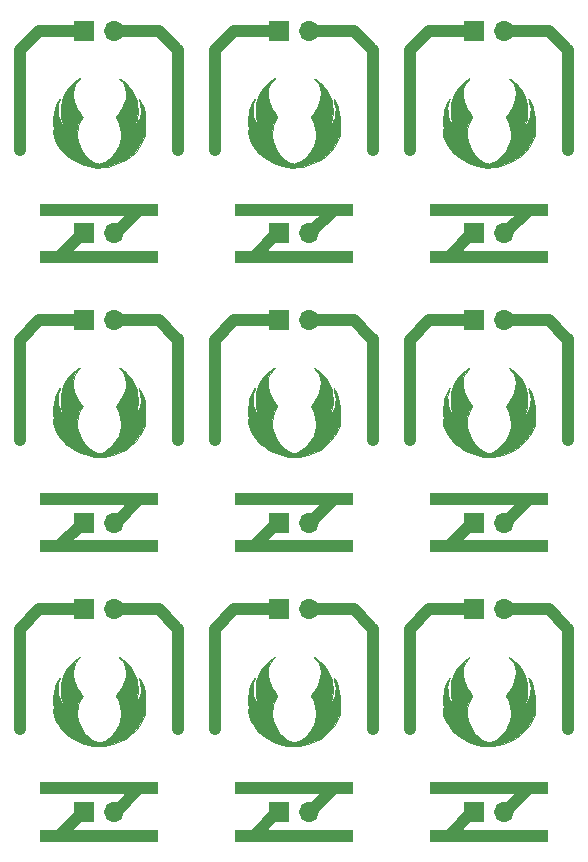
<source format=gbr>
%TF.GenerationSoftware,KiCad,Pcbnew,(6.0.0)*%
%TF.CreationDate,2021-12-29T03:16:53-05:00*%
%TF.ProjectId,panel,70616e65-6c2e-46b6-9963-61645f706362,rev?*%
%TF.SameCoordinates,Original*%
%TF.FileFunction,Copper,L1,Top*%
%TF.FilePolarity,Positive*%
%FSLAX46Y46*%
G04 Gerber Fmt 4.6, Leading zero omitted, Abs format (unit mm)*
G04 Created by KiCad (PCBNEW (6.0.0)) date 2021-12-29 03:16:53*
%MOMM*%
%LPD*%
G01*
G04 APERTURE LIST*
%TA.AperFunction,EtchedComponent*%
%ADD10C,0.010000*%
%TD*%
%TA.AperFunction,ComponentPad*%
%ADD11R,1.700000X1.700000*%
%TD*%
%TA.AperFunction,ComponentPad*%
%ADD12O,1.700000X1.700000*%
%TD*%
%TA.AperFunction,SMDPad,CuDef*%
%ADD13R,3.200000X1.000000*%
%TD*%
%TA.AperFunction,Conductor*%
%ADD14C,1.000000*%
%TD*%
G04 APERTURE END LIST*
D10*
%TO.C,G\u002A\u002A\u002A*%
X48307074Y-44674407D02*
X48252735Y-44747441D01*
X48252735Y-44747441D02*
X48162240Y-44850472D01*
X48162240Y-44850472D02*
X48153662Y-44859682D01*
X48153662Y-44859682D02*
X47931728Y-45154335D01*
X47931728Y-45154335D02*
X47788694Y-45478551D01*
X47788694Y-45478551D02*
X47724655Y-45830941D01*
X47724655Y-45830941D02*
X47739706Y-46210114D01*
X47739706Y-46210114D02*
X47833941Y-46614682D01*
X47833941Y-46614682D02*
X48005156Y-47038497D01*
X48005156Y-47038497D02*
X48108764Y-47234809D01*
X48108764Y-47234809D02*
X48230969Y-47439619D01*
X48230969Y-47439619D02*
X48347406Y-47612383D01*
X48347406Y-47612383D02*
X48360816Y-47630331D01*
X48360816Y-47630331D02*
X48453692Y-47758388D01*
X48453692Y-47758388D02*
X48521906Y-47863317D01*
X48521906Y-47863317D02*
X48552463Y-47924923D01*
X48552463Y-47924923D02*
X48552997Y-47929023D01*
X48552997Y-47929023D02*
X48529601Y-47989047D01*
X48529601Y-47989047D02*
X48471045Y-48084347D01*
X48471045Y-48084347D02*
X48445840Y-48119790D01*
X48445840Y-48119790D02*
X48363614Y-48264349D01*
X48363614Y-48264349D02*
X48280124Y-48467236D01*
X48280124Y-48467236D02*
X48203773Y-48702665D01*
X48203773Y-48702665D02*
X48142963Y-48944852D01*
X48142963Y-48944852D02*
X48107017Y-49159656D01*
X48107017Y-49159656D02*
X48101606Y-49571333D01*
X48101606Y-49571333D02*
X48173105Y-49988319D01*
X48173105Y-49988319D02*
X48315750Y-50397660D01*
X48315750Y-50397660D02*
X48523778Y-50786400D01*
X48523778Y-50786400D02*
X48791425Y-51141584D01*
X48791425Y-51141584D02*
X49112929Y-51450256D01*
X49112929Y-51450256D02*
X49133320Y-51466628D01*
X49133320Y-51466628D02*
X49390788Y-51660186D01*
X49390788Y-51660186D02*
X49606503Y-51792930D01*
X49606503Y-51792930D02*
X49794527Y-51867715D01*
X49794527Y-51867715D02*
X49968918Y-51887394D01*
X49968918Y-51887394D02*
X50143738Y-51854821D01*
X50143738Y-51854821D02*
X50333046Y-51772848D01*
X50333046Y-51772848D02*
X50415895Y-51726914D01*
X50415895Y-51726914D02*
X50776263Y-51474224D01*
X50776263Y-51474224D02*
X51104591Y-51159210D01*
X51104591Y-51159210D02*
X51387450Y-50798770D01*
X51387450Y-50798770D02*
X51611413Y-50409802D01*
X51611413Y-50409802D02*
X51753049Y-50044164D01*
X51753049Y-50044164D02*
X51820041Y-49683789D01*
X51820041Y-49683789D02*
X51823454Y-49292313D01*
X51823454Y-49292313D02*
X51765928Y-48891399D01*
X51765928Y-48891399D02*
X51650100Y-48502707D01*
X51650100Y-48502707D02*
X51534101Y-48246383D01*
X51534101Y-48246383D02*
X51463240Y-48106716D01*
X51463240Y-48106716D02*
X51411643Y-47994229D01*
X51411643Y-47994229D02*
X51389527Y-47931344D01*
X51389527Y-47931344D02*
X51389330Y-47928676D01*
X51389330Y-47928676D02*
X51413356Y-47877216D01*
X51413356Y-47877216D02*
X51477627Y-47776716D01*
X51477627Y-47776716D02*
X51570433Y-47644990D01*
X51570433Y-47644990D02*
X51618464Y-47580166D01*
X51618464Y-47580166D02*
X51890703Y-47170486D01*
X51890703Y-47170486D02*
X52081808Y-46771013D01*
X52081808Y-46771013D02*
X52193795Y-46375999D01*
X52193795Y-46375999D02*
X52228681Y-45979694D01*
X52228681Y-45979694D02*
X52223989Y-45853164D01*
X52223989Y-45853164D02*
X52165813Y-45489403D01*
X52165813Y-45489403D02*
X52044060Y-45175775D01*
X52044060Y-45175775D02*
X51860758Y-44916676D01*
X51860758Y-44916676D02*
X51738580Y-44802341D01*
X51738580Y-44802341D02*
X51660110Y-44724008D01*
X51660110Y-44724008D02*
X51649460Y-44680718D01*
X51649460Y-44680718D02*
X51702014Y-44683200D01*
X51702014Y-44683200D02*
X51774686Y-44718354D01*
X51774686Y-44718354D02*
X51925266Y-44824078D01*
X51925266Y-44824078D02*
X52105624Y-44977950D01*
X52105624Y-44977950D02*
X52295190Y-45160049D01*
X52295190Y-45160049D02*
X52473397Y-45350452D01*
X52473397Y-45350452D02*
X52619675Y-45529236D01*
X52619675Y-45529236D02*
X52638310Y-45554827D01*
X52638310Y-45554827D02*
X52861196Y-45895747D01*
X52861196Y-45895747D02*
X53024028Y-46218202D01*
X53024028Y-46218202D02*
X53133841Y-46544862D01*
X53133841Y-46544862D02*
X53197669Y-46898399D01*
X53197669Y-46898399D02*
X53222546Y-47301482D01*
X53222546Y-47301482D02*
X53223447Y-47440664D01*
X53223447Y-47440664D02*
X53219173Y-47706415D01*
X53219173Y-47706415D02*
X53205057Y-47917236D01*
X53205057Y-47917236D02*
X53175505Y-48101215D01*
X53175505Y-48101215D02*
X53124919Y-48286437D01*
X53124919Y-48286437D02*
X53047705Y-48500990D01*
X53047705Y-48500990D02*
X52976751Y-48678914D01*
X52976751Y-48678914D02*
X52969799Y-48739420D01*
X52969799Y-48739420D02*
X52988224Y-48752997D01*
X52988224Y-48752997D02*
X53030931Y-48716534D01*
X53030931Y-48716534D02*
X53095253Y-48619124D01*
X53095253Y-48619124D02*
X53172135Y-48478742D01*
X53172135Y-48478742D02*
X53252527Y-48313360D01*
X53252527Y-48313360D02*
X53327375Y-48140950D01*
X53327375Y-48140950D02*
X53387628Y-47979484D01*
X53387628Y-47979484D02*
X53404003Y-47927497D01*
X53404003Y-47927497D02*
X53465420Y-47620291D01*
X53465420Y-47620291D02*
X53481911Y-47289914D01*
X53481911Y-47289914D02*
X53454032Y-46968358D01*
X53454032Y-46968358D02*
X53382391Y-46687740D01*
X53382391Y-46687740D02*
X53327343Y-46524492D01*
X53327343Y-46524492D02*
X53307810Y-46428004D01*
X53307810Y-46428004D02*
X53322771Y-46401385D01*
X53322771Y-46401385D02*
X53371204Y-46447748D01*
X53371204Y-46447748D02*
X53431876Y-46537081D01*
X53431876Y-46537081D02*
X53601679Y-46856874D01*
X53601679Y-46856874D02*
X53723785Y-47200159D01*
X53723785Y-47200159D02*
X53801082Y-47580582D01*
X53801082Y-47580582D02*
X53836459Y-48011786D01*
X53836459Y-48011786D02*
X53835255Y-48442663D01*
X53835255Y-48442663D02*
X53829479Y-48694272D01*
X53829479Y-48694272D02*
X53830993Y-48884233D01*
X53830993Y-48884233D02*
X53839543Y-49005060D01*
X53839543Y-49005060D02*
X53854878Y-49049262D01*
X53854878Y-49049262D02*
X53855634Y-49049331D01*
X53855634Y-49049331D02*
X53875722Y-49086841D01*
X53875722Y-49086841D02*
X53874627Y-49186857D01*
X53874627Y-49186857D02*
X53854876Y-49330603D01*
X53854876Y-49330603D02*
X53818995Y-49499306D01*
X53818995Y-49499306D02*
X53773040Y-49663164D01*
X53773040Y-49663164D02*
X53600543Y-50077774D01*
X53600543Y-50077774D02*
X53354486Y-50481173D01*
X53354486Y-50481173D02*
X53045969Y-50860938D01*
X53045969Y-50860938D02*
X52686091Y-51204642D01*
X52686091Y-51204642D02*
X52285952Y-51499860D01*
X52285952Y-51499860D02*
X51972688Y-51678678D01*
X51972688Y-51678678D02*
X51550591Y-51867297D01*
X51550591Y-51867297D02*
X51112423Y-52020236D01*
X51112423Y-52020236D02*
X50684885Y-52129243D01*
X50684885Y-52129243D02*
X50344322Y-52181735D01*
X50344322Y-52181735D02*
X50121916Y-52202287D01*
X50121916Y-52202287D02*
X49957099Y-52213370D01*
X49957099Y-52213370D02*
X49823326Y-52215006D01*
X49823326Y-52215006D02*
X49694054Y-52207215D01*
X49694054Y-52207215D02*
X49542738Y-52190017D01*
X49542738Y-52190017D02*
X49484330Y-52182398D01*
X49484330Y-52182398D02*
X48976092Y-52079469D01*
X48976092Y-52079469D02*
X48459742Y-51908914D01*
X48459742Y-51908914D02*
X47956750Y-51680639D01*
X47956750Y-51680639D02*
X47488589Y-51404547D01*
X47488589Y-51404547D02*
X47076731Y-51090545D01*
X47076731Y-51090545D02*
X47033010Y-51051602D01*
X47033010Y-51051602D02*
X46725124Y-50725839D01*
X46725124Y-50725839D02*
X46462328Y-50353719D01*
X46462328Y-50353719D02*
X46254992Y-49953891D01*
X46254992Y-49953891D02*
X46113489Y-49545006D01*
X46113489Y-49545006D02*
X46065859Y-49312335D01*
X46065859Y-49312335D02*
X46047089Y-49158156D01*
X46047089Y-49158156D02*
X46048856Y-49067581D01*
X46048856Y-49067581D02*
X46072240Y-49021814D01*
X46072240Y-49021814D02*
X46083009Y-49014356D01*
X46083009Y-49014356D02*
X46109617Y-48983333D01*
X46109617Y-48983333D02*
X46119871Y-48918330D01*
X46119871Y-48918330D02*
X46114223Y-48802794D01*
X46114223Y-48802794D02*
X46093665Y-48624352D01*
X46093665Y-48624352D02*
X46067688Y-48113602D01*
X46067688Y-48113602D02*
X46118729Y-47605613D01*
X46118729Y-47605613D02*
X46183567Y-47319467D01*
X46183567Y-47319467D02*
X46237566Y-47151460D01*
X46237566Y-47151460D02*
X46309409Y-46964299D01*
X46309409Y-46964299D02*
X46390250Y-46777218D01*
X46390250Y-46777218D02*
X46471241Y-46609453D01*
X46471241Y-46609453D02*
X46543534Y-46480235D01*
X46543534Y-46480235D02*
X46598283Y-46408799D01*
X46598283Y-46408799D02*
X46604609Y-46404149D01*
X46604609Y-46404149D02*
X46637326Y-46389196D01*
X46637326Y-46389196D02*
X46642477Y-46410039D01*
X46642477Y-46410039D02*
X46617258Y-46480747D01*
X46617258Y-46480747D02*
X46565461Y-46600486D01*
X46565461Y-46600486D02*
X46486345Y-46862219D01*
X46486345Y-46862219D02*
X46451815Y-47172623D01*
X46451815Y-47172623D02*
X46461182Y-47508826D01*
X46461182Y-47508826D02*
X46513754Y-47847955D01*
X46513754Y-47847955D02*
X46608842Y-48167138D01*
X46608842Y-48167138D02*
X46613077Y-48178038D01*
X46613077Y-48178038D02*
X46672185Y-48310835D01*
X46672185Y-48310835D02*
X46741020Y-48439910D01*
X46741020Y-48439910D02*
X46807616Y-48545823D01*
X46807616Y-48545823D02*
X46860009Y-48609137D01*
X46860009Y-48609137D02*
X46883082Y-48616690D01*
X46883082Y-48616690D02*
X46879277Y-48572236D01*
X46879277Y-48572236D02*
X46856432Y-48467178D01*
X46856432Y-48467178D02*
X46819168Y-48322206D01*
X46819168Y-48322206D02*
X46809260Y-48286169D01*
X46809260Y-48286169D02*
X46749501Y-47992252D01*
X46749501Y-47992252D02*
X46716697Y-47655497D01*
X46716697Y-47655497D02*
X46710836Y-47303589D01*
X46710836Y-47303589D02*
X46731905Y-46964214D01*
X46731905Y-46964214D02*
X46779892Y-46665060D01*
X46779892Y-46665060D02*
X46810039Y-46551664D01*
X46810039Y-46551664D02*
X47005744Y-46061560D01*
X47005744Y-46061560D02*
X47275245Y-45611950D01*
X47275245Y-45611950D02*
X47616308Y-45206075D01*
X47616308Y-45206075D02*
X47937480Y-44916402D01*
X47937480Y-44916402D02*
X48082378Y-44803370D01*
X48082378Y-44803370D02*
X48204313Y-44713633D01*
X48204313Y-44713633D02*
X48287449Y-44658542D01*
X48287449Y-44658542D02*
X48313764Y-44646664D01*
X48313764Y-44646664D02*
X48307074Y-44674407D01*
X48307074Y-44674407D02*
X48307074Y-44674407D01*
G36*
X48307074Y-44674407D02*
G01*
X48252735Y-44747441D01*
X48162240Y-44850472D01*
X48153662Y-44859682D01*
X47931728Y-45154335D01*
X47788694Y-45478551D01*
X47724655Y-45830941D01*
X47739706Y-46210114D01*
X47833941Y-46614682D01*
X48005156Y-47038497D01*
X48108764Y-47234809D01*
X48230969Y-47439619D01*
X48347406Y-47612383D01*
X48360816Y-47630331D01*
X48453692Y-47758388D01*
X48521906Y-47863317D01*
X48552463Y-47924923D01*
X48552997Y-47929023D01*
X48529601Y-47989047D01*
X48471045Y-48084347D01*
X48445840Y-48119790D01*
X48363614Y-48264349D01*
X48280124Y-48467236D01*
X48203773Y-48702665D01*
X48142963Y-48944852D01*
X48107017Y-49159656D01*
X48101606Y-49571333D01*
X48173105Y-49988319D01*
X48315750Y-50397660D01*
X48523778Y-50786400D01*
X48791425Y-51141584D01*
X49112929Y-51450256D01*
X49133320Y-51466628D01*
X49390788Y-51660186D01*
X49606503Y-51792930D01*
X49794527Y-51867715D01*
X49968918Y-51887394D01*
X50143738Y-51854821D01*
X50333046Y-51772848D01*
X50415895Y-51726914D01*
X50776263Y-51474224D01*
X51104591Y-51159210D01*
X51387450Y-50798770D01*
X51611413Y-50409802D01*
X51753049Y-50044164D01*
X51820041Y-49683789D01*
X51823454Y-49292313D01*
X51765928Y-48891399D01*
X51650100Y-48502707D01*
X51534101Y-48246383D01*
X51463240Y-48106716D01*
X51411643Y-47994229D01*
X51389527Y-47931344D01*
X51389330Y-47928676D01*
X51413356Y-47877216D01*
X51477627Y-47776716D01*
X51570433Y-47644990D01*
X51618464Y-47580166D01*
X51890703Y-47170486D01*
X52081808Y-46771013D01*
X52193795Y-46375999D01*
X52228681Y-45979694D01*
X52223989Y-45853164D01*
X52165813Y-45489403D01*
X52044060Y-45175775D01*
X51860758Y-44916676D01*
X51738580Y-44802341D01*
X51660110Y-44724008D01*
X51649460Y-44680718D01*
X51702014Y-44683200D01*
X51774686Y-44718354D01*
X51925266Y-44824078D01*
X52105624Y-44977950D01*
X52295190Y-45160049D01*
X52473397Y-45350452D01*
X52619675Y-45529236D01*
X52638310Y-45554827D01*
X52861196Y-45895747D01*
X53024028Y-46218202D01*
X53133841Y-46544862D01*
X53197669Y-46898399D01*
X53222546Y-47301482D01*
X53223447Y-47440664D01*
X53219173Y-47706415D01*
X53205057Y-47917236D01*
X53175505Y-48101215D01*
X53124919Y-48286437D01*
X53047705Y-48500990D01*
X52976751Y-48678914D01*
X52969799Y-48739420D01*
X52988224Y-48752997D01*
X53030931Y-48716534D01*
X53095253Y-48619124D01*
X53172135Y-48478742D01*
X53252527Y-48313360D01*
X53327375Y-48140950D01*
X53387628Y-47979484D01*
X53404003Y-47927497D01*
X53465420Y-47620291D01*
X53481911Y-47289914D01*
X53454032Y-46968358D01*
X53382391Y-46687740D01*
X53327343Y-46524492D01*
X53307810Y-46428004D01*
X53322771Y-46401385D01*
X53371204Y-46447748D01*
X53431876Y-46537081D01*
X53601679Y-46856874D01*
X53723785Y-47200159D01*
X53801082Y-47580582D01*
X53836459Y-48011786D01*
X53835255Y-48442663D01*
X53829479Y-48694272D01*
X53830993Y-48884233D01*
X53839543Y-49005060D01*
X53854878Y-49049262D01*
X53855634Y-49049331D01*
X53875722Y-49086841D01*
X53874627Y-49186857D01*
X53854876Y-49330603D01*
X53818995Y-49499306D01*
X53773040Y-49663164D01*
X53600543Y-50077774D01*
X53354486Y-50481173D01*
X53045969Y-50860938D01*
X52686091Y-51204642D01*
X52285952Y-51499860D01*
X51972688Y-51678678D01*
X51550591Y-51867297D01*
X51112423Y-52020236D01*
X50684885Y-52129243D01*
X50344322Y-52181735D01*
X50121916Y-52202287D01*
X49957099Y-52213370D01*
X49823326Y-52215006D01*
X49694054Y-52207215D01*
X49542738Y-52190017D01*
X49484330Y-52182398D01*
X48976092Y-52079469D01*
X48459742Y-51908914D01*
X47956750Y-51680639D01*
X47488589Y-51404547D01*
X47076731Y-51090545D01*
X47033010Y-51051602D01*
X46725124Y-50725839D01*
X46462328Y-50353719D01*
X46254992Y-49953891D01*
X46113489Y-49545006D01*
X46065859Y-49312335D01*
X46047089Y-49158156D01*
X46048856Y-49067581D01*
X46072240Y-49021814D01*
X46083009Y-49014356D01*
X46109617Y-48983333D01*
X46119871Y-48918330D01*
X46114223Y-48802794D01*
X46093665Y-48624352D01*
X46067688Y-48113602D01*
X46118729Y-47605613D01*
X46183567Y-47319467D01*
X46237566Y-47151460D01*
X46309409Y-46964299D01*
X46390250Y-46777218D01*
X46471241Y-46609453D01*
X46543534Y-46480235D01*
X46598283Y-46408799D01*
X46604609Y-46404149D01*
X46637326Y-46389196D01*
X46642477Y-46410039D01*
X46617258Y-46480747D01*
X46565461Y-46600486D01*
X46486345Y-46862219D01*
X46451815Y-47172623D01*
X46461182Y-47508826D01*
X46513754Y-47847955D01*
X46608842Y-48167138D01*
X46613077Y-48178038D01*
X46672185Y-48310835D01*
X46741020Y-48439910D01*
X46807616Y-48545823D01*
X46860009Y-48609137D01*
X46883082Y-48616690D01*
X46879277Y-48572236D01*
X46856432Y-48467178D01*
X46819168Y-48322206D01*
X46809260Y-48286169D01*
X46749501Y-47992252D01*
X46716697Y-47655497D01*
X46710836Y-47303589D01*
X46731905Y-46964214D01*
X46779892Y-46665060D01*
X46810039Y-46551664D01*
X47005744Y-46061560D01*
X47275245Y-45611950D01*
X47616308Y-45206075D01*
X47937480Y-44916402D01*
X48082378Y-44803370D01*
X48204313Y-44713633D01*
X48287449Y-44658542D01*
X48313764Y-44646664D01*
X48307074Y-44674407D01*
G37*
X48307074Y-44674407D02*
X48252735Y-44747441D01*
X48162240Y-44850472D01*
X48153662Y-44859682D01*
X47931728Y-45154335D01*
X47788694Y-45478551D01*
X47724655Y-45830941D01*
X47739706Y-46210114D01*
X47833941Y-46614682D01*
X48005156Y-47038497D01*
X48108764Y-47234809D01*
X48230969Y-47439619D01*
X48347406Y-47612383D01*
X48360816Y-47630331D01*
X48453692Y-47758388D01*
X48521906Y-47863317D01*
X48552463Y-47924923D01*
X48552997Y-47929023D01*
X48529601Y-47989047D01*
X48471045Y-48084347D01*
X48445840Y-48119790D01*
X48363614Y-48264349D01*
X48280124Y-48467236D01*
X48203773Y-48702665D01*
X48142963Y-48944852D01*
X48107017Y-49159656D01*
X48101606Y-49571333D01*
X48173105Y-49988319D01*
X48315750Y-50397660D01*
X48523778Y-50786400D01*
X48791425Y-51141584D01*
X49112929Y-51450256D01*
X49133320Y-51466628D01*
X49390788Y-51660186D01*
X49606503Y-51792930D01*
X49794527Y-51867715D01*
X49968918Y-51887394D01*
X50143738Y-51854821D01*
X50333046Y-51772848D01*
X50415895Y-51726914D01*
X50776263Y-51474224D01*
X51104591Y-51159210D01*
X51387450Y-50798770D01*
X51611413Y-50409802D01*
X51753049Y-50044164D01*
X51820041Y-49683789D01*
X51823454Y-49292313D01*
X51765928Y-48891399D01*
X51650100Y-48502707D01*
X51534101Y-48246383D01*
X51463240Y-48106716D01*
X51411643Y-47994229D01*
X51389527Y-47931344D01*
X51389330Y-47928676D01*
X51413356Y-47877216D01*
X51477627Y-47776716D01*
X51570433Y-47644990D01*
X51618464Y-47580166D01*
X51890703Y-47170486D01*
X52081808Y-46771013D01*
X52193795Y-46375999D01*
X52228681Y-45979694D01*
X52223989Y-45853164D01*
X52165813Y-45489403D01*
X52044060Y-45175775D01*
X51860758Y-44916676D01*
X51738580Y-44802341D01*
X51660110Y-44724008D01*
X51649460Y-44680718D01*
X51702014Y-44683200D01*
X51774686Y-44718354D01*
X51925266Y-44824078D01*
X52105624Y-44977950D01*
X52295190Y-45160049D01*
X52473397Y-45350452D01*
X52619675Y-45529236D01*
X52638310Y-45554827D01*
X52861196Y-45895747D01*
X53024028Y-46218202D01*
X53133841Y-46544862D01*
X53197669Y-46898399D01*
X53222546Y-47301482D01*
X53223447Y-47440664D01*
X53219173Y-47706415D01*
X53205057Y-47917236D01*
X53175505Y-48101215D01*
X53124919Y-48286437D01*
X53047705Y-48500990D01*
X52976751Y-48678914D01*
X52969799Y-48739420D01*
X52988224Y-48752997D01*
X53030931Y-48716534D01*
X53095253Y-48619124D01*
X53172135Y-48478742D01*
X53252527Y-48313360D01*
X53327375Y-48140950D01*
X53387628Y-47979484D01*
X53404003Y-47927497D01*
X53465420Y-47620291D01*
X53481911Y-47289914D01*
X53454032Y-46968358D01*
X53382391Y-46687740D01*
X53327343Y-46524492D01*
X53307810Y-46428004D01*
X53322771Y-46401385D01*
X53371204Y-46447748D01*
X53431876Y-46537081D01*
X53601679Y-46856874D01*
X53723785Y-47200159D01*
X53801082Y-47580582D01*
X53836459Y-48011786D01*
X53835255Y-48442663D01*
X53829479Y-48694272D01*
X53830993Y-48884233D01*
X53839543Y-49005060D01*
X53854878Y-49049262D01*
X53855634Y-49049331D01*
X53875722Y-49086841D01*
X53874627Y-49186857D01*
X53854876Y-49330603D01*
X53818995Y-49499306D01*
X53773040Y-49663164D01*
X53600543Y-50077774D01*
X53354486Y-50481173D01*
X53045969Y-50860938D01*
X52686091Y-51204642D01*
X52285952Y-51499860D01*
X51972688Y-51678678D01*
X51550591Y-51867297D01*
X51112423Y-52020236D01*
X50684885Y-52129243D01*
X50344322Y-52181735D01*
X50121916Y-52202287D01*
X49957099Y-52213370D01*
X49823326Y-52215006D01*
X49694054Y-52207215D01*
X49542738Y-52190017D01*
X49484330Y-52182398D01*
X48976092Y-52079469D01*
X48459742Y-51908914D01*
X47956750Y-51680639D01*
X47488589Y-51404547D01*
X47076731Y-51090545D01*
X47033010Y-51051602D01*
X46725124Y-50725839D01*
X46462328Y-50353719D01*
X46254992Y-49953891D01*
X46113489Y-49545006D01*
X46065859Y-49312335D01*
X46047089Y-49158156D01*
X46048856Y-49067581D01*
X46072240Y-49021814D01*
X46083009Y-49014356D01*
X46109617Y-48983333D01*
X46119871Y-48918330D01*
X46114223Y-48802794D01*
X46093665Y-48624352D01*
X46067688Y-48113602D01*
X46118729Y-47605613D01*
X46183567Y-47319467D01*
X46237566Y-47151460D01*
X46309409Y-46964299D01*
X46390250Y-46777218D01*
X46471241Y-46609453D01*
X46543534Y-46480235D01*
X46598283Y-46408799D01*
X46604609Y-46404149D01*
X46637326Y-46389196D01*
X46642477Y-46410039D01*
X46617258Y-46480747D01*
X46565461Y-46600486D01*
X46486345Y-46862219D01*
X46451815Y-47172623D01*
X46461182Y-47508826D01*
X46513754Y-47847955D01*
X46608842Y-48167138D01*
X46613077Y-48178038D01*
X46672185Y-48310835D01*
X46741020Y-48439910D01*
X46807616Y-48545823D01*
X46860009Y-48609137D01*
X46883082Y-48616690D01*
X46879277Y-48572236D01*
X46856432Y-48467178D01*
X46819168Y-48322206D01*
X46809260Y-48286169D01*
X46749501Y-47992252D01*
X46716697Y-47655497D01*
X46710836Y-47303589D01*
X46731905Y-46964214D01*
X46779892Y-46665060D01*
X46810039Y-46551664D01*
X47005744Y-46061560D01*
X47275245Y-45611950D01*
X47616308Y-45206075D01*
X47937480Y-44916402D01*
X48082378Y-44803370D01*
X48204313Y-44713633D01*
X48287449Y-44658542D01*
X48313764Y-44646664D01*
X48307074Y-44674407D01*
X81307088Y-93674421D02*
X81252749Y-93747455D01*
X81252749Y-93747455D02*
X81162254Y-93850486D01*
X81162254Y-93850486D02*
X81153676Y-93859696D01*
X81153676Y-93859696D02*
X80931742Y-94154349D01*
X80931742Y-94154349D02*
X80788708Y-94478565D01*
X80788708Y-94478565D02*
X80724669Y-94830955D01*
X80724669Y-94830955D02*
X80739720Y-95210128D01*
X80739720Y-95210128D02*
X80833955Y-95614696D01*
X80833955Y-95614696D02*
X81005170Y-96038511D01*
X81005170Y-96038511D02*
X81108778Y-96234823D01*
X81108778Y-96234823D02*
X81230983Y-96439633D01*
X81230983Y-96439633D02*
X81347420Y-96612397D01*
X81347420Y-96612397D02*
X81360830Y-96630345D01*
X81360830Y-96630345D02*
X81453706Y-96758402D01*
X81453706Y-96758402D02*
X81521920Y-96863331D01*
X81521920Y-96863331D02*
X81552477Y-96924937D01*
X81552477Y-96924937D02*
X81553011Y-96929037D01*
X81553011Y-96929037D02*
X81529615Y-96989061D01*
X81529615Y-96989061D02*
X81471059Y-97084361D01*
X81471059Y-97084361D02*
X81445854Y-97119804D01*
X81445854Y-97119804D02*
X81363628Y-97264363D01*
X81363628Y-97264363D02*
X81280138Y-97467250D01*
X81280138Y-97467250D02*
X81203787Y-97702679D01*
X81203787Y-97702679D02*
X81142977Y-97944866D01*
X81142977Y-97944866D02*
X81107031Y-98159670D01*
X81107031Y-98159670D02*
X81101620Y-98571347D01*
X81101620Y-98571347D02*
X81173119Y-98988333D01*
X81173119Y-98988333D02*
X81315764Y-99397674D01*
X81315764Y-99397674D02*
X81523792Y-99786414D01*
X81523792Y-99786414D02*
X81791439Y-100141598D01*
X81791439Y-100141598D02*
X82112943Y-100450270D01*
X82112943Y-100450270D02*
X82133334Y-100466642D01*
X82133334Y-100466642D02*
X82390802Y-100660200D01*
X82390802Y-100660200D02*
X82606517Y-100792944D01*
X82606517Y-100792944D02*
X82794541Y-100867729D01*
X82794541Y-100867729D02*
X82968932Y-100887408D01*
X82968932Y-100887408D02*
X83143752Y-100854835D01*
X83143752Y-100854835D02*
X83333060Y-100772862D01*
X83333060Y-100772862D02*
X83415909Y-100726928D01*
X83415909Y-100726928D02*
X83776277Y-100474238D01*
X83776277Y-100474238D02*
X84104605Y-100159224D01*
X84104605Y-100159224D02*
X84387464Y-99798784D01*
X84387464Y-99798784D02*
X84611427Y-99409816D01*
X84611427Y-99409816D02*
X84753063Y-99044178D01*
X84753063Y-99044178D02*
X84820055Y-98683803D01*
X84820055Y-98683803D02*
X84823468Y-98292327D01*
X84823468Y-98292327D02*
X84765942Y-97891413D01*
X84765942Y-97891413D02*
X84650114Y-97502721D01*
X84650114Y-97502721D02*
X84534115Y-97246397D01*
X84534115Y-97246397D02*
X84463254Y-97106730D01*
X84463254Y-97106730D02*
X84411657Y-96994243D01*
X84411657Y-96994243D02*
X84389541Y-96931358D01*
X84389541Y-96931358D02*
X84389344Y-96928690D01*
X84389344Y-96928690D02*
X84413370Y-96877230D01*
X84413370Y-96877230D02*
X84477641Y-96776730D01*
X84477641Y-96776730D02*
X84570447Y-96645004D01*
X84570447Y-96645004D02*
X84618478Y-96580180D01*
X84618478Y-96580180D02*
X84890717Y-96170500D01*
X84890717Y-96170500D02*
X85081822Y-95771027D01*
X85081822Y-95771027D02*
X85193809Y-95376013D01*
X85193809Y-95376013D02*
X85228695Y-94979708D01*
X85228695Y-94979708D02*
X85224003Y-94853178D01*
X85224003Y-94853178D02*
X85165827Y-94489417D01*
X85165827Y-94489417D02*
X85044074Y-94175789D01*
X85044074Y-94175789D02*
X84860772Y-93916690D01*
X84860772Y-93916690D02*
X84738594Y-93802355D01*
X84738594Y-93802355D02*
X84660124Y-93724022D01*
X84660124Y-93724022D02*
X84649474Y-93680732D01*
X84649474Y-93680732D02*
X84702028Y-93683214D01*
X84702028Y-93683214D02*
X84774700Y-93718368D01*
X84774700Y-93718368D02*
X84925280Y-93824092D01*
X84925280Y-93824092D02*
X85105638Y-93977964D01*
X85105638Y-93977964D02*
X85295204Y-94160063D01*
X85295204Y-94160063D02*
X85473411Y-94350466D01*
X85473411Y-94350466D02*
X85619689Y-94529250D01*
X85619689Y-94529250D02*
X85638324Y-94554841D01*
X85638324Y-94554841D02*
X85861210Y-94895761D01*
X85861210Y-94895761D02*
X86024042Y-95218216D01*
X86024042Y-95218216D02*
X86133855Y-95544876D01*
X86133855Y-95544876D02*
X86197683Y-95898413D01*
X86197683Y-95898413D02*
X86222560Y-96301496D01*
X86222560Y-96301496D02*
X86223461Y-96440678D01*
X86223461Y-96440678D02*
X86219187Y-96706429D01*
X86219187Y-96706429D02*
X86205071Y-96917250D01*
X86205071Y-96917250D02*
X86175519Y-97101229D01*
X86175519Y-97101229D02*
X86124933Y-97286451D01*
X86124933Y-97286451D02*
X86047719Y-97501004D01*
X86047719Y-97501004D02*
X85976765Y-97678928D01*
X85976765Y-97678928D02*
X85969813Y-97739434D01*
X85969813Y-97739434D02*
X85988238Y-97753011D01*
X85988238Y-97753011D02*
X86030945Y-97716548D01*
X86030945Y-97716548D02*
X86095267Y-97619138D01*
X86095267Y-97619138D02*
X86172149Y-97478756D01*
X86172149Y-97478756D02*
X86252541Y-97313374D01*
X86252541Y-97313374D02*
X86327389Y-97140964D01*
X86327389Y-97140964D02*
X86387642Y-96979498D01*
X86387642Y-96979498D02*
X86404017Y-96927511D01*
X86404017Y-96927511D02*
X86465434Y-96620305D01*
X86465434Y-96620305D02*
X86481925Y-96289928D01*
X86481925Y-96289928D02*
X86454046Y-95968372D01*
X86454046Y-95968372D02*
X86382405Y-95687754D01*
X86382405Y-95687754D02*
X86327357Y-95524506D01*
X86327357Y-95524506D02*
X86307824Y-95428018D01*
X86307824Y-95428018D02*
X86322785Y-95401399D01*
X86322785Y-95401399D02*
X86371218Y-95447762D01*
X86371218Y-95447762D02*
X86431890Y-95537095D01*
X86431890Y-95537095D02*
X86601693Y-95856888D01*
X86601693Y-95856888D02*
X86723799Y-96200173D01*
X86723799Y-96200173D02*
X86801096Y-96580596D01*
X86801096Y-96580596D02*
X86836473Y-97011800D01*
X86836473Y-97011800D02*
X86835269Y-97442677D01*
X86835269Y-97442677D02*
X86829493Y-97694286D01*
X86829493Y-97694286D02*
X86831007Y-97884247D01*
X86831007Y-97884247D02*
X86839557Y-98005074D01*
X86839557Y-98005074D02*
X86854892Y-98049276D01*
X86854892Y-98049276D02*
X86855648Y-98049345D01*
X86855648Y-98049345D02*
X86875736Y-98086855D01*
X86875736Y-98086855D02*
X86874641Y-98186871D01*
X86874641Y-98186871D02*
X86854890Y-98330617D01*
X86854890Y-98330617D02*
X86819009Y-98499320D01*
X86819009Y-98499320D02*
X86773054Y-98663178D01*
X86773054Y-98663178D02*
X86600557Y-99077788D01*
X86600557Y-99077788D02*
X86354500Y-99481187D01*
X86354500Y-99481187D02*
X86045983Y-99860952D01*
X86045983Y-99860952D02*
X85686105Y-100204656D01*
X85686105Y-100204656D02*
X85285966Y-100499874D01*
X85285966Y-100499874D02*
X84972702Y-100678692D01*
X84972702Y-100678692D02*
X84550605Y-100867311D01*
X84550605Y-100867311D02*
X84112437Y-101020250D01*
X84112437Y-101020250D02*
X83684899Y-101129257D01*
X83684899Y-101129257D02*
X83344336Y-101181749D01*
X83344336Y-101181749D02*
X83121930Y-101202301D01*
X83121930Y-101202301D02*
X82957113Y-101213384D01*
X82957113Y-101213384D02*
X82823340Y-101215020D01*
X82823340Y-101215020D02*
X82694068Y-101207229D01*
X82694068Y-101207229D02*
X82542752Y-101190031D01*
X82542752Y-101190031D02*
X82484344Y-101182412D01*
X82484344Y-101182412D02*
X81976106Y-101079483D01*
X81976106Y-101079483D02*
X81459756Y-100908928D01*
X81459756Y-100908928D02*
X80956764Y-100680653D01*
X80956764Y-100680653D02*
X80488603Y-100404561D01*
X80488603Y-100404561D02*
X80076745Y-100090559D01*
X80076745Y-100090559D02*
X80033024Y-100051616D01*
X80033024Y-100051616D02*
X79725138Y-99725853D01*
X79725138Y-99725853D02*
X79462342Y-99353733D01*
X79462342Y-99353733D02*
X79255006Y-98953905D01*
X79255006Y-98953905D02*
X79113503Y-98545020D01*
X79113503Y-98545020D02*
X79065873Y-98312349D01*
X79065873Y-98312349D02*
X79047103Y-98158170D01*
X79047103Y-98158170D02*
X79048870Y-98067595D01*
X79048870Y-98067595D02*
X79072254Y-98021828D01*
X79072254Y-98021828D02*
X79083023Y-98014370D01*
X79083023Y-98014370D02*
X79109631Y-97983347D01*
X79109631Y-97983347D02*
X79119885Y-97918344D01*
X79119885Y-97918344D02*
X79114237Y-97802808D01*
X79114237Y-97802808D02*
X79093679Y-97624366D01*
X79093679Y-97624366D02*
X79067702Y-97113616D01*
X79067702Y-97113616D02*
X79118743Y-96605627D01*
X79118743Y-96605627D02*
X79183581Y-96319481D01*
X79183581Y-96319481D02*
X79237580Y-96151474D01*
X79237580Y-96151474D02*
X79309423Y-95964313D01*
X79309423Y-95964313D02*
X79390264Y-95777232D01*
X79390264Y-95777232D02*
X79471255Y-95609467D01*
X79471255Y-95609467D02*
X79543548Y-95480249D01*
X79543548Y-95480249D02*
X79598297Y-95408813D01*
X79598297Y-95408813D02*
X79604623Y-95404163D01*
X79604623Y-95404163D02*
X79637340Y-95389210D01*
X79637340Y-95389210D02*
X79642491Y-95410053D01*
X79642491Y-95410053D02*
X79617272Y-95480761D01*
X79617272Y-95480761D02*
X79565475Y-95600500D01*
X79565475Y-95600500D02*
X79486359Y-95862233D01*
X79486359Y-95862233D02*
X79451829Y-96172637D01*
X79451829Y-96172637D02*
X79461196Y-96508840D01*
X79461196Y-96508840D02*
X79513768Y-96847969D01*
X79513768Y-96847969D02*
X79608856Y-97167152D01*
X79608856Y-97167152D02*
X79613091Y-97178052D01*
X79613091Y-97178052D02*
X79672199Y-97310849D01*
X79672199Y-97310849D02*
X79741034Y-97439924D01*
X79741034Y-97439924D02*
X79807630Y-97545837D01*
X79807630Y-97545837D02*
X79860023Y-97609151D01*
X79860023Y-97609151D02*
X79883096Y-97616704D01*
X79883096Y-97616704D02*
X79879291Y-97572250D01*
X79879291Y-97572250D02*
X79856446Y-97467192D01*
X79856446Y-97467192D02*
X79819182Y-97322220D01*
X79819182Y-97322220D02*
X79809274Y-97286183D01*
X79809274Y-97286183D02*
X79749515Y-96992266D01*
X79749515Y-96992266D02*
X79716711Y-96655511D01*
X79716711Y-96655511D02*
X79710850Y-96303603D01*
X79710850Y-96303603D02*
X79731919Y-95964228D01*
X79731919Y-95964228D02*
X79779906Y-95665074D01*
X79779906Y-95665074D02*
X79810053Y-95551678D01*
X79810053Y-95551678D02*
X80005758Y-95061574D01*
X80005758Y-95061574D02*
X80275259Y-94611964D01*
X80275259Y-94611964D02*
X80616322Y-94206089D01*
X80616322Y-94206089D02*
X80937494Y-93916416D01*
X80937494Y-93916416D02*
X81082392Y-93803384D01*
X81082392Y-93803384D02*
X81204327Y-93713647D01*
X81204327Y-93713647D02*
X81287463Y-93658556D01*
X81287463Y-93658556D02*
X81313778Y-93646678D01*
X81313778Y-93646678D02*
X81307088Y-93674421D01*
X81307088Y-93674421D02*
X81307088Y-93674421D01*
G36*
X81307088Y-93674421D02*
G01*
X81252749Y-93747455D01*
X81162254Y-93850486D01*
X81153676Y-93859696D01*
X80931742Y-94154349D01*
X80788708Y-94478565D01*
X80724669Y-94830955D01*
X80739720Y-95210128D01*
X80833955Y-95614696D01*
X81005170Y-96038511D01*
X81108778Y-96234823D01*
X81230983Y-96439633D01*
X81347420Y-96612397D01*
X81360830Y-96630345D01*
X81453706Y-96758402D01*
X81521920Y-96863331D01*
X81552477Y-96924937D01*
X81553011Y-96929037D01*
X81529615Y-96989061D01*
X81471059Y-97084361D01*
X81445854Y-97119804D01*
X81363628Y-97264363D01*
X81280138Y-97467250D01*
X81203787Y-97702679D01*
X81142977Y-97944866D01*
X81107031Y-98159670D01*
X81101620Y-98571347D01*
X81173119Y-98988333D01*
X81315764Y-99397674D01*
X81523792Y-99786414D01*
X81791439Y-100141598D01*
X82112943Y-100450270D01*
X82133334Y-100466642D01*
X82390802Y-100660200D01*
X82606517Y-100792944D01*
X82794541Y-100867729D01*
X82968932Y-100887408D01*
X83143752Y-100854835D01*
X83333060Y-100772862D01*
X83415909Y-100726928D01*
X83776277Y-100474238D01*
X84104605Y-100159224D01*
X84387464Y-99798784D01*
X84611427Y-99409816D01*
X84753063Y-99044178D01*
X84820055Y-98683803D01*
X84823468Y-98292327D01*
X84765942Y-97891413D01*
X84650114Y-97502721D01*
X84534115Y-97246397D01*
X84463254Y-97106730D01*
X84411657Y-96994243D01*
X84389541Y-96931358D01*
X84389344Y-96928690D01*
X84413370Y-96877230D01*
X84477641Y-96776730D01*
X84570447Y-96645004D01*
X84618478Y-96580180D01*
X84890717Y-96170500D01*
X85081822Y-95771027D01*
X85193809Y-95376013D01*
X85228695Y-94979708D01*
X85224003Y-94853178D01*
X85165827Y-94489417D01*
X85044074Y-94175789D01*
X84860772Y-93916690D01*
X84738594Y-93802355D01*
X84660124Y-93724022D01*
X84649474Y-93680732D01*
X84702028Y-93683214D01*
X84774700Y-93718368D01*
X84925280Y-93824092D01*
X85105638Y-93977964D01*
X85295204Y-94160063D01*
X85473411Y-94350466D01*
X85619689Y-94529250D01*
X85638324Y-94554841D01*
X85861210Y-94895761D01*
X86024042Y-95218216D01*
X86133855Y-95544876D01*
X86197683Y-95898413D01*
X86222560Y-96301496D01*
X86223461Y-96440678D01*
X86219187Y-96706429D01*
X86205071Y-96917250D01*
X86175519Y-97101229D01*
X86124933Y-97286451D01*
X86047719Y-97501004D01*
X85976765Y-97678928D01*
X85969813Y-97739434D01*
X85988238Y-97753011D01*
X86030945Y-97716548D01*
X86095267Y-97619138D01*
X86172149Y-97478756D01*
X86252541Y-97313374D01*
X86327389Y-97140964D01*
X86387642Y-96979498D01*
X86404017Y-96927511D01*
X86465434Y-96620305D01*
X86481925Y-96289928D01*
X86454046Y-95968372D01*
X86382405Y-95687754D01*
X86327357Y-95524506D01*
X86307824Y-95428018D01*
X86322785Y-95401399D01*
X86371218Y-95447762D01*
X86431890Y-95537095D01*
X86601693Y-95856888D01*
X86723799Y-96200173D01*
X86801096Y-96580596D01*
X86836473Y-97011800D01*
X86835269Y-97442677D01*
X86829493Y-97694286D01*
X86831007Y-97884247D01*
X86839557Y-98005074D01*
X86854892Y-98049276D01*
X86855648Y-98049345D01*
X86875736Y-98086855D01*
X86874641Y-98186871D01*
X86854890Y-98330617D01*
X86819009Y-98499320D01*
X86773054Y-98663178D01*
X86600557Y-99077788D01*
X86354500Y-99481187D01*
X86045983Y-99860952D01*
X85686105Y-100204656D01*
X85285966Y-100499874D01*
X84972702Y-100678692D01*
X84550605Y-100867311D01*
X84112437Y-101020250D01*
X83684899Y-101129257D01*
X83344336Y-101181749D01*
X83121930Y-101202301D01*
X82957113Y-101213384D01*
X82823340Y-101215020D01*
X82694068Y-101207229D01*
X82542752Y-101190031D01*
X82484344Y-101182412D01*
X81976106Y-101079483D01*
X81459756Y-100908928D01*
X80956764Y-100680653D01*
X80488603Y-100404561D01*
X80076745Y-100090559D01*
X80033024Y-100051616D01*
X79725138Y-99725853D01*
X79462342Y-99353733D01*
X79255006Y-98953905D01*
X79113503Y-98545020D01*
X79065873Y-98312349D01*
X79047103Y-98158170D01*
X79048870Y-98067595D01*
X79072254Y-98021828D01*
X79083023Y-98014370D01*
X79109631Y-97983347D01*
X79119885Y-97918344D01*
X79114237Y-97802808D01*
X79093679Y-97624366D01*
X79067702Y-97113616D01*
X79118743Y-96605627D01*
X79183581Y-96319481D01*
X79237580Y-96151474D01*
X79309423Y-95964313D01*
X79390264Y-95777232D01*
X79471255Y-95609467D01*
X79543548Y-95480249D01*
X79598297Y-95408813D01*
X79604623Y-95404163D01*
X79637340Y-95389210D01*
X79642491Y-95410053D01*
X79617272Y-95480761D01*
X79565475Y-95600500D01*
X79486359Y-95862233D01*
X79451829Y-96172637D01*
X79461196Y-96508840D01*
X79513768Y-96847969D01*
X79608856Y-97167152D01*
X79613091Y-97178052D01*
X79672199Y-97310849D01*
X79741034Y-97439924D01*
X79807630Y-97545837D01*
X79860023Y-97609151D01*
X79883096Y-97616704D01*
X79879291Y-97572250D01*
X79856446Y-97467192D01*
X79819182Y-97322220D01*
X79809274Y-97286183D01*
X79749515Y-96992266D01*
X79716711Y-96655511D01*
X79710850Y-96303603D01*
X79731919Y-95964228D01*
X79779906Y-95665074D01*
X79810053Y-95551678D01*
X80005758Y-95061574D01*
X80275259Y-94611964D01*
X80616322Y-94206089D01*
X80937494Y-93916416D01*
X81082392Y-93803384D01*
X81204327Y-93713647D01*
X81287463Y-93658556D01*
X81313778Y-93646678D01*
X81307088Y-93674421D01*
G37*
X81307088Y-93674421D02*
X81252749Y-93747455D01*
X81162254Y-93850486D01*
X81153676Y-93859696D01*
X80931742Y-94154349D01*
X80788708Y-94478565D01*
X80724669Y-94830955D01*
X80739720Y-95210128D01*
X80833955Y-95614696D01*
X81005170Y-96038511D01*
X81108778Y-96234823D01*
X81230983Y-96439633D01*
X81347420Y-96612397D01*
X81360830Y-96630345D01*
X81453706Y-96758402D01*
X81521920Y-96863331D01*
X81552477Y-96924937D01*
X81553011Y-96929037D01*
X81529615Y-96989061D01*
X81471059Y-97084361D01*
X81445854Y-97119804D01*
X81363628Y-97264363D01*
X81280138Y-97467250D01*
X81203787Y-97702679D01*
X81142977Y-97944866D01*
X81107031Y-98159670D01*
X81101620Y-98571347D01*
X81173119Y-98988333D01*
X81315764Y-99397674D01*
X81523792Y-99786414D01*
X81791439Y-100141598D01*
X82112943Y-100450270D01*
X82133334Y-100466642D01*
X82390802Y-100660200D01*
X82606517Y-100792944D01*
X82794541Y-100867729D01*
X82968932Y-100887408D01*
X83143752Y-100854835D01*
X83333060Y-100772862D01*
X83415909Y-100726928D01*
X83776277Y-100474238D01*
X84104605Y-100159224D01*
X84387464Y-99798784D01*
X84611427Y-99409816D01*
X84753063Y-99044178D01*
X84820055Y-98683803D01*
X84823468Y-98292327D01*
X84765942Y-97891413D01*
X84650114Y-97502721D01*
X84534115Y-97246397D01*
X84463254Y-97106730D01*
X84411657Y-96994243D01*
X84389541Y-96931358D01*
X84389344Y-96928690D01*
X84413370Y-96877230D01*
X84477641Y-96776730D01*
X84570447Y-96645004D01*
X84618478Y-96580180D01*
X84890717Y-96170500D01*
X85081822Y-95771027D01*
X85193809Y-95376013D01*
X85228695Y-94979708D01*
X85224003Y-94853178D01*
X85165827Y-94489417D01*
X85044074Y-94175789D01*
X84860772Y-93916690D01*
X84738594Y-93802355D01*
X84660124Y-93724022D01*
X84649474Y-93680732D01*
X84702028Y-93683214D01*
X84774700Y-93718368D01*
X84925280Y-93824092D01*
X85105638Y-93977964D01*
X85295204Y-94160063D01*
X85473411Y-94350466D01*
X85619689Y-94529250D01*
X85638324Y-94554841D01*
X85861210Y-94895761D01*
X86024042Y-95218216D01*
X86133855Y-95544876D01*
X86197683Y-95898413D01*
X86222560Y-96301496D01*
X86223461Y-96440678D01*
X86219187Y-96706429D01*
X86205071Y-96917250D01*
X86175519Y-97101229D01*
X86124933Y-97286451D01*
X86047719Y-97501004D01*
X85976765Y-97678928D01*
X85969813Y-97739434D01*
X85988238Y-97753011D01*
X86030945Y-97716548D01*
X86095267Y-97619138D01*
X86172149Y-97478756D01*
X86252541Y-97313374D01*
X86327389Y-97140964D01*
X86387642Y-96979498D01*
X86404017Y-96927511D01*
X86465434Y-96620305D01*
X86481925Y-96289928D01*
X86454046Y-95968372D01*
X86382405Y-95687754D01*
X86327357Y-95524506D01*
X86307824Y-95428018D01*
X86322785Y-95401399D01*
X86371218Y-95447762D01*
X86431890Y-95537095D01*
X86601693Y-95856888D01*
X86723799Y-96200173D01*
X86801096Y-96580596D01*
X86836473Y-97011800D01*
X86835269Y-97442677D01*
X86829493Y-97694286D01*
X86831007Y-97884247D01*
X86839557Y-98005074D01*
X86854892Y-98049276D01*
X86855648Y-98049345D01*
X86875736Y-98086855D01*
X86874641Y-98186871D01*
X86854890Y-98330617D01*
X86819009Y-98499320D01*
X86773054Y-98663178D01*
X86600557Y-99077788D01*
X86354500Y-99481187D01*
X86045983Y-99860952D01*
X85686105Y-100204656D01*
X85285966Y-100499874D01*
X84972702Y-100678692D01*
X84550605Y-100867311D01*
X84112437Y-101020250D01*
X83684899Y-101129257D01*
X83344336Y-101181749D01*
X83121930Y-101202301D01*
X82957113Y-101213384D01*
X82823340Y-101215020D01*
X82694068Y-101207229D01*
X82542752Y-101190031D01*
X82484344Y-101182412D01*
X81976106Y-101079483D01*
X81459756Y-100908928D01*
X80956764Y-100680653D01*
X80488603Y-100404561D01*
X80076745Y-100090559D01*
X80033024Y-100051616D01*
X79725138Y-99725853D01*
X79462342Y-99353733D01*
X79255006Y-98953905D01*
X79113503Y-98545020D01*
X79065873Y-98312349D01*
X79047103Y-98158170D01*
X79048870Y-98067595D01*
X79072254Y-98021828D01*
X79083023Y-98014370D01*
X79109631Y-97983347D01*
X79119885Y-97918344D01*
X79114237Y-97802808D01*
X79093679Y-97624366D01*
X79067702Y-97113616D01*
X79118743Y-96605627D01*
X79183581Y-96319481D01*
X79237580Y-96151474D01*
X79309423Y-95964313D01*
X79390264Y-95777232D01*
X79471255Y-95609467D01*
X79543548Y-95480249D01*
X79598297Y-95408813D01*
X79604623Y-95404163D01*
X79637340Y-95389210D01*
X79642491Y-95410053D01*
X79617272Y-95480761D01*
X79565475Y-95600500D01*
X79486359Y-95862233D01*
X79451829Y-96172637D01*
X79461196Y-96508840D01*
X79513768Y-96847969D01*
X79608856Y-97167152D01*
X79613091Y-97178052D01*
X79672199Y-97310849D01*
X79741034Y-97439924D01*
X79807630Y-97545837D01*
X79860023Y-97609151D01*
X79883096Y-97616704D01*
X79879291Y-97572250D01*
X79856446Y-97467192D01*
X79819182Y-97322220D01*
X79809274Y-97286183D01*
X79749515Y-96992266D01*
X79716711Y-96655511D01*
X79710850Y-96303603D01*
X79731919Y-95964228D01*
X79779906Y-95665074D01*
X79810053Y-95551678D01*
X80005758Y-95061574D01*
X80275259Y-94611964D01*
X80616322Y-94206089D01*
X80937494Y-93916416D01*
X81082392Y-93803384D01*
X81204327Y-93713647D01*
X81287463Y-93658556D01*
X81313778Y-93646678D01*
X81307088Y-93674421D01*
X48307074Y-93674421D02*
X48252735Y-93747455D01*
X48252735Y-93747455D02*
X48162240Y-93850486D01*
X48162240Y-93850486D02*
X48153662Y-93859696D01*
X48153662Y-93859696D02*
X47931728Y-94154349D01*
X47931728Y-94154349D02*
X47788694Y-94478565D01*
X47788694Y-94478565D02*
X47724655Y-94830955D01*
X47724655Y-94830955D02*
X47739706Y-95210128D01*
X47739706Y-95210128D02*
X47833941Y-95614696D01*
X47833941Y-95614696D02*
X48005156Y-96038511D01*
X48005156Y-96038511D02*
X48108764Y-96234823D01*
X48108764Y-96234823D02*
X48230969Y-96439633D01*
X48230969Y-96439633D02*
X48347406Y-96612397D01*
X48347406Y-96612397D02*
X48360816Y-96630345D01*
X48360816Y-96630345D02*
X48453692Y-96758402D01*
X48453692Y-96758402D02*
X48521906Y-96863331D01*
X48521906Y-96863331D02*
X48552463Y-96924937D01*
X48552463Y-96924937D02*
X48552997Y-96929037D01*
X48552997Y-96929037D02*
X48529601Y-96989061D01*
X48529601Y-96989061D02*
X48471045Y-97084361D01*
X48471045Y-97084361D02*
X48445840Y-97119804D01*
X48445840Y-97119804D02*
X48363614Y-97264363D01*
X48363614Y-97264363D02*
X48280124Y-97467250D01*
X48280124Y-97467250D02*
X48203773Y-97702679D01*
X48203773Y-97702679D02*
X48142963Y-97944866D01*
X48142963Y-97944866D02*
X48107017Y-98159670D01*
X48107017Y-98159670D02*
X48101606Y-98571347D01*
X48101606Y-98571347D02*
X48173105Y-98988333D01*
X48173105Y-98988333D02*
X48315750Y-99397674D01*
X48315750Y-99397674D02*
X48523778Y-99786414D01*
X48523778Y-99786414D02*
X48791425Y-100141598D01*
X48791425Y-100141598D02*
X49112929Y-100450270D01*
X49112929Y-100450270D02*
X49133320Y-100466642D01*
X49133320Y-100466642D02*
X49390788Y-100660200D01*
X49390788Y-100660200D02*
X49606503Y-100792944D01*
X49606503Y-100792944D02*
X49794527Y-100867729D01*
X49794527Y-100867729D02*
X49968918Y-100887408D01*
X49968918Y-100887408D02*
X50143738Y-100854835D01*
X50143738Y-100854835D02*
X50333046Y-100772862D01*
X50333046Y-100772862D02*
X50415895Y-100726928D01*
X50415895Y-100726928D02*
X50776263Y-100474238D01*
X50776263Y-100474238D02*
X51104591Y-100159224D01*
X51104591Y-100159224D02*
X51387450Y-99798784D01*
X51387450Y-99798784D02*
X51611413Y-99409816D01*
X51611413Y-99409816D02*
X51753049Y-99044178D01*
X51753049Y-99044178D02*
X51820041Y-98683803D01*
X51820041Y-98683803D02*
X51823454Y-98292327D01*
X51823454Y-98292327D02*
X51765928Y-97891413D01*
X51765928Y-97891413D02*
X51650100Y-97502721D01*
X51650100Y-97502721D02*
X51534101Y-97246397D01*
X51534101Y-97246397D02*
X51463240Y-97106730D01*
X51463240Y-97106730D02*
X51411643Y-96994243D01*
X51411643Y-96994243D02*
X51389527Y-96931358D01*
X51389527Y-96931358D02*
X51389330Y-96928690D01*
X51389330Y-96928690D02*
X51413356Y-96877230D01*
X51413356Y-96877230D02*
X51477627Y-96776730D01*
X51477627Y-96776730D02*
X51570433Y-96645004D01*
X51570433Y-96645004D02*
X51618464Y-96580180D01*
X51618464Y-96580180D02*
X51890703Y-96170500D01*
X51890703Y-96170500D02*
X52081808Y-95771027D01*
X52081808Y-95771027D02*
X52193795Y-95376013D01*
X52193795Y-95376013D02*
X52228681Y-94979708D01*
X52228681Y-94979708D02*
X52223989Y-94853178D01*
X52223989Y-94853178D02*
X52165813Y-94489417D01*
X52165813Y-94489417D02*
X52044060Y-94175789D01*
X52044060Y-94175789D02*
X51860758Y-93916690D01*
X51860758Y-93916690D02*
X51738580Y-93802355D01*
X51738580Y-93802355D02*
X51660110Y-93724022D01*
X51660110Y-93724022D02*
X51649460Y-93680732D01*
X51649460Y-93680732D02*
X51702014Y-93683214D01*
X51702014Y-93683214D02*
X51774686Y-93718368D01*
X51774686Y-93718368D02*
X51925266Y-93824092D01*
X51925266Y-93824092D02*
X52105624Y-93977964D01*
X52105624Y-93977964D02*
X52295190Y-94160063D01*
X52295190Y-94160063D02*
X52473397Y-94350466D01*
X52473397Y-94350466D02*
X52619675Y-94529250D01*
X52619675Y-94529250D02*
X52638310Y-94554841D01*
X52638310Y-94554841D02*
X52861196Y-94895761D01*
X52861196Y-94895761D02*
X53024028Y-95218216D01*
X53024028Y-95218216D02*
X53133841Y-95544876D01*
X53133841Y-95544876D02*
X53197669Y-95898413D01*
X53197669Y-95898413D02*
X53222546Y-96301496D01*
X53222546Y-96301496D02*
X53223447Y-96440678D01*
X53223447Y-96440678D02*
X53219173Y-96706429D01*
X53219173Y-96706429D02*
X53205057Y-96917250D01*
X53205057Y-96917250D02*
X53175505Y-97101229D01*
X53175505Y-97101229D02*
X53124919Y-97286451D01*
X53124919Y-97286451D02*
X53047705Y-97501004D01*
X53047705Y-97501004D02*
X52976751Y-97678928D01*
X52976751Y-97678928D02*
X52969799Y-97739434D01*
X52969799Y-97739434D02*
X52988224Y-97753011D01*
X52988224Y-97753011D02*
X53030931Y-97716548D01*
X53030931Y-97716548D02*
X53095253Y-97619138D01*
X53095253Y-97619138D02*
X53172135Y-97478756D01*
X53172135Y-97478756D02*
X53252527Y-97313374D01*
X53252527Y-97313374D02*
X53327375Y-97140964D01*
X53327375Y-97140964D02*
X53387628Y-96979498D01*
X53387628Y-96979498D02*
X53404003Y-96927511D01*
X53404003Y-96927511D02*
X53465420Y-96620305D01*
X53465420Y-96620305D02*
X53481911Y-96289928D01*
X53481911Y-96289928D02*
X53454032Y-95968372D01*
X53454032Y-95968372D02*
X53382391Y-95687754D01*
X53382391Y-95687754D02*
X53327343Y-95524506D01*
X53327343Y-95524506D02*
X53307810Y-95428018D01*
X53307810Y-95428018D02*
X53322771Y-95401399D01*
X53322771Y-95401399D02*
X53371204Y-95447762D01*
X53371204Y-95447762D02*
X53431876Y-95537095D01*
X53431876Y-95537095D02*
X53601679Y-95856888D01*
X53601679Y-95856888D02*
X53723785Y-96200173D01*
X53723785Y-96200173D02*
X53801082Y-96580596D01*
X53801082Y-96580596D02*
X53836459Y-97011800D01*
X53836459Y-97011800D02*
X53835255Y-97442677D01*
X53835255Y-97442677D02*
X53829479Y-97694286D01*
X53829479Y-97694286D02*
X53830993Y-97884247D01*
X53830993Y-97884247D02*
X53839543Y-98005074D01*
X53839543Y-98005074D02*
X53854878Y-98049276D01*
X53854878Y-98049276D02*
X53855634Y-98049345D01*
X53855634Y-98049345D02*
X53875722Y-98086855D01*
X53875722Y-98086855D02*
X53874627Y-98186871D01*
X53874627Y-98186871D02*
X53854876Y-98330617D01*
X53854876Y-98330617D02*
X53818995Y-98499320D01*
X53818995Y-98499320D02*
X53773040Y-98663178D01*
X53773040Y-98663178D02*
X53600543Y-99077788D01*
X53600543Y-99077788D02*
X53354486Y-99481187D01*
X53354486Y-99481187D02*
X53045969Y-99860952D01*
X53045969Y-99860952D02*
X52686091Y-100204656D01*
X52686091Y-100204656D02*
X52285952Y-100499874D01*
X52285952Y-100499874D02*
X51972688Y-100678692D01*
X51972688Y-100678692D02*
X51550591Y-100867311D01*
X51550591Y-100867311D02*
X51112423Y-101020250D01*
X51112423Y-101020250D02*
X50684885Y-101129257D01*
X50684885Y-101129257D02*
X50344322Y-101181749D01*
X50344322Y-101181749D02*
X50121916Y-101202301D01*
X50121916Y-101202301D02*
X49957099Y-101213384D01*
X49957099Y-101213384D02*
X49823326Y-101215020D01*
X49823326Y-101215020D02*
X49694054Y-101207229D01*
X49694054Y-101207229D02*
X49542738Y-101190031D01*
X49542738Y-101190031D02*
X49484330Y-101182412D01*
X49484330Y-101182412D02*
X48976092Y-101079483D01*
X48976092Y-101079483D02*
X48459742Y-100908928D01*
X48459742Y-100908928D02*
X47956750Y-100680653D01*
X47956750Y-100680653D02*
X47488589Y-100404561D01*
X47488589Y-100404561D02*
X47076731Y-100090559D01*
X47076731Y-100090559D02*
X47033010Y-100051616D01*
X47033010Y-100051616D02*
X46725124Y-99725853D01*
X46725124Y-99725853D02*
X46462328Y-99353733D01*
X46462328Y-99353733D02*
X46254992Y-98953905D01*
X46254992Y-98953905D02*
X46113489Y-98545020D01*
X46113489Y-98545020D02*
X46065859Y-98312349D01*
X46065859Y-98312349D02*
X46047089Y-98158170D01*
X46047089Y-98158170D02*
X46048856Y-98067595D01*
X46048856Y-98067595D02*
X46072240Y-98021828D01*
X46072240Y-98021828D02*
X46083009Y-98014370D01*
X46083009Y-98014370D02*
X46109617Y-97983347D01*
X46109617Y-97983347D02*
X46119871Y-97918344D01*
X46119871Y-97918344D02*
X46114223Y-97802808D01*
X46114223Y-97802808D02*
X46093665Y-97624366D01*
X46093665Y-97624366D02*
X46067688Y-97113616D01*
X46067688Y-97113616D02*
X46118729Y-96605627D01*
X46118729Y-96605627D02*
X46183567Y-96319481D01*
X46183567Y-96319481D02*
X46237566Y-96151474D01*
X46237566Y-96151474D02*
X46309409Y-95964313D01*
X46309409Y-95964313D02*
X46390250Y-95777232D01*
X46390250Y-95777232D02*
X46471241Y-95609467D01*
X46471241Y-95609467D02*
X46543534Y-95480249D01*
X46543534Y-95480249D02*
X46598283Y-95408813D01*
X46598283Y-95408813D02*
X46604609Y-95404163D01*
X46604609Y-95404163D02*
X46637326Y-95389210D01*
X46637326Y-95389210D02*
X46642477Y-95410053D01*
X46642477Y-95410053D02*
X46617258Y-95480761D01*
X46617258Y-95480761D02*
X46565461Y-95600500D01*
X46565461Y-95600500D02*
X46486345Y-95862233D01*
X46486345Y-95862233D02*
X46451815Y-96172637D01*
X46451815Y-96172637D02*
X46461182Y-96508840D01*
X46461182Y-96508840D02*
X46513754Y-96847969D01*
X46513754Y-96847969D02*
X46608842Y-97167152D01*
X46608842Y-97167152D02*
X46613077Y-97178052D01*
X46613077Y-97178052D02*
X46672185Y-97310849D01*
X46672185Y-97310849D02*
X46741020Y-97439924D01*
X46741020Y-97439924D02*
X46807616Y-97545837D01*
X46807616Y-97545837D02*
X46860009Y-97609151D01*
X46860009Y-97609151D02*
X46883082Y-97616704D01*
X46883082Y-97616704D02*
X46879277Y-97572250D01*
X46879277Y-97572250D02*
X46856432Y-97467192D01*
X46856432Y-97467192D02*
X46819168Y-97322220D01*
X46819168Y-97322220D02*
X46809260Y-97286183D01*
X46809260Y-97286183D02*
X46749501Y-96992266D01*
X46749501Y-96992266D02*
X46716697Y-96655511D01*
X46716697Y-96655511D02*
X46710836Y-96303603D01*
X46710836Y-96303603D02*
X46731905Y-95964228D01*
X46731905Y-95964228D02*
X46779892Y-95665074D01*
X46779892Y-95665074D02*
X46810039Y-95551678D01*
X46810039Y-95551678D02*
X47005744Y-95061574D01*
X47005744Y-95061574D02*
X47275245Y-94611964D01*
X47275245Y-94611964D02*
X47616308Y-94206089D01*
X47616308Y-94206089D02*
X47937480Y-93916416D01*
X47937480Y-93916416D02*
X48082378Y-93803384D01*
X48082378Y-93803384D02*
X48204313Y-93713647D01*
X48204313Y-93713647D02*
X48287449Y-93658556D01*
X48287449Y-93658556D02*
X48313764Y-93646678D01*
X48313764Y-93646678D02*
X48307074Y-93674421D01*
X48307074Y-93674421D02*
X48307074Y-93674421D01*
G36*
X48307074Y-93674421D02*
G01*
X48252735Y-93747455D01*
X48162240Y-93850486D01*
X48153662Y-93859696D01*
X47931728Y-94154349D01*
X47788694Y-94478565D01*
X47724655Y-94830955D01*
X47739706Y-95210128D01*
X47833941Y-95614696D01*
X48005156Y-96038511D01*
X48108764Y-96234823D01*
X48230969Y-96439633D01*
X48347406Y-96612397D01*
X48360816Y-96630345D01*
X48453692Y-96758402D01*
X48521906Y-96863331D01*
X48552463Y-96924937D01*
X48552997Y-96929037D01*
X48529601Y-96989061D01*
X48471045Y-97084361D01*
X48445840Y-97119804D01*
X48363614Y-97264363D01*
X48280124Y-97467250D01*
X48203773Y-97702679D01*
X48142963Y-97944866D01*
X48107017Y-98159670D01*
X48101606Y-98571347D01*
X48173105Y-98988333D01*
X48315750Y-99397674D01*
X48523778Y-99786414D01*
X48791425Y-100141598D01*
X49112929Y-100450270D01*
X49133320Y-100466642D01*
X49390788Y-100660200D01*
X49606503Y-100792944D01*
X49794527Y-100867729D01*
X49968918Y-100887408D01*
X50143738Y-100854835D01*
X50333046Y-100772862D01*
X50415895Y-100726928D01*
X50776263Y-100474238D01*
X51104591Y-100159224D01*
X51387450Y-99798784D01*
X51611413Y-99409816D01*
X51753049Y-99044178D01*
X51820041Y-98683803D01*
X51823454Y-98292327D01*
X51765928Y-97891413D01*
X51650100Y-97502721D01*
X51534101Y-97246397D01*
X51463240Y-97106730D01*
X51411643Y-96994243D01*
X51389527Y-96931358D01*
X51389330Y-96928690D01*
X51413356Y-96877230D01*
X51477627Y-96776730D01*
X51570433Y-96645004D01*
X51618464Y-96580180D01*
X51890703Y-96170500D01*
X52081808Y-95771027D01*
X52193795Y-95376013D01*
X52228681Y-94979708D01*
X52223989Y-94853178D01*
X52165813Y-94489417D01*
X52044060Y-94175789D01*
X51860758Y-93916690D01*
X51738580Y-93802355D01*
X51660110Y-93724022D01*
X51649460Y-93680732D01*
X51702014Y-93683214D01*
X51774686Y-93718368D01*
X51925266Y-93824092D01*
X52105624Y-93977964D01*
X52295190Y-94160063D01*
X52473397Y-94350466D01*
X52619675Y-94529250D01*
X52638310Y-94554841D01*
X52861196Y-94895761D01*
X53024028Y-95218216D01*
X53133841Y-95544876D01*
X53197669Y-95898413D01*
X53222546Y-96301496D01*
X53223447Y-96440678D01*
X53219173Y-96706429D01*
X53205057Y-96917250D01*
X53175505Y-97101229D01*
X53124919Y-97286451D01*
X53047705Y-97501004D01*
X52976751Y-97678928D01*
X52969799Y-97739434D01*
X52988224Y-97753011D01*
X53030931Y-97716548D01*
X53095253Y-97619138D01*
X53172135Y-97478756D01*
X53252527Y-97313374D01*
X53327375Y-97140964D01*
X53387628Y-96979498D01*
X53404003Y-96927511D01*
X53465420Y-96620305D01*
X53481911Y-96289928D01*
X53454032Y-95968372D01*
X53382391Y-95687754D01*
X53327343Y-95524506D01*
X53307810Y-95428018D01*
X53322771Y-95401399D01*
X53371204Y-95447762D01*
X53431876Y-95537095D01*
X53601679Y-95856888D01*
X53723785Y-96200173D01*
X53801082Y-96580596D01*
X53836459Y-97011800D01*
X53835255Y-97442677D01*
X53829479Y-97694286D01*
X53830993Y-97884247D01*
X53839543Y-98005074D01*
X53854878Y-98049276D01*
X53855634Y-98049345D01*
X53875722Y-98086855D01*
X53874627Y-98186871D01*
X53854876Y-98330617D01*
X53818995Y-98499320D01*
X53773040Y-98663178D01*
X53600543Y-99077788D01*
X53354486Y-99481187D01*
X53045969Y-99860952D01*
X52686091Y-100204656D01*
X52285952Y-100499874D01*
X51972688Y-100678692D01*
X51550591Y-100867311D01*
X51112423Y-101020250D01*
X50684885Y-101129257D01*
X50344322Y-101181749D01*
X50121916Y-101202301D01*
X49957099Y-101213384D01*
X49823326Y-101215020D01*
X49694054Y-101207229D01*
X49542738Y-101190031D01*
X49484330Y-101182412D01*
X48976092Y-101079483D01*
X48459742Y-100908928D01*
X47956750Y-100680653D01*
X47488589Y-100404561D01*
X47076731Y-100090559D01*
X47033010Y-100051616D01*
X46725124Y-99725853D01*
X46462328Y-99353733D01*
X46254992Y-98953905D01*
X46113489Y-98545020D01*
X46065859Y-98312349D01*
X46047089Y-98158170D01*
X46048856Y-98067595D01*
X46072240Y-98021828D01*
X46083009Y-98014370D01*
X46109617Y-97983347D01*
X46119871Y-97918344D01*
X46114223Y-97802808D01*
X46093665Y-97624366D01*
X46067688Y-97113616D01*
X46118729Y-96605627D01*
X46183567Y-96319481D01*
X46237566Y-96151474D01*
X46309409Y-95964313D01*
X46390250Y-95777232D01*
X46471241Y-95609467D01*
X46543534Y-95480249D01*
X46598283Y-95408813D01*
X46604609Y-95404163D01*
X46637326Y-95389210D01*
X46642477Y-95410053D01*
X46617258Y-95480761D01*
X46565461Y-95600500D01*
X46486345Y-95862233D01*
X46451815Y-96172637D01*
X46461182Y-96508840D01*
X46513754Y-96847969D01*
X46608842Y-97167152D01*
X46613077Y-97178052D01*
X46672185Y-97310849D01*
X46741020Y-97439924D01*
X46807616Y-97545837D01*
X46860009Y-97609151D01*
X46883082Y-97616704D01*
X46879277Y-97572250D01*
X46856432Y-97467192D01*
X46819168Y-97322220D01*
X46809260Y-97286183D01*
X46749501Y-96992266D01*
X46716697Y-96655511D01*
X46710836Y-96303603D01*
X46731905Y-95964228D01*
X46779892Y-95665074D01*
X46810039Y-95551678D01*
X47005744Y-95061574D01*
X47275245Y-94611964D01*
X47616308Y-94206089D01*
X47937480Y-93916416D01*
X48082378Y-93803384D01*
X48204313Y-93713647D01*
X48287449Y-93658556D01*
X48313764Y-93646678D01*
X48307074Y-93674421D01*
G37*
X48307074Y-93674421D02*
X48252735Y-93747455D01*
X48162240Y-93850486D01*
X48153662Y-93859696D01*
X47931728Y-94154349D01*
X47788694Y-94478565D01*
X47724655Y-94830955D01*
X47739706Y-95210128D01*
X47833941Y-95614696D01*
X48005156Y-96038511D01*
X48108764Y-96234823D01*
X48230969Y-96439633D01*
X48347406Y-96612397D01*
X48360816Y-96630345D01*
X48453692Y-96758402D01*
X48521906Y-96863331D01*
X48552463Y-96924937D01*
X48552997Y-96929037D01*
X48529601Y-96989061D01*
X48471045Y-97084361D01*
X48445840Y-97119804D01*
X48363614Y-97264363D01*
X48280124Y-97467250D01*
X48203773Y-97702679D01*
X48142963Y-97944866D01*
X48107017Y-98159670D01*
X48101606Y-98571347D01*
X48173105Y-98988333D01*
X48315750Y-99397674D01*
X48523778Y-99786414D01*
X48791425Y-100141598D01*
X49112929Y-100450270D01*
X49133320Y-100466642D01*
X49390788Y-100660200D01*
X49606503Y-100792944D01*
X49794527Y-100867729D01*
X49968918Y-100887408D01*
X50143738Y-100854835D01*
X50333046Y-100772862D01*
X50415895Y-100726928D01*
X50776263Y-100474238D01*
X51104591Y-100159224D01*
X51387450Y-99798784D01*
X51611413Y-99409816D01*
X51753049Y-99044178D01*
X51820041Y-98683803D01*
X51823454Y-98292327D01*
X51765928Y-97891413D01*
X51650100Y-97502721D01*
X51534101Y-97246397D01*
X51463240Y-97106730D01*
X51411643Y-96994243D01*
X51389527Y-96931358D01*
X51389330Y-96928690D01*
X51413356Y-96877230D01*
X51477627Y-96776730D01*
X51570433Y-96645004D01*
X51618464Y-96580180D01*
X51890703Y-96170500D01*
X52081808Y-95771027D01*
X52193795Y-95376013D01*
X52228681Y-94979708D01*
X52223989Y-94853178D01*
X52165813Y-94489417D01*
X52044060Y-94175789D01*
X51860758Y-93916690D01*
X51738580Y-93802355D01*
X51660110Y-93724022D01*
X51649460Y-93680732D01*
X51702014Y-93683214D01*
X51774686Y-93718368D01*
X51925266Y-93824092D01*
X52105624Y-93977964D01*
X52295190Y-94160063D01*
X52473397Y-94350466D01*
X52619675Y-94529250D01*
X52638310Y-94554841D01*
X52861196Y-94895761D01*
X53024028Y-95218216D01*
X53133841Y-95544876D01*
X53197669Y-95898413D01*
X53222546Y-96301496D01*
X53223447Y-96440678D01*
X53219173Y-96706429D01*
X53205057Y-96917250D01*
X53175505Y-97101229D01*
X53124919Y-97286451D01*
X53047705Y-97501004D01*
X52976751Y-97678928D01*
X52969799Y-97739434D01*
X52988224Y-97753011D01*
X53030931Y-97716548D01*
X53095253Y-97619138D01*
X53172135Y-97478756D01*
X53252527Y-97313374D01*
X53327375Y-97140964D01*
X53387628Y-96979498D01*
X53404003Y-96927511D01*
X53465420Y-96620305D01*
X53481911Y-96289928D01*
X53454032Y-95968372D01*
X53382391Y-95687754D01*
X53327343Y-95524506D01*
X53307810Y-95428018D01*
X53322771Y-95401399D01*
X53371204Y-95447762D01*
X53431876Y-95537095D01*
X53601679Y-95856888D01*
X53723785Y-96200173D01*
X53801082Y-96580596D01*
X53836459Y-97011800D01*
X53835255Y-97442677D01*
X53829479Y-97694286D01*
X53830993Y-97884247D01*
X53839543Y-98005074D01*
X53854878Y-98049276D01*
X53855634Y-98049345D01*
X53875722Y-98086855D01*
X53874627Y-98186871D01*
X53854876Y-98330617D01*
X53818995Y-98499320D01*
X53773040Y-98663178D01*
X53600543Y-99077788D01*
X53354486Y-99481187D01*
X53045969Y-99860952D01*
X52686091Y-100204656D01*
X52285952Y-100499874D01*
X51972688Y-100678692D01*
X51550591Y-100867311D01*
X51112423Y-101020250D01*
X50684885Y-101129257D01*
X50344322Y-101181749D01*
X50121916Y-101202301D01*
X49957099Y-101213384D01*
X49823326Y-101215020D01*
X49694054Y-101207229D01*
X49542738Y-101190031D01*
X49484330Y-101182412D01*
X48976092Y-101079483D01*
X48459742Y-100908928D01*
X47956750Y-100680653D01*
X47488589Y-100404561D01*
X47076731Y-100090559D01*
X47033010Y-100051616D01*
X46725124Y-99725853D01*
X46462328Y-99353733D01*
X46254992Y-98953905D01*
X46113489Y-98545020D01*
X46065859Y-98312349D01*
X46047089Y-98158170D01*
X46048856Y-98067595D01*
X46072240Y-98021828D01*
X46083009Y-98014370D01*
X46109617Y-97983347D01*
X46119871Y-97918344D01*
X46114223Y-97802808D01*
X46093665Y-97624366D01*
X46067688Y-97113616D01*
X46118729Y-96605627D01*
X46183567Y-96319481D01*
X46237566Y-96151474D01*
X46309409Y-95964313D01*
X46390250Y-95777232D01*
X46471241Y-95609467D01*
X46543534Y-95480249D01*
X46598283Y-95408813D01*
X46604609Y-95404163D01*
X46637326Y-95389210D01*
X46642477Y-95410053D01*
X46617258Y-95480761D01*
X46565461Y-95600500D01*
X46486345Y-95862233D01*
X46451815Y-96172637D01*
X46461182Y-96508840D01*
X46513754Y-96847969D01*
X46608842Y-97167152D01*
X46613077Y-97178052D01*
X46672185Y-97310849D01*
X46741020Y-97439924D01*
X46807616Y-97545837D01*
X46860009Y-97609151D01*
X46883082Y-97616704D01*
X46879277Y-97572250D01*
X46856432Y-97467192D01*
X46819168Y-97322220D01*
X46809260Y-97286183D01*
X46749501Y-96992266D01*
X46716697Y-96655511D01*
X46710836Y-96303603D01*
X46731905Y-95964228D01*
X46779892Y-95665074D01*
X46810039Y-95551678D01*
X47005744Y-95061574D01*
X47275245Y-94611964D01*
X47616308Y-94206089D01*
X47937480Y-93916416D01*
X48082378Y-93803384D01*
X48204313Y-93713647D01*
X48287449Y-93658556D01*
X48313764Y-93646678D01*
X48307074Y-93674421D01*
X81307088Y-44674407D02*
X81252749Y-44747441D01*
X81252749Y-44747441D02*
X81162254Y-44850472D01*
X81162254Y-44850472D02*
X81153676Y-44859682D01*
X81153676Y-44859682D02*
X80931742Y-45154335D01*
X80931742Y-45154335D02*
X80788708Y-45478551D01*
X80788708Y-45478551D02*
X80724669Y-45830941D01*
X80724669Y-45830941D02*
X80739720Y-46210114D01*
X80739720Y-46210114D02*
X80833955Y-46614682D01*
X80833955Y-46614682D02*
X81005170Y-47038497D01*
X81005170Y-47038497D02*
X81108778Y-47234809D01*
X81108778Y-47234809D02*
X81230983Y-47439619D01*
X81230983Y-47439619D02*
X81347420Y-47612383D01*
X81347420Y-47612383D02*
X81360830Y-47630331D01*
X81360830Y-47630331D02*
X81453706Y-47758388D01*
X81453706Y-47758388D02*
X81521920Y-47863317D01*
X81521920Y-47863317D02*
X81552477Y-47924923D01*
X81552477Y-47924923D02*
X81553011Y-47929023D01*
X81553011Y-47929023D02*
X81529615Y-47989047D01*
X81529615Y-47989047D02*
X81471059Y-48084347D01*
X81471059Y-48084347D02*
X81445854Y-48119790D01*
X81445854Y-48119790D02*
X81363628Y-48264349D01*
X81363628Y-48264349D02*
X81280138Y-48467236D01*
X81280138Y-48467236D02*
X81203787Y-48702665D01*
X81203787Y-48702665D02*
X81142977Y-48944852D01*
X81142977Y-48944852D02*
X81107031Y-49159656D01*
X81107031Y-49159656D02*
X81101620Y-49571333D01*
X81101620Y-49571333D02*
X81173119Y-49988319D01*
X81173119Y-49988319D02*
X81315764Y-50397660D01*
X81315764Y-50397660D02*
X81523792Y-50786400D01*
X81523792Y-50786400D02*
X81791439Y-51141584D01*
X81791439Y-51141584D02*
X82112943Y-51450256D01*
X82112943Y-51450256D02*
X82133334Y-51466628D01*
X82133334Y-51466628D02*
X82390802Y-51660186D01*
X82390802Y-51660186D02*
X82606517Y-51792930D01*
X82606517Y-51792930D02*
X82794541Y-51867715D01*
X82794541Y-51867715D02*
X82968932Y-51887394D01*
X82968932Y-51887394D02*
X83143752Y-51854821D01*
X83143752Y-51854821D02*
X83333060Y-51772848D01*
X83333060Y-51772848D02*
X83415909Y-51726914D01*
X83415909Y-51726914D02*
X83776277Y-51474224D01*
X83776277Y-51474224D02*
X84104605Y-51159210D01*
X84104605Y-51159210D02*
X84387464Y-50798770D01*
X84387464Y-50798770D02*
X84611427Y-50409802D01*
X84611427Y-50409802D02*
X84753063Y-50044164D01*
X84753063Y-50044164D02*
X84820055Y-49683789D01*
X84820055Y-49683789D02*
X84823468Y-49292313D01*
X84823468Y-49292313D02*
X84765942Y-48891399D01*
X84765942Y-48891399D02*
X84650114Y-48502707D01*
X84650114Y-48502707D02*
X84534115Y-48246383D01*
X84534115Y-48246383D02*
X84463254Y-48106716D01*
X84463254Y-48106716D02*
X84411657Y-47994229D01*
X84411657Y-47994229D02*
X84389541Y-47931344D01*
X84389541Y-47931344D02*
X84389344Y-47928676D01*
X84389344Y-47928676D02*
X84413370Y-47877216D01*
X84413370Y-47877216D02*
X84477641Y-47776716D01*
X84477641Y-47776716D02*
X84570447Y-47644990D01*
X84570447Y-47644990D02*
X84618478Y-47580166D01*
X84618478Y-47580166D02*
X84890717Y-47170486D01*
X84890717Y-47170486D02*
X85081822Y-46771013D01*
X85081822Y-46771013D02*
X85193809Y-46375999D01*
X85193809Y-46375999D02*
X85228695Y-45979694D01*
X85228695Y-45979694D02*
X85224003Y-45853164D01*
X85224003Y-45853164D02*
X85165827Y-45489403D01*
X85165827Y-45489403D02*
X85044074Y-45175775D01*
X85044074Y-45175775D02*
X84860772Y-44916676D01*
X84860772Y-44916676D02*
X84738594Y-44802341D01*
X84738594Y-44802341D02*
X84660124Y-44724008D01*
X84660124Y-44724008D02*
X84649474Y-44680718D01*
X84649474Y-44680718D02*
X84702028Y-44683200D01*
X84702028Y-44683200D02*
X84774700Y-44718354D01*
X84774700Y-44718354D02*
X84925280Y-44824078D01*
X84925280Y-44824078D02*
X85105638Y-44977950D01*
X85105638Y-44977950D02*
X85295204Y-45160049D01*
X85295204Y-45160049D02*
X85473411Y-45350452D01*
X85473411Y-45350452D02*
X85619689Y-45529236D01*
X85619689Y-45529236D02*
X85638324Y-45554827D01*
X85638324Y-45554827D02*
X85861210Y-45895747D01*
X85861210Y-45895747D02*
X86024042Y-46218202D01*
X86024042Y-46218202D02*
X86133855Y-46544862D01*
X86133855Y-46544862D02*
X86197683Y-46898399D01*
X86197683Y-46898399D02*
X86222560Y-47301482D01*
X86222560Y-47301482D02*
X86223461Y-47440664D01*
X86223461Y-47440664D02*
X86219187Y-47706415D01*
X86219187Y-47706415D02*
X86205071Y-47917236D01*
X86205071Y-47917236D02*
X86175519Y-48101215D01*
X86175519Y-48101215D02*
X86124933Y-48286437D01*
X86124933Y-48286437D02*
X86047719Y-48500990D01*
X86047719Y-48500990D02*
X85976765Y-48678914D01*
X85976765Y-48678914D02*
X85969813Y-48739420D01*
X85969813Y-48739420D02*
X85988238Y-48752997D01*
X85988238Y-48752997D02*
X86030945Y-48716534D01*
X86030945Y-48716534D02*
X86095267Y-48619124D01*
X86095267Y-48619124D02*
X86172149Y-48478742D01*
X86172149Y-48478742D02*
X86252541Y-48313360D01*
X86252541Y-48313360D02*
X86327389Y-48140950D01*
X86327389Y-48140950D02*
X86387642Y-47979484D01*
X86387642Y-47979484D02*
X86404017Y-47927497D01*
X86404017Y-47927497D02*
X86465434Y-47620291D01*
X86465434Y-47620291D02*
X86481925Y-47289914D01*
X86481925Y-47289914D02*
X86454046Y-46968358D01*
X86454046Y-46968358D02*
X86382405Y-46687740D01*
X86382405Y-46687740D02*
X86327357Y-46524492D01*
X86327357Y-46524492D02*
X86307824Y-46428004D01*
X86307824Y-46428004D02*
X86322785Y-46401385D01*
X86322785Y-46401385D02*
X86371218Y-46447748D01*
X86371218Y-46447748D02*
X86431890Y-46537081D01*
X86431890Y-46537081D02*
X86601693Y-46856874D01*
X86601693Y-46856874D02*
X86723799Y-47200159D01*
X86723799Y-47200159D02*
X86801096Y-47580582D01*
X86801096Y-47580582D02*
X86836473Y-48011786D01*
X86836473Y-48011786D02*
X86835269Y-48442663D01*
X86835269Y-48442663D02*
X86829493Y-48694272D01*
X86829493Y-48694272D02*
X86831007Y-48884233D01*
X86831007Y-48884233D02*
X86839557Y-49005060D01*
X86839557Y-49005060D02*
X86854892Y-49049262D01*
X86854892Y-49049262D02*
X86855648Y-49049331D01*
X86855648Y-49049331D02*
X86875736Y-49086841D01*
X86875736Y-49086841D02*
X86874641Y-49186857D01*
X86874641Y-49186857D02*
X86854890Y-49330603D01*
X86854890Y-49330603D02*
X86819009Y-49499306D01*
X86819009Y-49499306D02*
X86773054Y-49663164D01*
X86773054Y-49663164D02*
X86600557Y-50077774D01*
X86600557Y-50077774D02*
X86354500Y-50481173D01*
X86354500Y-50481173D02*
X86045983Y-50860938D01*
X86045983Y-50860938D02*
X85686105Y-51204642D01*
X85686105Y-51204642D02*
X85285966Y-51499860D01*
X85285966Y-51499860D02*
X84972702Y-51678678D01*
X84972702Y-51678678D02*
X84550605Y-51867297D01*
X84550605Y-51867297D02*
X84112437Y-52020236D01*
X84112437Y-52020236D02*
X83684899Y-52129243D01*
X83684899Y-52129243D02*
X83344336Y-52181735D01*
X83344336Y-52181735D02*
X83121930Y-52202287D01*
X83121930Y-52202287D02*
X82957113Y-52213370D01*
X82957113Y-52213370D02*
X82823340Y-52215006D01*
X82823340Y-52215006D02*
X82694068Y-52207215D01*
X82694068Y-52207215D02*
X82542752Y-52190017D01*
X82542752Y-52190017D02*
X82484344Y-52182398D01*
X82484344Y-52182398D02*
X81976106Y-52079469D01*
X81976106Y-52079469D02*
X81459756Y-51908914D01*
X81459756Y-51908914D02*
X80956764Y-51680639D01*
X80956764Y-51680639D02*
X80488603Y-51404547D01*
X80488603Y-51404547D02*
X80076745Y-51090545D01*
X80076745Y-51090545D02*
X80033024Y-51051602D01*
X80033024Y-51051602D02*
X79725138Y-50725839D01*
X79725138Y-50725839D02*
X79462342Y-50353719D01*
X79462342Y-50353719D02*
X79255006Y-49953891D01*
X79255006Y-49953891D02*
X79113503Y-49545006D01*
X79113503Y-49545006D02*
X79065873Y-49312335D01*
X79065873Y-49312335D02*
X79047103Y-49158156D01*
X79047103Y-49158156D02*
X79048870Y-49067581D01*
X79048870Y-49067581D02*
X79072254Y-49021814D01*
X79072254Y-49021814D02*
X79083023Y-49014356D01*
X79083023Y-49014356D02*
X79109631Y-48983333D01*
X79109631Y-48983333D02*
X79119885Y-48918330D01*
X79119885Y-48918330D02*
X79114237Y-48802794D01*
X79114237Y-48802794D02*
X79093679Y-48624352D01*
X79093679Y-48624352D02*
X79067702Y-48113602D01*
X79067702Y-48113602D02*
X79118743Y-47605613D01*
X79118743Y-47605613D02*
X79183581Y-47319467D01*
X79183581Y-47319467D02*
X79237580Y-47151460D01*
X79237580Y-47151460D02*
X79309423Y-46964299D01*
X79309423Y-46964299D02*
X79390264Y-46777218D01*
X79390264Y-46777218D02*
X79471255Y-46609453D01*
X79471255Y-46609453D02*
X79543548Y-46480235D01*
X79543548Y-46480235D02*
X79598297Y-46408799D01*
X79598297Y-46408799D02*
X79604623Y-46404149D01*
X79604623Y-46404149D02*
X79637340Y-46389196D01*
X79637340Y-46389196D02*
X79642491Y-46410039D01*
X79642491Y-46410039D02*
X79617272Y-46480747D01*
X79617272Y-46480747D02*
X79565475Y-46600486D01*
X79565475Y-46600486D02*
X79486359Y-46862219D01*
X79486359Y-46862219D02*
X79451829Y-47172623D01*
X79451829Y-47172623D02*
X79461196Y-47508826D01*
X79461196Y-47508826D02*
X79513768Y-47847955D01*
X79513768Y-47847955D02*
X79608856Y-48167138D01*
X79608856Y-48167138D02*
X79613091Y-48178038D01*
X79613091Y-48178038D02*
X79672199Y-48310835D01*
X79672199Y-48310835D02*
X79741034Y-48439910D01*
X79741034Y-48439910D02*
X79807630Y-48545823D01*
X79807630Y-48545823D02*
X79860023Y-48609137D01*
X79860023Y-48609137D02*
X79883096Y-48616690D01*
X79883096Y-48616690D02*
X79879291Y-48572236D01*
X79879291Y-48572236D02*
X79856446Y-48467178D01*
X79856446Y-48467178D02*
X79819182Y-48322206D01*
X79819182Y-48322206D02*
X79809274Y-48286169D01*
X79809274Y-48286169D02*
X79749515Y-47992252D01*
X79749515Y-47992252D02*
X79716711Y-47655497D01*
X79716711Y-47655497D02*
X79710850Y-47303589D01*
X79710850Y-47303589D02*
X79731919Y-46964214D01*
X79731919Y-46964214D02*
X79779906Y-46665060D01*
X79779906Y-46665060D02*
X79810053Y-46551664D01*
X79810053Y-46551664D02*
X80005758Y-46061560D01*
X80005758Y-46061560D02*
X80275259Y-45611950D01*
X80275259Y-45611950D02*
X80616322Y-45206075D01*
X80616322Y-45206075D02*
X80937494Y-44916402D01*
X80937494Y-44916402D02*
X81082392Y-44803370D01*
X81082392Y-44803370D02*
X81204327Y-44713633D01*
X81204327Y-44713633D02*
X81287463Y-44658542D01*
X81287463Y-44658542D02*
X81313778Y-44646664D01*
X81313778Y-44646664D02*
X81307088Y-44674407D01*
X81307088Y-44674407D02*
X81307088Y-44674407D01*
G36*
X81307088Y-44674407D02*
G01*
X81252749Y-44747441D01*
X81162254Y-44850472D01*
X81153676Y-44859682D01*
X80931742Y-45154335D01*
X80788708Y-45478551D01*
X80724669Y-45830941D01*
X80739720Y-46210114D01*
X80833955Y-46614682D01*
X81005170Y-47038497D01*
X81108778Y-47234809D01*
X81230983Y-47439619D01*
X81347420Y-47612383D01*
X81360830Y-47630331D01*
X81453706Y-47758388D01*
X81521920Y-47863317D01*
X81552477Y-47924923D01*
X81553011Y-47929023D01*
X81529615Y-47989047D01*
X81471059Y-48084347D01*
X81445854Y-48119790D01*
X81363628Y-48264349D01*
X81280138Y-48467236D01*
X81203787Y-48702665D01*
X81142977Y-48944852D01*
X81107031Y-49159656D01*
X81101620Y-49571333D01*
X81173119Y-49988319D01*
X81315764Y-50397660D01*
X81523792Y-50786400D01*
X81791439Y-51141584D01*
X82112943Y-51450256D01*
X82133334Y-51466628D01*
X82390802Y-51660186D01*
X82606517Y-51792930D01*
X82794541Y-51867715D01*
X82968932Y-51887394D01*
X83143752Y-51854821D01*
X83333060Y-51772848D01*
X83415909Y-51726914D01*
X83776277Y-51474224D01*
X84104605Y-51159210D01*
X84387464Y-50798770D01*
X84611427Y-50409802D01*
X84753063Y-50044164D01*
X84820055Y-49683789D01*
X84823468Y-49292313D01*
X84765942Y-48891399D01*
X84650114Y-48502707D01*
X84534115Y-48246383D01*
X84463254Y-48106716D01*
X84411657Y-47994229D01*
X84389541Y-47931344D01*
X84389344Y-47928676D01*
X84413370Y-47877216D01*
X84477641Y-47776716D01*
X84570447Y-47644990D01*
X84618478Y-47580166D01*
X84890717Y-47170486D01*
X85081822Y-46771013D01*
X85193809Y-46375999D01*
X85228695Y-45979694D01*
X85224003Y-45853164D01*
X85165827Y-45489403D01*
X85044074Y-45175775D01*
X84860772Y-44916676D01*
X84738594Y-44802341D01*
X84660124Y-44724008D01*
X84649474Y-44680718D01*
X84702028Y-44683200D01*
X84774700Y-44718354D01*
X84925280Y-44824078D01*
X85105638Y-44977950D01*
X85295204Y-45160049D01*
X85473411Y-45350452D01*
X85619689Y-45529236D01*
X85638324Y-45554827D01*
X85861210Y-45895747D01*
X86024042Y-46218202D01*
X86133855Y-46544862D01*
X86197683Y-46898399D01*
X86222560Y-47301482D01*
X86223461Y-47440664D01*
X86219187Y-47706415D01*
X86205071Y-47917236D01*
X86175519Y-48101215D01*
X86124933Y-48286437D01*
X86047719Y-48500990D01*
X85976765Y-48678914D01*
X85969813Y-48739420D01*
X85988238Y-48752997D01*
X86030945Y-48716534D01*
X86095267Y-48619124D01*
X86172149Y-48478742D01*
X86252541Y-48313360D01*
X86327389Y-48140950D01*
X86387642Y-47979484D01*
X86404017Y-47927497D01*
X86465434Y-47620291D01*
X86481925Y-47289914D01*
X86454046Y-46968358D01*
X86382405Y-46687740D01*
X86327357Y-46524492D01*
X86307824Y-46428004D01*
X86322785Y-46401385D01*
X86371218Y-46447748D01*
X86431890Y-46537081D01*
X86601693Y-46856874D01*
X86723799Y-47200159D01*
X86801096Y-47580582D01*
X86836473Y-48011786D01*
X86835269Y-48442663D01*
X86829493Y-48694272D01*
X86831007Y-48884233D01*
X86839557Y-49005060D01*
X86854892Y-49049262D01*
X86855648Y-49049331D01*
X86875736Y-49086841D01*
X86874641Y-49186857D01*
X86854890Y-49330603D01*
X86819009Y-49499306D01*
X86773054Y-49663164D01*
X86600557Y-50077774D01*
X86354500Y-50481173D01*
X86045983Y-50860938D01*
X85686105Y-51204642D01*
X85285966Y-51499860D01*
X84972702Y-51678678D01*
X84550605Y-51867297D01*
X84112437Y-52020236D01*
X83684899Y-52129243D01*
X83344336Y-52181735D01*
X83121930Y-52202287D01*
X82957113Y-52213370D01*
X82823340Y-52215006D01*
X82694068Y-52207215D01*
X82542752Y-52190017D01*
X82484344Y-52182398D01*
X81976106Y-52079469D01*
X81459756Y-51908914D01*
X80956764Y-51680639D01*
X80488603Y-51404547D01*
X80076745Y-51090545D01*
X80033024Y-51051602D01*
X79725138Y-50725839D01*
X79462342Y-50353719D01*
X79255006Y-49953891D01*
X79113503Y-49545006D01*
X79065873Y-49312335D01*
X79047103Y-49158156D01*
X79048870Y-49067581D01*
X79072254Y-49021814D01*
X79083023Y-49014356D01*
X79109631Y-48983333D01*
X79119885Y-48918330D01*
X79114237Y-48802794D01*
X79093679Y-48624352D01*
X79067702Y-48113602D01*
X79118743Y-47605613D01*
X79183581Y-47319467D01*
X79237580Y-47151460D01*
X79309423Y-46964299D01*
X79390264Y-46777218D01*
X79471255Y-46609453D01*
X79543548Y-46480235D01*
X79598297Y-46408799D01*
X79604623Y-46404149D01*
X79637340Y-46389196D01*
X79642491Y-46410039D01*
X79617272Y-46480747D01*
X79565475Y-46600486D01*
X79486359Y-46862219D01*
X79451829Y-47172623D01*
X79461196Y-47508826D01*
X79513768Y-47847955D01*
X79608856Y-48167138D01*
X79613091Y-48178038D01*
X79672199Y-48310835D01*
X79741034Y-48439910D01*
X79807630Y-48545823D01*
X79860023Y-48609137D01*
X79883096Y-48616690D01*
X79879291Y-48572236D01*
X79856446Y-48467178D01*
X79819182Y-48322206D01*
X79809274Y-48286169D01*
X79749515Y-47992252D01*
X79716711Y-47655497D01*
X79710850Y-47303589D01*
X79731919Y-46964214D01*
X79779906Y-46665060D01*
X79810053Y-46551664D01*
X80005758Y-46061560D01*
X80275259Y-45611950D01*
X80616322Y-45206075D01*
X80937494Y-44916402D01*
X81082392Y-44803370D01*
X81204327Y-44713633D01*
X81287463Y-44658542D01*
X81313778Y-44646664D01*
X81307088Y-44674407D01*
G37*
X81307088Y-44674407D02*
X81252749Y-44747441D01*
X81162254Y-44850472D01*
X81153676Y-44859682D01*
X80931742Y-45154335D01*
X80788708Y-45478551D01*
X80724669Y-45830941D01*
X80739720Y-46210114D01*
X80833955Y-46614682D01*
X81005170Y-47038497D01*
X81108778Y-47234809D01*
X81230983Y-47439619D01*
X81347420Y-47612383D01*
X81360830Y-47630331D01*
X81453706Y-47758388D01*
X81521920Y-47863317D01*
X81552477Y-47924923D01*
X81553011Y-47929023D01*
X81529615Y-47989047D01*
X81471059Y-48084347D01*
X81445854Y-48119790D01*
X81363628Y-48264349D01*
X81280138Y-48467236D01*
X81203787Y-48702665D01*
X81142977Y-48944852D01*
X81107031Y-49159656D01*
X81101620Y-49571333D01*
X81173119Y-49988319D01*
X81315764Y-50397660D01*
X81523792Y-50786400D01*
X81791439Y-51141584D01*
X82112943Y-51450256D01*
X82133334Y-51466628D01*
X82390802Y-51660186D01*
X82606517Y-51792930D01*
X82794541Y-51867715D01*
X82968932Y-51887394D01*
X83143752Y-51854821D01*
X83333060Y-51772848D01*
X83415909Y-51726914D01*
X83776277Y-51474224D01*
X84104605Y-51159210D01*
X84387464Y-50798770D01*
X84611427Y-50409802D01*
X84753063Y-50044164D01*
X84820055Y-49683789D01*
X84823468Y-49292313D01*
X84765942Y-48891399D01*
X84650114Y-48502707D01*
X84534115Y-48246383D01*
X84463254Y-48106716D01*
X84411657Y-47994229D01*
X84389541Y-47931344D01*
X84389344Y-47928676D01*
X84413370Y-47877216D01*
X84477641Y-47776716D01*
X84570447Y-47644990D01*
X84618478Y-47580166D01*
X84890717Y-47170486D01*
X85081822Y-46771013D01*
X85193809Y-46375999D01*
X85228695Y-45979694D01*
X85224003Y-45853164D01*
X85165827Y-45489403D01*
X85044074Y-45175775D01*
X84860772Y-44916676D01*
X84738594Y-44802341D01*
X84660124Y-44724008D01*
X84649474Y-44680718D01*
X84702028Y-44683200D01*
X84774700Y-44718354D01*
X84925280Y-44824078D01*
X85105638Y-44977950D01*
X85295204Y-45160049D01*
X85473411Y-45350452D01*
X85619689Y-45529236D01*
X85638324Y-45554827D01*
X85861210Y-45895747D01*
X86024042Y-46218202D01*
X86133855Y-46544862D01*
X86197683Y-46898399D01*
X86222560Y-47301482D01*
X86223461Y-47440664D01*
X86219187Y-47706415D01*
X86205071Y-47917236D01*
X86175519Y-48101215D01*
X86124933Y-48286437D01*
X86047719Y-48500990D01*
X85976765Y-48678914D01*
X85969813Y-48739420D01*
X85988238Y-48752997D01*
X86030945Y-48716534D01*
X86095267Y-48619124D01*
X86172149Y-48478742D01*
X86252541Y-48313360D01*
X86327389Y-48140950D01*
X86387642Y-47979484D01*
X86404017Y-47927497D01*
X86465434Y-47620291D01*
X86481925Y-47289914D01*
X86454046Y-46968358D01*
X86382405Y-46687740D01*
X86327357Y-46524492D01*
X86307824Y-46428004D01*
X86322785Y-46401385D01*
X86371218Y-46447748D01*
X86431890Y-46537081D01*
X86601693Y-46856874D01*
X86723799Y-47200159D01*
X86801096Y-47580582D01*
X86836473Y-48011786D01*
X86835269Y-48442663D01*
X86829493Y-48694272D01*
X86831007Y-48884233D01*
X86839557Y-49005060D01*
X86854892Y-49049262D01*
X86855648Y-49049331D01*
X86875736Y-49086841D01*
X86874641Y-49186857D01*
X86854890Y-49330603D01*
X86819009Y-49499306D01*
X86773054Y-49663164D01*
X86600557Y-50077774D01*
X86354500Y-50481173D01*
X86045983Y-50860938D01*
X85686105Y-51204642D01*
X85285966Y-51499860D01*
X84972702Y-51678678D01*
X84550605Y-51867297D01*
X84112437Y-52020236D01*
X83684899Y-52129243D01*
X83344336Y-52181735D01*
X83121930Y-52202287D01*
X82957113Y-52213370D01*
X82823340Y-52215006D01*
X82694068Y-52207215D01*
X82542752Y-52190017D01*
X82484344Y-52182398D01*
X81976106Y-52079469D01*
X81459756Y-51908914D01*
X80956764Y-51680639D01*
X80488603Y-51404547D01*
X80076745Y-51090545D01*
X80033024Y-51051602D01*
X79725138Y-50725839D01*
X79462342Y-50353719D01*
X79255006Y-49953891D01*
X79113503Y-49545006D01*
X79065873Y-49312335D01*
X79047103Y-49158156D01*
X79048870Y-49067581D01*
X79072254Y-49021814D01*
X79083023Y-49014356D01*
X79109631Y-48983333D01*
X79119885Y-48918330D01*
X79114237Y-48802794D01*
X79093679Y-48624352D01*
X79067702Y-48113602D01*
X79118743Y-47605613D01*
X79183581Y-47319467D01*
X79237580Y-47151460D01*
X79309423Y-46964299D01*
X79390264Y-46777218D01*
X79471255Y-46609453D01*
X79543548Y-46480235D01*
X79598297Y-46408799D01*
X79604623Y-46404149D01*
X79637340Y-46389196D01*
X79642491Y-46410039D01*
X79617272Y-46480747D01*
X79565475Y-46600486D01*
X79486359Y-46862219D01*
X79451829Y-47172623D01*
X79461196Y-47508826D01*
X79513768Y-47847955D01*
X79608856Y-48167138D01*
X79613091Y-48178038D01*
X79672199Y-48310835D01*
X79741034Y-48439910D01*
X79807630Y-48545823D01*
X79860023Y-48609137D01*
X79883096Y-48616690D01*
X79879291Y-48572236D01*
X79856446Y-48467178D01*
X79819182Y-48322206D01*
X79809274Y-48286169D01*
X79749515Y-47992252D01*
X79716711Y-47655497D01*
X79710850Y-47303589D01*
X79731919Y-46964214D01*
X79779906Y-46665060D01*
X79810053Y-46551664D01*
X80005758Y-46061560D01*
X80275259Y-45611950D01*
X80616322Y-45206075D01*
X80937494Y-44916402D01*
X81082392Y-44803370D01*
X81204327Y-44713633D01*
X81287463Y-44658542D01*
X81313778Y-44646664D01*
X81307088Y-44674407D01*
X64807081Y-93674421D02*
X64752742Y-93747455D01*
X64752742Y-93747455D02*
X64662247Y-93850486D01*
X64662247Y-93850486D02*
X64653669Y-93859696D01*
X64653669Y-93859696D02*
X64431735Y-94154349D01*
X64431735Y-94154349D02*
X64288701Y-94478565D01*
X64288701Y-94478565D02*
X64224662Y-94830955D01*
X64224662Y-94830955D02*
X64239713Y-95210128D01*
X64239713Y-95210128D02*
X64333948Y-95614696D01*
X64333948Y-95614696D02*
X64505163Y-96038511D01*
X64505163Y-96038511D02*
X64608771Y-96234823D01*
X64608771Y-96234823D02*
X64730976Y-96439633D01*
X64730976Y-96439633D02*
X64847413Y-96612397D01*
X64847413Y-96612397D02*
X64860823Y-96630345D01*
X64860823Y-96630345D02*
X64953699Y-96758402D01*
X64953699Y-96758402D02*
X65021913Y-96863331D01*
X65021913Y-96863331D02*
X65052470Y-96924937D01*
X65052470Y-96924937D02*
X65053004Y-96929037D01*
X65053004Y-96929037D02*
X65029608Y-96989061D01*
X65029608Y-96989061D02*
X64971052Y-97084361D01*
X64971052Y-97084361D02*
X64945847Y-97119804D01*
X64945847Y-97119804D02*
X64863621Y-97264363D01*
X64863621Y-97264363D02*
X64780131Y-97467250D01*
X64780131Y-97467250D02*
X64703780Y-97702679D01*
X64703780Y-97702679D02*
X64642970Y-97944866D01*
X64642970Y-97944866D02*
X64607024Y-98159670D01*
X64607024Y-98159670D02*
X64601613Y-98571347D01*
X64601613Y-98571347D02*
X64673112Y-98988333D01*
X64673112Y-98988333D02*
X64815757Y-99397674D01*
X64815757Y-99397674D02*
X65023785Y-99786414D01*
X65023785Y-99786414D02*
X65291432Y-100141598D01*
X65291432Y-100141598D02*
X65612936Y-100450270D01*
X65612936Y-100450270D02*
X65633327Y-100466642D01*
X65633327Y-100466642D02*
X65890795Y-100660200D01*
X65890795Y-100660200D02*
X66106510Y-100792944D01*
X66106510Y-100792944D02*
X66294534Y-100867729D01*
X66294534Y-100867729D02*
X66468925Y-100887408D01*
X66468925Y-100887408D02*
X66643745Y-100854835D01*
X66643745Y-100854835D02*
X66833053Y-100772862D01*
X66833053Y-100772862D02*
X66915902Y-100726928D01*
X66915902Y-100726928D02*
X67276270Y-100474238D01*
X67276270Y-100474238D02*
X67604598Y-100159224D01*
X67604598Y-100159224D02*
X67887457Y-99798784D01*
X67887457Y-99798784D02*
X68111420Y-99409816D01*
X68111420Y-99409816D02*
X68253056Y-99044178D01*
X68253056Y-99044178D02*
X68320048Y-98683803D01*
X68320048Y-98683803D02*
X68323461Y-98292327D01*
X68323461Y-98292327D02*
X68265935Y-97891413D01*
X68265935Y-97891413D02*
X68150107Y-97502721D01*
X68150107Y-97502721D02*
X68034108Y-97246397D01*
X68034108Y-97246397D02*
X67963247Y-97106730D01*
X67963247Y-97106730D02*
X67911650Y-96994243D01*
X67911650Y-96994243D02*
X67889534Y-96931358D01*
X67889534Y-96931358D02*
X67889337Y-96928690D01*
X67889337Y-96928690D02*
X67913363Y-96877230D01*
X67913363Y-96877230D02*
X67977634Y-96776730D01*
X67977634Y-96776730D02*
X68070440Y-96645004D01*
X68070440Y-96645004D02*
X68118471Y-96580180D01*
X68118471Y-96580180D02*
X68390710Y-96170500D01*
X68390710Y-96170500D02*
X68581815Y-95771027D01*
X68581815Y-95771027D02*
X68693802Y-95376013D01*
X68693802Y-95376013D02*
X68728688Y-94979708D01*
X68728688Y-94979708D02*
X68723996Y-94853178D01*
X68723996Y-94853178D02*
X68665820Y-94489417D01*
X68665820Y-94489417D02*
X68544067Y-94175789D01*
X68544067Y-94175789D02*
X68360765Y-93916690D01*
X68360765Y-93916690D02*
X68238587Y-93802355D01*
X68238587Y-93802355D02*
X68160117Y-93724022D01*
X68160117Y-93724022D02*
X68149467Y-93680732D01*
X68149467Y-93680732D02*
X68202021Y-93683214D01*
X68202021Y-93683214D02*
X68274693Y-93718368D01*
X68274693Y-93718368D02*
X68425273Y-93824092D01*
X68425273Y-93824092D02*
X68605631Y-93977964D01*
X68605631Y-93977964D02*
X68795197Y-94160063D01*
X68795197Y-94160063D02*
X68973404Y-94350466D01*
X68973404Y-94350466D02*
X69119682Y-94529250D01*
X69119682Y-94529250D02*
X69138317Y-94554841D01*
X69138317Y-94554841D02*
X69361203Y-94895761D01*
X69361203Y-94895761D02*
X69524035Y-95218216D01*
X69524035Y-95218216D02*
X69633848Y-95544876D01*
X69633848Y-95544876D02*
X69697676Y-95898413D01*
X69697676Y-95898413D02*
X69722553Y-96301496D01*
X69722553Y-96301496D02*
X69723454Y-96440678D01*
X69723454Y-96440678D02*
X69719180Y-96706429D01*
X69719180Y-96706429D02*
X69705064Y-96917250D01*
X69705064Y-96917250D02*
X69675512Y-97101229D01*
X69675512Y-97101229D02*
X69624926Y-97286451D01*
X69624926Y-97286451D02*
X69547712Y-97501004D01*
X69547712Y-97501004D02*
X69476758Y-97678928D01*
X69476758Y-97678928D02*
X69469806Y-97739434D01*
X69469806Y-97739434D02*
X69488231Y-97753011D01*
X69488231Y-97753011D02*
X69530938Y-97716548D01*
X69530938Y-97716548D02*
X69595260Y-97619138D01*
X69595260Y-97619138D02*
X69672142Y-97478756D01*
X69672142Y-97478756D02*
X69752534Y-97313374D01*
X69752534Y-97313374D02*
X69827382Y-97140964D01*
X69827382Y-97140964D02*
X69887635Y-96979498D01*
X69887635Y-96979498D02*
X69904010Y-96927511D01*
X69904010Y-96927511D02*
X69965427Y-96620305D01*
X69965427Y-96620305D02*
X69981918Y-96289928D01*
X69981918Y-96289928D02*
X69954039Y-95968372D01*
X69954039Y-95968372D02*
X69882398Y-95687754D01*
X69882398Y-95687754D02*
X69827350Y-95524506D01*
X69827350Y-95524506D02*
X69807817Y-95428018D01*
X69807817Y-95428018D02*
X69822778Y-95401399D01*
X69822778Y-95401399D02*
X69871211Y-95447762D01*
X69871211Y-95447762D02*
X69931883Y-95537095D01*
X69931883Y-95537095D02*
X70101686Y-95856888D01*
X70101686Y-95856888D02*
X70223792Y-96200173D01*
X70223792Y-96200173D02*
X70301089Y-96580596D01*
X70301089Y-96580596D02*
X70336466Y-97011800D01*
X70336466Y-97011800D02*
X70335262Y-97442677D01*
X70335262Y-97442677D02*
X70329486Y-97694286D01*
X70329486Y-97694286D02*
X70331000Y-97884247D01*
X70331000Y-97884247D02*
X70339550Y-98005074D01*
X70339550Y-98005074D02*
X70354885Y-98049276D01*
X70354885Y-98049276D02*
X70355641Y-98049345D01*
X70355641Y-98049345D02*
X70375729Y-98086855D01*
X70375729Y-98086855D02*
X70374634Y-98186871D01*
X70374634Y-98186871D02*
X70354883Y-98330617D01*
X70354883Y-98330617D02*
X70319002Y-98499320D01*
X70319002Y-98499320D02*
X70273047Y-98663178D01*
X70273047Y-98663178D02*
X70100550Y-99077788D01*
X70100550Y-99077788D02*
X69854493Y-99481187D01*
X69854493Y-99481187D02*
X69545976Y-99860952D01*
X69545976Y-99860952D02*
X69186098Y-100204656D01*
X69186098Y-100204656D02*
X68785959Y-100499874D01*
X68785959Y-100499874D02*
X68472695Y-100678692D01*
X68472695Y-100678692D02*
X68050598Y-100867311D01*
X68050598Y-100867311D02*
X67612430Y-101020250D01*
X67612430Y-101020250D02*
X67184892Y-101129257D01*
X67184892Y-101129257D02*
X66844329Y-101181749D01*
X66844329Y-101181749D02*
X66621923Y-101202301D01*
X66621923Y-101202301D02*
X66457106Y-101213384D01*
X66457106Y-101213384D02*
X66323333Y-101215020D01*
X66323333Y-101215020D02*
X66194061Y-101207229D01*
X66194061Y-101207229D02*
X66042745Y-101190031D01*
X66042745Y-101190031D02*
X65984337Y-101182412D01*
X65984337Y-101182412D02*
X65476099Y-101079483D01*
X65476099Y-101079483D02*
X64959749Y-100908928D01*
X64959749Y-100908928D02*
X64456757Y-100680653D01*
X64456757Y-100680653D02*
X63988596Y-100404561D01*
X63988596Y-100404561D02*
X63576738Y-100090559D01*
X63576738Y-100090559D02*
X63533017Y-100051616D01*
X63533017Y-100051616D02*
X63225131Y-99725853D01*
X63225131Y-99725853D02*
X62962335Y-99353733D01*
X62962335Y-99353733D02*
X62754999Y-98953905D01*
X62754999Y-98953905D02*
X62613496Y-98545020D01*
X62613496Y-98545020D02*
X62565866Y-98312349D01*
X62565866Y-98312349D02*
X62547096Y-98158170D01*
X62547096Y-98158170D02*
X62548863Y-98067595D01*
X62548863Y-98067595D02*
X62572247Y-98021828D01*
X62572247Y-98021828D02*
X62583016Y-98014370D01*
X62583016Y-98014370D02*
X62609624Y-97983347D01*
X62609624Y-97983347D02*
X62619878Y-97918344D01*
X62619878Y-97918344D02*
X62614230Y-97802808D01*
X62614230Y-97802808D02*
X62593672Y-97624366D01*
X62593672Y-97624366D02*
X62567695Y-97113616D01*
X62567695Y-97113616D02*
X62618736Y-96605627D01*
X62618736Y-96605627D02*
X62683574Y-96319481D01*
X62683574Y-96319481D02*
X62737573Y-96151474D01*
X62737573Y-96151474D02*
X62809416Y-95964313D01*
X62809416Y-95964313D02*
X62890257Y-95777232D01*
X62890257Y-95777232D02*
X62971248Y-95609467D01*
X62971248Y-95609467D02*
X63043541Y-95480249D01*
X63043541Y-95480249D02*
X63098290Y-95408813D01*
X63098290Y-95408813D02*
X63104616Y-95404163D01*
X63104616Y-95404163D02*
X63137333Y-95389210D01*
X63137333Y-95389210D02*
X63142484Y-95410053D01*
X63142484Y-95410053D02*
X63117265Y-95480761D01*
X63117265Y-95480761D02*
X63065468Y-95600500D01*
X63065468Y-95600500D02*
X62986352Y-95862233D01*
X62986352Y-95862233D02*
X62951822Y-96172637D01*
X62951822Y-96172637D02*
X62961189Y-96508840D01*
X62961189Y-96508840D02*
X63013761Y-96847969D01*
X63013761Y-96847969D02*
X63108849Y-97167152D01*
X63108849Y-97167152D02*
X63113084Y-97178052D01*
X63113084Y-97178052D02*
X63172192Y-97310849D01*
X63172192Y-97310849D02*
X63241027Y-97439924D01*
X63241027Y-97439924D02*
X63307623Y-97545837D01*
X63307623Y-97545837D02*
X63360016Y-97609151D01*
X63360016Y-97609151D02*
X63383089Y-97616704D01*
X63383089Y-97616704D02*
X63379284Y-97572250D01*
X63379284Y-97572250D02*
X63356439Y-97467192D01*
X63356439Y-97467192D02*
X63319175Y-97322220D01*
X63319175Y-97322220D02*
X63309267Y-97286183D01*
X63309267Y-97286183D02*
X63249508Y-96992266D01*
X63249508Y-96992266D02*
X63216704Y-96655511D01*
X63216704Y-96655511D02*
X63210843Y-96303603D01*
X63210843Y-96303603D02*
X63231912Y-95964228D01*
X63231912Y-95964228D02*
X63279899Y-95665074D01*
X63279899Y-95665074D02*
X63310046Y-95551678D01*
X63310046Y-95551678D02*
X63505751Y-95061574D01*
X63505751Y-95061574D02*
X63775252Y-94611964D01*
X63775252Y-94611964D02*
X64116315Y-94206089D01*
X64116315Y-94206089D02*
X64437487Y-93916416D01*
X64437487Y-93916416D02*
X64582385Y-93803384D01*
X64582385Y-93803384D02*
X64704320Y-93713647D01*
X64704320Y-93713647D02*
X64787456Y-93658556D01*
X64787456Y-93658556D02*
X64813771Y-93646678D01*
X64813771Y-93646678D02*
X64807081Y-93674421D01*
X64807081Y-93674421D02*
X64807081Y-93674421D01*
G36*
X64807081Y-93674421D02*
G01*
X64752742Y-93747455D01*
X64662247Y-93850486D01*
X64653669Y-93859696D01*
X64431735Y-94154349D01*
X64288701Y-94478565D01*
X64224662Y-94830955D01*
X64239713Y-95210128D01*
X64333948Y-95614696D01*
X64505163Y-96038511D01*
X64608771Y-96234823D01*
X64730976Y-96439633D01*
X64847413Y-96612397D01*
X64860823Y-96630345D01*
X64953699Y-96758402D01*
X65021913Y-96863331D01*
X65052470Y-96924937D01*
X65053004Y-96929037D01*
X65029608Y-96989061D01*
X64971052Y-97084361D01*
X64945847Y-97119804D01*
X64863621Y-97264363D01*
X64780131Y-97467250D01*
X64703780Y-97702679D01*
X64642970Y-97944866D01*
X64607024Y-98159670D01*
X64601613Y-98571347D01*
X64673112Y-98988333D01*
X64815757Y-99397674D01*
X65023785Y-99786414D01*
X65291432Y-100141598D01*
X65612936Y-100450270D01*
X65633327Y-100466642D01*
X65890795Y-100660200D01*
X66106510Y-100792944D01*
X66294534Y-100867729D01*
X66468925Y-100887408D01*
X66643745Y-100854835D01*
X66833053Y-100772862D01*
X66915902Y-100726928D01*
X67276270Y-100474238D01*
X67604598Y-100159224D01*
X67887457Y-99798784D01*
X68111420Y-99409816D01*
X68253056Y-99044178D01*
X68320048Y-98683803D01*
X68323461Y-98292327D01*
X68265935Y-97891413D01*
X68150107Y-97502721D01*
X68034108Y-97246397D01*
X67963247Y-97106730D01*
X67911650Y-96994243D01*
X67889534Y-96931358D01*
X67889337Y-96928690D01*
X67913363Y-96877230D01*
X67977634Y-96776730D01*
X68070440Y-96645004D01*
X68118471Y-96580180D01*
X68390710Y-96170500D01*
X68581815Y-95771027D01*
X68693802Y-95376013D01*
X68728688Y-94979708D01*
X68723996Y-94853178D01*
X68665820Y-94489417D01*
X68544067Y-94175789D01*
X68360765Y-93916690D01*
X68238587Y-93802355D01*
X68160117Y-93724022D01*
X68149467Y-93680732D01*
X68202021Y-93683214D01*
X68274693Y-93718368D01*
X68425273Y-93824092D01*
X68605631Y-93977964D01*
X68795197Y-94160063D01*
X68973404Y-94350466D01*
X69119682Y-94529250D01*
X69138317Y-94554841D01*
X69361203Y-94895761D01*
X69524035Y-95218216D01*
X69633848Y-95544876D01*
X69697676Y-95898413D01*
X69722553Y-96301496D01*
X69723454Y-96440678D01*
X69719180Y-96706429D01*
X69705064Y-96917250D01*
X69675512Y-97101229D01*
X69624926Y-97286451D01*
X69547712Y-97501004D01*
X69476758Y-97678928D01*
X69469806Y-97739434D01*
X69488231Y-97753011D01*
X69530938Y-97716548D01*
X69595260Y-97619138D01*
X69672142Y-97478756D01*
X69752534Y-97313374D01*
X69827382Y-97140964D01*
X69887635Y-96979498D01*
X69904010Y-96927511D01*
X69965427Y-96620305D01*
X69981918Y-96289928D01*
X69954039Y-95968372D01*
X69882398Y-95687754D01*
X69827350Y-95524506D01*
X69807817Y-95428018D01*
X69822778Y-95401399D01*
X69871211Y-95447762D01*
X69931883Y-95537095D01*
X70101686Y-95856888D01*
X70223792Y-96200173D01*
X70301089Y-96580596D01*
X70336466Y-97011800D01*
X70335262Y-97442677D01*
X70329486Y-97694286D01*
X70331000Y-97884247D01*
X70339550Y-98005074D01*
X70354885Y-98049276D01*
X70355641Y-98049345D01*
X70375729Y-98086855D01*
X70374634Y-98186871D01*
X70354883Y-98330617D01*
X70319002Y-98499320D01*
X70273047Y-98663178D01*
X70100550Y-99077788D01*
X69854493Y-99481187D01*
X69545976Y-99860952D01*
X69186098Y-100204656D01*
X68785959Y-100499874D01*
X68472695Y-100678692D01*
X68050598Y-100867311D01*
X67612430Y-101020250D01*
X67184892Y-101129257D01*
X66844329Y-101181749D01*
X66621923Y-101202301D01*
X66457106Y-101213384D01*
X66323333Y-101215020D01*
X66194061Y-101207229D01*
X66042745Y-101190031D01*
X65984337Y-101182412D01*
X65476099Y-101079483D01*
X64959749Y-100908928D01*
X64456757Y-100680653D01*
X63988596Y-100404561D01*
X63576738Y-100090559D01*
X63533017Y-100051616D01*
X63225131Y-99725853D01*
X62962335Y-99353733D01*
X62754999Y-98953905D01*
X62613496Y-98545020D01*
X62565866Y-98312349D01*
X62547096Y-98158170D01*
X62548863Y-98067595D01*
X62572247Y-98021828D01*
X62583016Y-98014370D01*
X62609624Y-97983347D01*
X62619878Y-97918344D01*
X62614230Y-97802808D01*
X62593672Y-97624366D01*
X62567695Y-97113616D01*
X62618736Y-96605627D01*
X62683574Y-96319481D01*
X62737573Y-96151474D01*
X62809416Y-95964313D01*
X62890257Y-95777232D01*
X62971248Y-95609467D01*
X63043541Y-95480249D01*
X63098290Y-95408813D01*
X63104616Y-95404163D01*
X63137333Y-95389210D01*
X63142484Y-95410053D01*
X63117265Y-95480761D01*
X63065468Y-95600500D01*
X62986352Y-95862233D01*
X62951822Y-96172637D01*
X62961189Y-96508840D01*
X63013761Y-96847969D01*
X63108849Y-97167152D01*
X63113084Y-97178052D01*
X63172192Y-97310849D01*
X63241027Y-97439924D01*
X63307623Y-97545837D01*
X63360016Y-97609151D01*
X63383089Y-97616704D01*
X63379284Y-97572250D01*
X63356439Y-97467192D01*
X63319175Y-97322220D01*
X63309267Y-97286183D01*
X63249508Y-96992266D01*
X63216704Y-96655511D01*
X63210843Y-96303603D01*
X63231912Y-95964228D01*
X63279899Y-95665074D01*
X63310046Y-95551678D01*
X63505751Y-95061574D01*
X63775252Y-94611964D01*
X64116315Y-94206089D01*
X64437487Y-93916416D01*
X64582385Y-93803384D01*
X64704320Y-93713647D01*
X64787456Y-93658556D01*
X64813771Y-93646678D01*
X64807081Y-93674421D01*
G37*
X64807081Y-93674421D02*
X64752742Y-93747455D01*
X64662247Y-93850486D01*
X64653669Y-93859696D01*
X64431735Y-94154349D01*
X64288701Y-94478565D01*
X64224662Y-94830955D01*
X64239713Y-95210128D01*
X64333948Y-95614696D01*
X64505163Y-96038511D01*
X64608771Y-96234823D01*
X64730976Y-96439633D01*
X64847413Y-96612397D01*
X64860823Y-96630345D01*
X64953699Y-96758402D01*
X65021913Y-96863331D01*
X65052470Y-96924937D01*
X65053004Y-96929037D01*
X65029608Y-96989061D01*
X64971052Y-97084361D01*
X64945847Y-97119804D01*
X64863621Y-97264363D01*
X64780131Y-97467250D01*
X64703780Y-97702679D01*
X64642970Y-97944866D01*
X64607024Y-98159670D01*
X64601613Y-98571347D01*
X64673112Y-98988333D01*
X64815757Y-99397674D01*
X65023785Y-99786414D01*
X65291432Y-100141598D01*
X65612936Y-100450270D01*
X65633327Y-100466642D01*
X65890795Y-100660200D01*
X66106510Y-100792944D01*
X66294534Y-100867729D01*
X66468925Y-100887408D01*
X66643745Y-100854835D01*
X66833053Y-100772862D01*
X66915902Y-100726928D01*
X67276270Y-100474238D01*
X67604598Y-100159224D01*
X67887457Y-99798784D01*
X68111420Y-99409816D01*
X68253056Y-99044178D01*
X68320048Y-98683803D01*
X68323461Y-98292327D01*
X68265935Y-97891413D01*
X68150107Y-97502721D01*
X68034108Y-97246397D01*
X67963247Y-97106730D01*
X67911650Y-96994243D01*
X67889534Y-96931358D01*
X67889337Y-96928690D01*
X67913363Y-96877230D01*
X67977634Y-96776730D01*
X68070440Y-96645004D01*
X68118471Y-96580180D01*
X68390710Y-96170500D01*
X68581815Y-95771027D01*
X68693802Y-95376013D01*
X68728688Y-94979708D01*
X68723996Y-94853178D01*
X68665820Y-94489417D01*
X68544067Y-94175789D01*
X68360765Y-93916690D01*
X68238587Y-93802355D01*
X68160117Y-93724022D01*
X68149467Y-93680732D01*
X68202021Y-93683214D01*
X68274693Y-93718368D01*
X68425273Y-93824092D01*
X68605631Y-93977964D01*
X68795197Y-94160063D01*
X68973404Y-94350466D01*
X69119682Y-94529250D01*
X69138317Y-94554841D01*
X69361203Y-94895761D01*
X69524035Y-95218216D01*
X69633848Y-95544876D01*
X69697676Y-95898413D01*
X69722553Y-96301496D01*
X69723454Y-96440678D01*
X69719180Y-96706429D01*
X69705064Y-96917250D01*
X69675512Y-97101229D01*
X69624926Y-97286451D01*
X69547712Y-97501004D01*
X69476758Y-97678928D01*
X69469806Y-97739434D01*
X69488231Y-97753011D01*
X69530938Y-97716548D01*
X69595260Y-97619138D01*
X69672142Y-97478756D01*
X69752534Y-97313374D01*
X69827382Y-97140964D01*
X69887635Y-96979498D01*
X69904010Y-96927511D01*
X69965427Y-96620305D01*
X69981918Y-96289928D01*
X69954039Y-95968372D01*
X69882398Y-95687754D01*
X69827350Y-95524506D01*
X69807817Y-95428018D01*
X69822778Y-95401399D01*
X69871211Y-95447762D01*
X69931883Y-95537095D01*
X70101686Y-95856888D01*
X70223792Y-96200173D01*
X70301089Y-96580596D01*
X70336466Y-97011800D01*
X70335262Y-97442677D01*
X70329486Y-97694286D01*
X70331000Y-97884247D01*
X70339550Y-98005074D01*
X70354885Y-98049276D01*
X70355641Y-98049345D01*
X70375729Y-98086855D01*
X70374634Y-98186871D01*
X70354883Y-98330617D01*
X70319002Y-98499320D01*
X70273047Y-98663178D01*
X70100550Y-99077788D01*
X69854493Y-99481187D01*
X69545976Y-99860952D01*
X69186098Y-100204656D01*
X68785959Y-100499874D01*
X68472695Y-100678692D01*
X68050598Y-100867311D01*
X67612430Y-101020250D01*
X67184892Y-101129257D01*
X66844329Y-101181749D01*
X66621923Y-101202301D01*
X66457106Y-101213384D01*
X66323333Y-101215020D01*
X66194061Y-101207229D01*
X66042745Y-101190031D01*
X65984337Y-101182412D01*
X65476099Y-101079483D01*
X64959749Y-100908928D01*
X64456757Y-100680653D01*
X63988596Y-100404561D01*
X63576738Y-100090559D01*
X63533017Y-100051616D01*
X63225131Y-99725853D01*
X62962335Y-99353733D01*
X62754999Y-98953905D01*
X62613496Y-98545020D01*
X62565866Y-98312349D01*
X62547096Y-98158170D01*
X62548863Y-98067595D01*
X62572247Y-98021828D01*
X62583016Y-98014370D01*
X62609624Y-97983347D01*
X62619878Y-97918344D01*
X62614230Y-97802808D01*
X62593672Y-97624366D01*
X62567695Y-97113616D01*
X62618736Y-96605627D01*
X62683574Y-96319481D01*
X62737573Y-96151474D01*
X62809416Y-95964313D01*
X62890257Y-95777232D01*
X62971248Y-95609467D01*
X63043541Y-95480249D01*
X63098290Y-95408813D01*
X63104616Y-95404163D01*
X63137333Y-95389210D01*
X63142484Y-95410053D01*
X63117265Y-95480761D01*
X63065468Y-95600500D01*
X62986352Y-95862233D01*
X62951822Y-96172637D01*
X62961189Y-96508840D01*
X63013761Y-96847969D01*
X63108849Y-97167152D01*
X63113084Y-97178052D01*
X63172192Y-97310849D01*
X63241027Y-97439924D01*
X63307623Y-97545837D01*
X63360016Y-97609151D01*
X63383089Y-97616704D01*
X63379284Y-97572250D01*
X63356439Y-97467192D01*
X63319175Y-97322220D01*
X63309267Y-97286183D01*
X63249508Y-96992266D01*
X63216704Y-96655511D01*
X63210843Y-96303603D01*
X63231912Y-95964228D01*
X63279899Y-95665074D01*
X63310046Y-95551678D01*
X63505751Y-95061574D01*
X63775252Y-94611964D01*
X64116315Y-94206089D01*
X64437487Y-93916416D01*
X64582385Y-93803384D01*
X64704320Y-93713647D01*
X64787456Y-93658556D01*
X64813771Y-93646678D01*
X64807081Y-93674421D01*
X64807081Y-44674407D02*
X64752742Y-44747441D01*
X64752742Y-44747441D02*
X64662247Y-44850472D01*
X64662247Y-44850472D02*
X64653669Y-44859682D01*
X64653669Y-44859682D02*
X64431735Y-45154335D01*
X64431735Y-45154335D02*
X64288701Y-45478551D01*
X64288701Y-45478551D02*
X64224662Y-45830941D01*
X64224662Y-45830941D02*
X64239713Y-46210114D01*
X64239713Y-46210114D02*
X64333948Y-46614682D01*
X64333948Y-46614682D02*
X64505163Y-47038497D01*
X64505163Y-47038497D02*
X64608771Y-47234809D01*
X64608771Y-47234809D02*
X64730976Y-47439619D01*
X64730976Y-47439619D02*
X64847413Y-47612383D01*
X64847413Y-47612383D02*
X64860823Y-47630331D01*
X64860823Y-47630331D02*
X64953699Y-47758388D01*
X64953699Y-47758388D02*
X65021913Y-47863317D01*
X65021913Y-47863317D02*
X65052470Y-47924923D01*
X65052470Y-47924923D02*
X65053004Y-47929023D01*
X65053004Y-47929023D02*
X65029608Y-47989047D01*
X65029608Y-47989047D02*
X64971052Y-48084347D01*
X64971052Y-48084347D02*
X64945847Y-48119790D01*
X64945847Y-48119790D02*
X64863621Y-48264349D01*
X64863621Y-48264349D02*
X64780131Y-48467236D01*
X64780131Y-48467236D02*
X64703780Y-48702665D01*
X64703780Y-48702665D02*
X64642970Y-48944852D01*
X64642970Y-48944852D02*
X64607024Y-49159656D01*
X64607024Y-49159656D02*
X64601613Y-49571333D01*
X64601613Y-49571333D02*
X64673112Y-49988319D01*
X64673112Y-49988319D02*
X64815757Y-50397660D01*
X64815757Y-50397660D02*
X65023785Y-50786400D01*
X65023785Y-50786400D02*
X65291432Y-51141584D01*
X65291432Y-51141584D02*
X65612936Y-51450256D01*
X65612936Y-51450256D02*
X65633327Y-51466628D01*
X65633327Y-51466628D02*
X65890795Y-51660186D01*
X65890795Y-51660186D02*
X66106510Y-51792930D01*
X66106510Y-51792930D02*
X66294534Y-51867715D01*
X66294534Y-51867715D02*
X66468925Y-51887394D01*
X66468925Y-51887394D02*
X66643745Y-51854821D01*
X66643745Y-51854821D02*
X66833053Y-51772848D01*
X66833053Y-51772848D02*
X66915902Y-51726914D01*
X66915902Y-51726914D02*
X67276270Y-51474224D01*
X67276270Y-51474224D02*
X67604598Y-51159210D01*
X67604598Y-51159210D02*
X67887457Y-50798770D01*
X67887457Y-50798770D02*
X68111420Y-50409802D01*
X68111420Y-50409802D02*
X68253056Y-50044164D01*
X68253056Y-50044164D02*
X68320048Y-49683789D01*
X68320048Y-49683789D02*
X68323461Y-49292313D01*
X68323461Y-49292313D02*
X68265935Y-48891399D01*
X68265935Y-48891399D02*
X68150107Y-48502707D01*
X68150107Y-48502707D02*
X68034108Y-48246383D01*
X68034108Y-48246383D02*
X67963247Y-48106716D01*
X67963247Y-48106716D02*
X67911650Y-47994229D01*
X67911650Y-47994229D02*
X67889534Y-47931344D01*
X67889534Y-47931344D02*
X67889337Y-47928676D01*
X67889337Y-47928676D02*
X67913363Y-47877216D01*
X67913363Y-47877216D02*
X67977634Y-47776716D01*
X67977634Y-47776716D02*
X68070440Y-47644990D01*
X68070440Y-47644990D02*
X68118471Y-47580166D01*
X68118471Y-47580166D02*
X68390710Y-47170486D01*
X68390710Y-47170486D02*
X68581815Y-46771013D01*
X68581815Y-46771013D02*
X68693802Y-46375999D01*
X68693802Y-46375999D02*
X68728688Y-45979694D01*
X68728688Y-45979694D02*
X68723996Y-45853164D01*
X68723996Y-45853164D02*
X68665820Y-45489403D01*
X68665820Y-45489403D02*
X68544067Y-45175775D01*
X68544067Y-45175775D02*
X68360765Y-44916676D01*
X68360765Y-44916676D02*
X68238587Y-44802341D01*
X68238587Y-44802341D02*
X68160117Y-44724008D01*
X68160117Y-44724008D02*
X68149467Y-44680718D01*
X68149467Y-44680718D02*
X68202021Y-44683200D01*
X68202021Y-44683200D02*
X68274693Y-44718354D01*
X68274693Y-44718354D02*
X68425273Y-44824078D01*
X68425273Y-44824078D02*
X68605631Y-44977950D01*
X68605631Y-44977950D02*
X68795197Y-45160049D01*
X68795197Y-45160049D02*
X68973404Y-45350452D01*
X68973404Y-45350452D02*
X69119682Y-45529236D01*
X69119682Y-45529236D02*
X69138317Y-45554827D01*
X69138317Y-45554827D02*
X69361203Y-45895747D01*
X69361203Y-45895747D02*
X69524035Y-46218202D01*
X69524035Y-46218202D02*
X69633848Y-46544862D01*
X69633848Y-46544862D02*
X69697676Y-46898399D01*
X69697676Y-46898399D02*
X69722553Y-47301482D01*
X69722553Y-47301482D02*
X69723454Y-47440664D01*
X69723454Y-47440664D02*
X69719180Y-47706415D01*
X69719180Y-47706415D02*
X69705064Y-47917236D01*
X69705064Y-47917236D02*
X69675512Y-48101215D01*
X69675512Y-48101215D02*
X69624926Y-48286437D01*
X69624926Y-48286437D02*
X69547712Y-48500990D01*
X69547712Y-48500990D02*
X69476758Y-48678914D01*
X69476758Y-48678914D02*
X69469806Y-48739420D01*
X69469806Y-48739420D02*
X69488231Y-48752997D01*
X69488231Y-48752997D02*
X69530938Y-48716534D01*
X69530938Y-48716534D02*
X69595260Y-48619124D01*
X69595260Y-48619124D02*
X69672142Y-48478742D01*
X69672142Y-48478742D02*
X69752534Y-48313360D01*
X69752534Y-48313360D02*
X69827382Y-48140950D01*
X69827382Y-48140950D02*
X69887635Y-47979484D01*
X69887635Y-47979484D02*
X69904010Y-47927497D01*
X69904010Y-47927497D02*
X69965427Y-47620291D01*
X69965427Y-47620291D02*
X69981918Y-47289914D01*
X69981918Y-47289914D02*
X69954039Y-46968358D01*
X69954039Y-46968358D02*
X69882398Y-46687740D01*
X69882398Y-46687740D02*
X69827350Y-46524492D01*
X69827350Y-46524492D02*
X69807817Y-46428004D01*
X69807817Y-46428004D02*
X69822778Y-46401385D01*
X69822778Y-46401385D02*
X69871211Y-46447748D01*
X69871211Y-46447748D02*
X69931883Y-46537081D01*
X69931883Y-46537081D02*
X70101686Y-46856874D01*
X70101686Y-46856874D02*
X70223792Y-47200159D01*
X70223792Y-47200159D02*
X70301089Y-47580582D01*
X70301089Y-47580582D02*
X70336466Y-48011786D01*
X70336466Y-48011786D02*
X70335262Y-48442663D01*
X70335262Y-48442663D02*
X70329486Y-48694272D01*
X70329486Y-48694272D02*
X70331000Y-48884233D01*
X70331000Y-48884233D02*
X70339550Y-49005060D01*
X70339550Y-49005060D02*
X70354885Y-49049262D01*
X70354885Y-49049262D02*
X70355641Y-49049331D01*
X70355641Y-49049331D02*
X70375729Y-49086841D01*
X70375729Y-49086841D02*
X70374634Y-49186857D01*
X70374634Y-49186857D02*
X70354883Y-49330603D01*
X70354883Y-49330603D02*
X70319002Y-49499306D01*
X70319002Y-49499306D02*
X70273047Y-49663164D01*
X70273047Y-49663164D02*
X70100550Y-50077774D01*
X70100550Y-50077774D02*
X69854493Y-50481173D01*
X69854493Y-50481173D02*
X69545976Y-50860938D01*
X69545976Y-50860938D02*
X69186098Y-51204642D01*
X69186098Y-51204642D02*
X68785959Y-51499860D01*
X68785959Y-51499860D02*
X68472695Y-51678678D01*
X68472695Y-51678678D02*
X68050598Y-51867297D01*
X68050598Y-51867297D02*
X67612430Y-52020236D01*
X67612430Y-52020236D02*
X67184892Y-52129243D01*
X67184892Y-52129243D02*
X66844329Y-52181735D01*
X66844329Y-52181735D02*
X66621923Y-52202287D01*
X66621923Y-52202287D02*
X66457106Y-52213370D01*
X66457106Y-52213370D02*
X66323333Y-52215006D01*
X66323333Y-52215006D02*
X66194061Y-52207215D01*
X66194061Y-52207215D02*
X66042745Y-52190017D01*
X66042745Y-52190017D02*
X65984337Y-52182398D01*
X65984337Y-52182398D02*
X65476099Y-52079469D01*
X65476099Y-52079469D02*
X64959749Y-51908914D01*
X64959749Y-51908914D02*
X64456757Y-51680639D01*
X64456757Y-51680639D02*
X63988596Y-51404547D01*
X63988596Y-51404547D02*
X63576738Y-51090545D01*
X63576738Y-51090545D02*
X63533017Y-51051602D01*
X63533017Y-51051602D02*
X63225131Y-50725839D01*
X63225131Y-50725839D02*
X62962335Y-50353719D01*
X62962335Y-50353719D02*
X62754999Y-49953891D01*
X62754999Y-49953891D02*
X62613496Y-49545006D01*
X62613496Y-49545006D02*
X62565866Y-49312335D01*
X62565866Y-49312335D02*
X62547096Y-49158156D01*
X62547096Y-49158156D02*
X62548863Y-49067581D01*
X62548863Y-49067581D02*
X62572247Y-49021814D01*
X62572247Y-49021814D02*
X62583016Y-49014356D01*
X62583016Y-49014356D02*
X62609624Y-48983333D01*
X62609624Y-48983333D02*
X62619878Y-48918330D01*
X62619878Y-48918330D02*
X62614230Y-48802794D01*
X62614230Y-48802794D02*
X62593672Y-48624352D01*
X62593672Y-48624352D02*
X62567695Y-48113602D01*
X62567695Y-48113602D02*
X62618736Y-47605613D01*
X62618736Y-47605613D02*
X62683574Y-47319467D01*
X62683574Y-47319467D02*
X62737573Y-47151460D01*
X62737573Y-47151460D02*
X62809416Y-46964299D01*
X62809416Y-46964299D02*
X62890257Y-46777218D01*
X62890257Y-46777218D02*
X62971248Y-46609453D01*
X62971248Y-46609453D02*
X63043541Y-46480235D01*
X63043541Y-46480235D02*
X63098290Y-46408799D01*
X63098290Y-46408799D02*
X63104616Y-46404149D01*
X63104616Y-46404149D02*
X63137333Y-46389196D01*
X63137333Y-46389196D02*
X63142484Y-46410039D01*
X63142484Y-46410039D02*
X63117265Y-46480747D01*
X63117265Y-46480747D02*
X63065468Y-46600486D01*
X63065468Y-46600486D02*
X62986352Y-46862219D01*
X62986352Y-46862219D02*
X62951822Y-47172623D01*
X62951822Y-47172623D02*
X62961189Y-47508826D01*
X62961189Y-47508826D02*
X63013761Y-47847955D01*
X63013761Y-47847955D02*
X63108849Y-48167138D01*
X63108849Y-48167138D02*
X63113084Y-48178038D01*
X63113084Y-48178038D02*
X63172192Y-48310835D01*
X63172192Y-48310835D02*
X63241027Y-48439910D01*
X63241027Y-48439910D02*
X63307623Y-48545823D01*
X63307623Y-48545823D02*
X63360016Y-48609137D01*
X63360016Y-48609137D02*
X63383089Y-48616690D01*
X63383089Y-48616690D02*
X63379284Y-48572236D01*
X63379284Y-48572236D02*
X63356439Y-48467178D01*
X63356439Y-48467178D02*
X63319175Y-48322206D01*
X63319175Y-48322206D02*
X63309267Y-48286169D01*
X63309267Y-48286169D02*
X63249508Y-47992252D01*
X63249508Y-47992252D02*
X63216704Y-47655497D01*
X63216704Y-47655497D02*
X63210843Y-47303589D01*
X63210843Y-47303589D02*
X63231912Y-46964214D01*
X63231912Y-46964214D02*
X63279899Y-46665060D01*
X63279899Y-46665060D02*
X63310046Y-46551664D01*
X63310046Y-46551664D02*
X63505751Y-46061560D01*
X63505751Y-46061560D02*
X63775252Y-45611950D01*
X63775252Y-45611950D02*
X64116315Y-45206075D01*
X64116315Y-45206075D02*
X64437487Y-44916402D01*
X64437487Y-44916402D02*
X64582385Y-44803370D01*
X64582385Y-44803370D02*
X64704320Y-44713633D01*
X64704320Y-44713633D02*
X64787456Y-44658542D01*
X64787456Y-44658542D02*
X64813771Y-44646664D01*
X64813771Y-44646664D02*
X64807081Y-44674407D01*
X64807081Y-44674407D02*
X64807081Y-44674407D01*
G36*
X64807081Y-44674407D02*
G01*
X64752742Y-44747441D01*
X64662247Y-44850472D01*
X64653669Y-44859682D01*
X64431735Y-45154335D01*
X64288701Y-45478551D01*
X64224662Y-45830941D01*
X64239713Y-46210114D01*
X64333948Y-46614682D01*
X64505163Y-47038497D01*
X64608771Y-47234809D01*
X64730976Y-47439619D01*
X64847413Y-47612383D01*
X64860823Y-47630331D01*
X64953699Y-47758388D01*
X65021913Y-47863317D01*
X65052470Y-47924923D01*
X65053004Y-47929023D01*
X65029608Y-47989047D01*
X64971052Y-48084347D01*
X64945847Y-48119790D01*
X64863621Y-48264349D01*
X64780131Y-48467236D01*
X64703780Y-48702665D01*
X64642970Y-48944852D01*
X64607024Y-49159656D01*
X64601613Y-49571333D01*
X64673112Y-49988319D01*
X64815757Y-50397660D01*
X65023785Y-50786400D01*
X65291432Y-51141584D01*
X65612936Y-51450256D01*
X65633327Y-51466628D01*
X65890795Y-51660186D01*
X66106510Y-51792930D01*
X66294534Y-51867715D01*
X66468925Y-51887394D01*
X66643745Y-51854821D01*
X66833053Y-51772848D01*
X66915902Y-51726914D01*
X67276270Y-51474224D01*
X67604598Y-51159210D01*
X67887457Y-50798770D01*
X68111420Y-50409802D01*
X68253056Y-50044164D01*
X68320048Y-49683789D01*
X68323461Y-49292313D01*
X68265935Y-48891399D01*
X68150107Y-48502707D01*
X68034108Y-48246383D01*
X67963247Y-48106716D01*
X67911650Y-47994229D01*
X67889534Y-47931344D01*
X67889337Y-47928676D01*
X67913363Y-47877216D01*
X67977634Y-47776716D01*
X68070440Y-47644990D01*
X68118471Y-47580166D01*
X68390710Y-47170486D01*
X68581815Y-46771013D01*
X68693802Y-46375999D01*
X68728688Y-45979694D01*
X68723996Y-45853164D01*
X68665820Y-45489403D01*
X68544067Y-45175775D01*
X68360765Y-44916676D01*
X68238587Y-44802341D01*
X68160117Y-44724008D01*
X68149467Y-44680718D01*
X68202021Y-44683200D01*
X68274693Y-44718354D01*
X68425273Y-44824078D01*
X68605631Y-44977950D01*
X68795197Y-45160049D01*
X68973404Y-45350452D01*
X69119682Y-45529236D01*
X69138317Y-45554827D01*
X69361203Y-45895747D01*
X69524035Y-46218202D01*
X69633848Y-46544862D01*
X69697676Y-46898399D01*
X69722553Y-47301482D01*
X69723454Y-47440664D01*
X69719180Y-47706415D01*
X69705064Y-47917236D01*
X69675512Y-48101215D01*
X69624926Y-48286437D01*
X69547712Y-48500990D01*
X69476758Y-48678914D01*
X69469806Y-48739420D01*
X69488231Y-48752997D01*
X69530938Y-48716534D01*
X69595260Y-48619124D01*
X69672142Y-48478742D01*
X69752534Y-48313360D01*
X69827382Y-48140950D01*
X69887635Y-47979484D01*
X69904010Y-47927497D01*
X69965427Y-47620291D01*
X69981918Y-47289914D01*
X69954039Y-46968358D01*
X69882398Y-46687740D01*
X69827350Y-46524492D01*
X69807817Y-46428004D01*
X69822778Y-46401385D01*
X69871211Y-46447748D01*
X69931883Y-46537081D01*
X70101686Y-46856874D01*
X70223792Y-47200159D01*
X70301089Y-47580582D01*
X70336466Y-48011786D01*
X70335262Y-48442663D01*
X70329486Y-48694272D01*
X70331000Y-48884233D01*
X70339550Y-49005060D01*
X70354885Y-49049262D01*
X70355641Y-49049331D01*
X70375729Y-49086841D01*
X70374634Y-49186857D01*
X70354883Y-49330603D01*
X70319002Y-49499306D01*
X70273047Y-49663164D01*
X70100550Y-50077774D01*
X69854493Y-50481173D01*
X69545976Y-50860938D01*
X69186098Y-51204642D01*
X68785959Y-51499860D01*
X68472695Y-51678678D01*
X68050598Y-51867297D01*
X67612430Y-52020236D01*
X67184892Y-52129243D01*
X66844329Y-52181735D01*
X66621923Y-52202287D01*
X66457106Y-52213370D01*
X66323333Y-52215006D01*
X66194061Y-52207215D01*
X66042745Y-52190017D01*
X65984337Y-52182398D01*
X65476099Y-52079469D01*
X64959749Y-51908914D01*
X64456757Y-51680639D01*
X63988596Y-51404547D01*
X63576738Y-51090545D01*
X63533017Y-51051602D01*
X63225131Y-50725839D01*
X62962335Y-50353719D01*
X62754999Y-49953891D01*
X62613496Y-49545006D01*
X62565866Y-49312335D01*
X62547096Y-49158156D01*
X62548863Y-49067581D01*
X62572247Y-49021814D01*
X62583016Y-49014356D01*
X62609624Y-48983333D01*
X62619878Y-48918330D01*
X62614230Y-48802794D01*
X62593672Y-48624352D01*
X62567695Y-48113602D01*
X62618736Y-47605613D01*
X62683574Y-47319467D01*
X62737573Y-47151460D01*
X62809416Y-46964299D01*
X62890257Y-46777218D01*
X62971248Y-46609453D01*
X63043541Y-46480235D01*
X63098290Y-46408799D01*
X63104616Y-46404149D01*
X63137333Y-46389196D01*
X63142484Y-46410039D01*
X63117265Y-46480747D01*
X63065468Y-46600486D01*
X62986352Y-46862219D01*
X62951822Y-47172623D01*
X62961189Y-47508826D01*
X63013761Y-47847955D01*
X63108849Y-48167138D01*
X63113084Y-48178038D01*
X63172192Y-48310835D01*
X63241027Y-48439910D01*
X63307623Y-48545823D01*
X63360016Y-48609137D01*
X63383089Y-48616690D01*
X63379284Y-48572236D01*
X63356439Y-48467178D01*
X63319175Y-48322206D01*
X63309267Y-48286169D01*
X63249508Y-47992252D01*
X63216704Y-47655497D01*
X63210843Y-47303589D01*
X63231912Y-46964214D01*
X63279899Y-46665060D01*
X63310046Y-46551664D01*
X63505751Y-46061560D01*
X63775252Y-45611950D01*
X64116315Y-45206075D01*
X64437487Y-44916402D01*
X64582385Y-44803370D01*
X64704320Y-44713633D01*
X64787456Y-44658542D01*
X64813771Y-44646664D01*
X64807081Y-44674407D01*
G37*
X64807081Y-44674407D02*
X64752742Y-44747441D01*
X64662247Y-44850472D01*
X64653669Y-44859682D01*
X64431735Y-45154335D01*
X64288701Y-45478551D01*
X64224662Y-45830941D01*
X64239713Y-46210114D01*
X64333948Y-46614682D01*
X64505163Y-47038497D01*
X64608771Y-47234809D01*
X64730976Y-47439619D01*
X64847413Y-47612383D01*
X64860823Y-47630331D01*
X64953699Y-47758388D01*
X65021913Y-47863317D01*
X65052470Y-47924923D01*
X65053004Y-47929023D01*
X65029608Y-47989047D01*
X64971052Y-48084347D01*
X64945847Y-48119790D01*
X64863621Y-48264349D01*
X64780131Y-48467236D01*
X64703780Y-48702665D01*
X64642970Y-48944852D01*
X64607024Y-49159656D01*
X64601613Y-49571333D01*
X64673112Y-49988319D01*
X64815757Y-50397660D01*
X65023785Y-50786400D01*
X65291432Y-51141584D01*
X65612936Y-51450256D01*
X65633327Y-51466628D01*
X65890795Y-51660186D01*
X66106510Y-51792930D01*
X66294534Y-51867715D01*
X66468925Y-51887394D01*
X66643745Y-51854821D01*
X66833053Y-51772848D01*
X66915902Y-51726914D01*
X67276270Y-51474224D01*
X67604598Y-51159210D01*
X67887457Y-50798770D01*
X68111420Y-50409802D01*
X68253056Y-50044164D01*
X68320048Y-49683789D01*
X68323461Y-49292313D01*
X68265935Y-48891399D01*
X68150107Y-48502707D01*
X68034108Y-48246383D01*
X67963247Y-48106716D01*
X67911650Y-47994229D01*
X67889534Y-47931344D01*
X67889337Y-47928676D01*
X67913363Y-47877216D01*
X67977634Y-47776716D01*
X68070440Y-47644990D01*
X68118471Y-47580166D01*
X68390710Y-47170486D01*
X68581815Y-46771013D01*
X68693802Y-46375999D01*
X68728688Y-45979694D01*
X68723996Y-45853164D01*
X68665820Y-45489403D01*
X68544067Y-45175775D01*
X68360765Y-44916676D01*
X68238587Y-44802341D01*
X68160117Y-44724008D01*
X68149467Y-44680718D01*
X68202021Y-44683200D01*
X68274693Y-44718354D01*
X68425273Y-44824078D01*
X68605631Y-44977950D01*
X68795197Y-45160049D01*
X68973404Y-45350452D01*
X69119682Y-45529236D01*
X69138317Y-45554827D01*
X69361203Y-45895747D01*
X69524035Y-46218202D01*
X69633848Y-46544862D01*
X69697676Y-46898399D01*
X69722553Y-47301482D01*
X69723454Y-47440664D01*
X69719180Y-47706415D01*
X69705064Y-47917236D01*
X69675512Y-48101215D01*
X69624926Y-48286437D01*
X69547712Y-48500990D01*
X69476758Y-48678914D01*
X69469806Y-48739420D01*
X69488231Y-48752997D01*
X69530938Y-48716534D01*
X69595260Y-48619124D01*
X69672142Y-48478742D01*
X69752534Y-48313360D01*
X69827382Y-48140950D01*
X69887635Y-47979484D01*
X69904010Y-47927497D01*
X69965427Y-47620291D01*
X69981918Y-47289914D01*
X69954039Y-46968358D01*
X69882398Y-46687740D01*
X69827350Y-46524492D01*
X69807817Y-46428004D01*
X69822778Y-46401385D01*
X69871211Y-46447748D01*
X69931883Y-46537081D01*
X70101686Y-46856874D01*
X70223792Y-47200159D01*
X70301089Y-47580582D01*
X70336466Y-48011786D01*
X70335262Y-48442663D01*
X70329486Y-48694272D01*
X70331000Y-48884233D01*
X70339550Y-49005060D01*
X70354885Y-49049262D01*
X70355641Y-49049331D01*
X70375729Y-49086841D01*
X70374634Y-49186857D01*
X70354883Y-49330603D01*
X70319002Y-49499306D01*
X70273047Y-49663164D01*
X70100550Y-50077774D01*
X69854493Y-50481173D01*
X69545976Y-50860938D01*
X69186098Y-51204642D01*
X68785959Y-51499860D01*
X68472695Y-51678678D01*
X68050598Y-51867297D01*
X67612430Y-52020236D01*
X67184892Y-52129243D01*
X66844329Y-52181735D01*
X66621923Y-52202287D01*
X66457106Y-52213370D01*
X66323333Y-52215006D01*
X66194061Y-52207215D01*
X66042745Y-52190017D01*
X65984337Y-52182398D01*
X65476099Y-52079469D01*
X64959749Y-51908914D01*
X64456757Y-51680639D01*
X63988596Y-51404547D01*
X63576738Y-51090545D01*
X63533017Y-51051602D01*
X63225131Y-50725839D01*
X62962335Y-50353719D01*
X62754999Y-49953891D01*
X62613496Y-49545006D01*
X62565866Y-49312335D01*
X62547096Y-49158156D01*
X62548863Y-49067581D01*
X62572247Y-49021814D01*
X62583016Y-49014356D01*
X62609624Y-48983333D01*
X62619878Y-48918330D01*
X62614230Y-48802794D01*
X62593672Y-48624352D01*
X62567695Y-48113602D01*
X62618736Y-47605613D01*
X62683574Y-47319467D01*
X62737573Y-47151460D01*
X62809416Y-46964299D01*
X62890257Y-46777218D01*
X62971248Y-46609453D01*
X63043541Y-46480235D01*
X63098290Y-46408799D01*
X63104616Y-46404149D01*
X63137333Y-46389196D01*
X63142484Y-46410039D01*
X63117265Y-46480747D01*
X63065468Y-46600486D01*
X62986352Y-46862219D01*
X62951822Y-47172623D01*
X62961189Y-47508826D01*
X63013761Y-47847955D01*
X63108849Y-48167138D01*
X63113084Y-48178038D01*
X63172192Y-48310835D01*
X63241027Y-48439910D01*
X63307623Y-48545823D01*
X63360016Y-48609137D01*
X63383089Y-48616690D01*
X63379284Y-48572236D01*
X63356439Y-48467178D01*
X63319175Y-48322206D01*
X63309267Y-48286169D01*
X63249508Y-47992252D01*
X63216704Y-47655497D01*
X63210843Y-47303589D01*
X63231912Y-46964214D01*
X63279899Y-46665060D01*
X63310046Y-46551664D01*
X63505751Y-46061560D01*
X63775252Y-45611950D01*
X64116315Y-45206075D01*
X64437487Y-44916402D01*
X64582385Y-44803370D01*
X64704320Y-44713633D01*
X64787456Y-44658542D01*
X64813771Y-44646664D01*
X64807081Y-44674407D01*
X48307074Y-69174414D02*
X48252735Y-69247448D01*
X48252735Y-69247448D02*
X48162240Y-69350479D01*
X48162240Y-69350479D02*
X48153662Y-69359689D01*
X48153662Y-69359689D02*
X47931728Y-69654342D01*
X47931728Y-69654342D02*
X47788694Y-69978558D01*
X47788694Y-69978558D02*
X47724655Y-70330948D01*
X47724655Y-70330948D02*
X47739706Y-70710121D01*
X47739706Y-70710121D02*
X47833941Y-71114689D01*
X47833941Y-71114689D02*
X48005156Y-71538504D01*
X48005156Y-71538504D02*
X48108764Y-71734816D01*
X48108764Y-71734816D02*
X48230969Y-71939626D01*
X48230969Y-71939626D02*
X48347406Y-72112390D01*
X48347406Y-72112390D02*
X48360816Y-72130338D01*
X48360816Y-72130338D02*
X48453692Y-72258395D01*
X48453692Y-72258395D02*
X48521906Y-72363324D01*
X48521906Y-72363324D02*
X48552463Y-72424930D01*
X48552463Y-72424930D02*
X48552997Y-72429030D01*
X48552997Y-72429030D02*
X48529601Y-72489054D01*
X48529601Y-72489054D02*
X48471045Y-72584354D01*
X48471045Y-72584354D02*
X48445840Y-72619797D01*
X48445840Y-72619797D02*
X48363614Y-72764356D01*
X48363614Y-72764356D02*
X48280124Y-72967243D01*
X48280124Y-72967243D02*
X48203773Y-73202672D01*
X48203773Y-73202672D02*
X48142963Y-73444859D01*
X48142963Y-73444859D02*
X48107017Y-73659663D01*
X48107017Y-73659663D02*
X48101606Y-74071340D01*
X48101606Y-74071340D02*
X48173105Y-74488326D01*
X48173105Y-74488326D02*
X48315750Y-74897667D01*
X48315750Y-74897667D02*
X48523778Y-75286407D01*
X48523778Y-75286407D02*
X48791425Y-75641591D01*
X48791425Y-75641591D02*
X49112929Y-75950263D01*
X49112929Y-75950263D02*
X49133320Y-75966635D01*
X49133320Y-75966635D02*
X49390788Y-76160193D01*
X49390788Y-76160193D02*
X49606503Y-76292937D01*
X49606503Y-76292937D02*
X49794527Y-76367722D01*
X49794527Y-76367722D02*
X49968918Y-76387401D01*
X49968918Y-76387401D02*
X50143738Y-76354828D01*
X50143738Y-76354828D02*
X50333046Y-76272855D01*
X50333046Y-76272855D02*
X50415895Y-76226921D01*
X50415895Y-76226921D02*
X50776263Y-75974231D01*
X50776263Y-75974231D02*
X51104591Y-75659217D01*
X51104591Y-75659217D02*
X51387450Y-75298777D01*
X51387450Y-75298777D02*
X51611413Y-74909809D01*
X51611413Y-74909809D02*
X51753049Y-74544171D01*
X51753049Y-74544171D02*
X51820041Y-74183796D01*
X51820041Y-74183796D02*
X51823454Y-73792320D01*
X51823454Y-73792320D02*
X51765928Y-73391406D01*
X51765928Y-73391406D02*
X51650100Y-73002714D01*
X51650100Y-73002714D02*
X51534101Y-72746390D01*
X51534101Y-72746390D02*
X51463240Y-72606723D01*
X51463240Y-72606723D02*
X51411643Y-72494236D01*
X51411643Y-72494236D02*
X51389527Y-72431351D01*
X51389527Y-72431351D02*
X51389330Y-72428683D01*
X51389330Y-72428683D02*
X51413356Y-72377223D01*
X51413356Y-72377223D02*
X51477627Y-72276723D01*
X51477627Y-72276723D02*
X51570433Y-72144997D01*
X51570433Y-72144997D02*
X51618464Y-72080173D01*
X51618464Y-72080173D02*
X51890703Y-71670493D01*
X51890703Y-71670493D02*
X52081808Y-71271020D01*
X52081808Y-71271020D02*
X52193795Y-70876006D01*
X52193795Y-70876006D02*
X52228681Y-70479701D01*
X52228681Y-70479701D02*
X52223989Y-70353171D01*
X52223989Y-70353171D02*
X52165813Y-69989410D01*
X52165813Y-69989410D02*
X52044060Y-69675782D01*
X52044060Y-69675782D02*
X51860758Y-69416683D01*
X51860758Y-69416683D02*
X51738580Y-69302348D01*
X51738580Y-69302348D02*
X51660110Y-69224015D01*
X51660110Y-69224015D02*
X51649460Y-69180725D01*
X51649460Y-69180725D02*
X51702014Y-69183207D01*
X51702014Y-69183207D02*
X51774686Y-69218361D01*
X51774686Y-69218361D02*
X51925266Y-69324085D01*
X51925266Y-69324085D02*
X52105624Y-69477957D01*
X52105624Y-69477957D02*
X52295190Y-69660056D01*
X52295190Y-69660056D02*
X52473397Y-69850459D01*
X52473397Y-69850459D02*
X52619675Y-70029243D01*
X52619675Y-70029243D02*
X52638310Y-70054834D01*
X52638310Y-70054834D02*
X52861196Y-70395754D01*
X52861196Y-70395754D02*
X53024028Y-70718209D01*
X53024028Y-70718209D02*
X53133841Y-71044869D01*
X53133841Y-71044869D02*
X53197669Y-71398406D01*
X53197669Y-71398406D02*
X53222546Y-71801489D01*
X53222546Y-71801489D02*
X53223447Y-71940671D01*
X53223447Y-71940671D02*
X53219173Y-72206422D01*
X53219173Y-72206422D02*
X53205057Y-72417243D01*
X53205057Y-72417243D02*
X53175505Y-72601222D01*
X53175505Y-72601222D02*
X53124919Y-72786444D01*
X53124919Y-72786444D02*
X53047705Y-73000997D01*
X53047705Y-73000997D02*
X52976751Y-73178921D01*
X52976751Y-73178921D02*
X52969799Y-73239427D01*
X52969799Y-73239427D02*
X52988224Y-73253004D01*
X52988224Y-73253004D02*
X53030931Y-73216541D01*
X53030931Y-73216541D02*
X53095253Y-73119131D01*
X53095253Y-73119131D02*
X53172135Y-72978749D01*
X53172135Y-72978749D02*
X53252527Y-72813367D01*
X53252527Y-72813367D02*
X53327375Y-72640957D01*
X53327375Y-72640957D02*
X53387628Y-72479491D01*
X53387628Y-72479491D02*
X53404003Y-72427504D01*
X53404003Y-72427504D02*
X53465420Y-72120298D01*
X53465420Y-72120298D02*
X53481911Y-71789921D01*
X53481911Y-71789921D02*
X53454032Y-71468365D01*
X53454032Y-71468365D02*
X53382391Y-71187747D01*
X53382391Y-71187747D02*
X53327343Y-71024499D01*
X53327343Y-71024499D02*
X53307810Y-70928011D01*
X53307810Y-70928011D02*
X53322771Y-70901392D01*
X53322771Y-70901392D02*
X53371204Y-70947755D01*
X53371204Y-70947755D02*
X53431876Y-71037088D01*
X53431876Y-71037088D02*
X53601679Y-71356881D01*
X53601679Y-71356881D02*
X53723785Y-71700166D01*
X53723785Y-71700166D02*
X53801082Y-72080589D01*
X53801082Y-72080589D02*
X53836459Y-72511793D01*
X53836459Y-72511793D02*
X53835255Y-72942670D01*
X53835255Y-72942670D02*
X53829479Y-73194279D01*
X53829479Y-73194279D02*
X53830993Y-73384240D01*
X53830993Y-73384240D02*
X53839543Y-73505067D01*
X53839543Y-73505067D02*
X53854878Y-73549269D01*
X53854878Y-73549269D02*
X53855634Y-73549338D01*
X53855634Y-73549338D02*
X53875722Y-73586848D01*
X53875722Y-73586848D02*
X53874627Y-73686864D01*
X53874627Y-73686864D02*
X53854876Y-73830610D01*
X53854876Y-73830610D02*
X53818995Y-73999313D01*
X53818995Y-73999313D02*
X53773040Y-74163171D01*
X53773040Y-74163171D02*
X53600543Y-74577781D01*
X53600543Y-74577781D02*
X53354486Y-74981180D01*
X53354486Y-74981180D02*
X53045969Y-75360945D01*
X53045969Y-75360945D02*
X52686091Y-75704649D01*
X52686091Y-75704649D02*
X52285952Y-75999867D01*
X52285952Y-75999867D02*
X51972688Y-76178685D01*
X51972688Y-76178685D02*
X51550591Y-76367304D01*
X51550591Y-76367304D02*
X51112423Y-76520243D01*
X51112423Y-76520243D02*
X50684885Y-76629250D01*
X50684885Y-76629250D02*
X50344322Y-76681742D01*
X50344322Y-76681742D02*
X50121916Y-76702294D01*
X50121916Y-76702294D02*
X49957099Y-76713377D01*
X49957099Y-76713377D02*
X49823326Y-76715013D01*
X49823326Y-76715013D02*
X49694054Y-76707222D01*
X49694054Y-76707222D02*
X49542738Y-76690024D01*
X49542738Y-76690024D02*
X49484330Y-76682405D01*
X49484330Y-76682405D02*
X48976092Y-76579476D01*
X48976092Y-76579476D02*
X48459742Y-76408921D01*
X48459742Y-76408921D02*
X47956750Y-76180646D01*
X47956750Y-76180646D02*
X47488589Y-75904554D01*
X47488589Y-75904554D02*
X47076731Y-75590552D01*
X47076731Y-75590552D02*
X47033010Y-75551609D01*
X47033010Y-75551609D02*
X46725124Y-75225846D01*
X46725124Y-75225846D02*
X46462328Y-74853726D01*
X46462328Y-74853726D02*
X46254992Y-74453898D01*
X46254992Y-74453898D02*
X46113489Y-74045013D01*
X46113489Y-74045013D02*
X46065859Y-73812342D01*
X46065859Y-73812342D02*
X46047089Y-73658163D01*
X46047089Y-73658163D02*
X46048856Y-73567588D01*
X46048856Y-73567588D02*
X46072240Y-73521821D01*
X46072240Y-73521821D02*
X46083009Y-73514363D01*
X46083009Y-73514363D02*
X46109617Y-73483340D01*
X46109617Y-73483340D02*
X46119871Y-73418337D01*
X46119871Y-73418337D02*
X46114223Y-73302801D01*
X46114223Y-73302801D02*
X46093665Y-73124359D01*
X46093665Y-73124359D02*
X46067688Y-72613609D01*
X46067688Y-72613609D02*
X46118729Y-72105620D01*
X46118729Y-72105620D02*
X46183567Y-71819474D01*
X46183567Y-71819474D02*
X46237566Y-71651467D01*
X46237566Y-71651467D02*
X46309409Y-71464306D01*
X46309409Y-71464306D02*
X46390250Y-71277225D01*
X46390250Y-71277225D02*
X46471241Y-71109460D01*
X46471241Y-71109460D02*
X46543534Y-70980242D01*
X46543534Y-70980242D02*
X46598283Y-70908806D01*
X46598283Y-70908806D02*
X46604609Y-70904156D01*
X46604609Y-70904156D02*
X46637326Y-70889203D01*
X46637326Y-70889203D02*
X46642477Y-70910046D01*
X46642477Y-70910046D02*
X46617258Y-70980754D01*
X46617258Y-70980754D02*
X46565461Y-71100493D01*
X46565461Y-71100493D02*
X46486345Y-71362226D01*
X46486345Y-71362226D02*
X46451815Y-71672630D01*
X46451815Y-71672630D02*
X46461182Y-72008833D01*
X46461182Y-72008833D02*
X46513754Y-72347962D01*
X46513754Y-72347962D02*
X46608842Y-72667145D01*
X46608842Y-72667145D02*
X46613077Y-72678045D01*
X46613077Y-72678045D02*
X46672185Y-72810842D01*
X46672185Y-72810842D02*
X46741020Y-72939917D01*
X46741020Y-72939917D02*
X46807616Y-73045830D01*
X46807616Y-73045830D02*
X46860009Y-73109144D01*
X46860009Y-73109144D02*
X46883082Y-73116697D01*
X46883082Y-73116697D02*
X46879277Y-73072243D01*
X46879277Y-73072243D02*
X46856432Y-72967185D01*
X46856432Y-72967185D02*
X46819168Y-72822213D01*
X46819168Y-72822213D02*
X46809260Y-72786176D01*
X46809260Y-72786176D02*
X46749501Y-72492259D01*
X46749501Y-72492259D02*
X46716697Y-72155504D01*
X46716697Y-72155504D02*
X46710836Y-71803596D01*
X46710836Y-71803596D02*
X46731905Y-71464221D01*
X46731905Y-71464221D02*
X46779892Y-71165067D01*
X46779892Y-71165067D02*
X46810039Y-71051671D01*
X46810039Y-71051671D02*
X47005744Y-70561567D01*
X47005744Y-70561567D02*
X47275245Y-70111957D01*
X47275245Y-70111957D02*
X47616308Y-69706082D01*
X47616308Y-69706082D02*
X47937480Y-69416409D01*
X47937480Y-69416409D02*
X48082378Y-69303377D01*
X48082378Y-69303377D02*
X48204313Y-69213640D01*
X48204313Y-69213640D02*
X48287449Y-69158549D01*
X48287449Y-69158549D02*
X48313764Y-69146671D01*
X48313764Y-69146671D02*
X48307074Y-69174414D01*
X48307074Y-69174414D02*
X48307074Y-69174414D01*
G36*
X48307074Y-69174414D02*
G01*
X48252735Y-69247448D01*
X48162240Y-69350479D01*
X48153662Y-69359689D01*
X47931728Y-69654342D01*
X47788694Y-69978558D01*
X47724655Y-70330948D01*
X47739706Y-70710121D01*
X47833941Y-71114689D01*
X48005156Y-71538504D01*
X48108764Y-71734816D01*
X48230969Y-71939626D01*
X48347406Y-72112390D01*
X48360816Y-72130338D01*
X48453692Y-72258395D01*
X48521906Y-72363324D01*
X48552463Y-72424930D01*
X48552997Y-72429030D01*
X48529601Y-72489054D01*
X48471045Y-72584354D01*
X48445840Y-72619797D01*
X48363614Y-72764356D01*
X48280124Y-72967243D01*
X48203773Y-73202672D01*
X48142963Y-73444859D01*
X48107017Y-73659663D01*
X48101606Y-74071340D01*
X48173105Y-74488326D01*
X48315750Y-74897667D01*
X48523778Y-75286407D01*
X48791425Y-75641591D01*
X49112929Y-75950263D01*
X49133320Y-75966635D01*
X49390788Y-76160193D01*
X49606503Y-76292937D01*
X49794527Y-76367722D01*
X49968918Y-76387401D01*
X50143738Y-76354828D01*
X50333046Y-76272855D01*
X50415895Y-76226921D01*
X50776263Y-75974231D01*
X51104591Y-75659217D01*
X51387450Y-75298777D01*
X51611413Y-74909809D01*
X51753049Y-74544171D01*
X51820041Y-74183796D01*
X51823454Y-73792320D01*
X51765928Y-73391406D01*
X51650100Y-73002714D01*
X51534101Y-72746390D01*
X51463240Y-72606723D01*
X51411643Y-72494236D01*
X51389527Y-72431351D01*
X51389330Y-72428683D01*
X51413356Y-72377223D01*
X51477627Y-72276723D01*
X51570433Y-72144997D01*
X51618464Y-72080173D01*
X51890703Y-71670493D01*
X52081808Y-71271020D01*
X52193795Y-70876006D01*
X52228681Y-70479701D01*
X52223989Y-70353171D01*
X52165813Y-69989410D01*
X52044060Y-69675782D01*
X51860758Y-69416683D01*
X51738580Y-69302348D01*
X51660110Y-69224015D01*
X51649460Y-69180725D01*
X51702014Y-69183207D01*
X51774686Y-69218361D01*
X51925266Y-69324085D01*
X52105624Y-69477957D01*
X52295190Y-69660056D01*
X52473397Y-69850459D01*
X52619675Y-70029243D01*
X52638310Y-70054834D01*
X52861196Y-70395754D01*
X53024028Y-70718209D01*
X53133841Y-71044869D01*
X53197669Y-71398406D01*
X53222546Y-71801489D01*
X53223447Y-71940671D01*
X53219173Y-72206422D01*
X53205057Y-72417243D01*
X53175505Y-72601222D01*
X53124919Y-72786444D01*
X53047705Y-73000997D01*
X52976751Y-73178921D01*
X52969799Y-73239427D01*
X52988224Y-73253004D01*
X53030931Y-73216541D01*
X53095253Y-73119131D01*
X53172135Y-72978749D01*
X53252527Y-72813367D01*
X53327375Y-72640957D01*
X53387628Y-72479491D01*
X53404003Y-72427504D01*
X53465420Y-72120298D01*
X53481911Y-71789921D01*
X53454032Y-71468365D01*
X53382391Y-71187747D01*
X53327343Y-71024499D01*
X53307810Y-70928011D01*
X53322771Y-70901392D01*
X53371204Y-70947755D01*
X53431876Y-71037088D01*
X53601679Y-71356881D01*
X53723785Y-71700166D01*
X53801082Y-72080589D01*
X53836459Y-72511793D01*
X53835255Y-72942670D01*
X53829479Y-73194279D01*
X53830993Y-73384240D01*
X53839543Y-73505067D01*
X53854878Y-73549269D01*
X53855634Y-73549338D01*
X53875722Y-73586848D01*
X53874627Y-73686864D01*
X53854876Y-73830610D01*
X53818995Y-73999313D01*
X53773040Y-74163171D01*
X53600543Y-74577781D01*
X53354486Y-74981180D01*
X53045969Y-75360945D01*
X52686091Y-75704649D01*
X52285952Y-75999867D01*
X51972688Y-76178685D01*
X51550591Y-76367304D01*
X51112423Y-76520243D01*
X50684885Y-76629250D01*
X50344322Y-76681742D01*
X50121916Y-76702294D01*
X49957099Y-76713377D01*
X49823326Y-76715013D01*
X49694054Y-76707222D01*
X49542738Y-76690024D01*
X49484330Y-76682405D01*
X48976092Y-76579476D01*
X48459742Y-76408921D01*
X47956750Y-76180646D01*
X47488589Y-75904554D01*
X47076731Y-75590552D01*
X47033010Y-75551609D01*
X46725124Y-75225846D01*
X46462328Y-74853726D01*
X46254992Y-74453898D01*
X46113489Y-74045013D01*
X46065859Y-73812342D01*
X46047089Y-73658163D01*
X46048856Y-73567588D01*
X46072240Y-73521821D01*
X46083009Y-73514363D01*
X46109617Y-73483340D01*
X46119871Y-73418337D01*
X46114223Y-73302801D01*
X46093665Y-73124359D01*
X46067688Y-72613609D01*
X46118729Y-72105620D01*
X46183567Y-71819474D01*
X46237566Y-71651467D01*
X46309409Y-71464306D01*
X46390250Y-71277225D01*
X46471241Y-71109460D01*
X46543534Y-70980242D01*
X46598283Y-70908806D01*
X46604609Y-70904156D01*
X46637326Y-70889203D01*
X46642477Y-70910046D01*
X46617258Y-70980754D01*
X46565461Y-71100493D01*
X46486345Y-71362226D01*
X46451815Y-71672630D01*
X46461182Y-72008833D01*
X46513754Y-72347962D01*
X46608842Y-72667145D01*
X46613077Y-72678045D01*
X46672185Y-72810842D01*
X46741020Y-72939917D01*
X46807616Y-73045830D01*
X46860009Y-73109144D01*
X46883082Y-73116697D01*
X46879277Y-73072243D01*
X46856432Y-72967185D01*
X46819168Y-72822213D01*
X46809260Y-72786176D01*
X46749501Y-72492259D01*
X46716697Y-72155504D01*
X46710836Y-71803596D01*
X46731905Y-71464221D01*
X46779892Y-71165067D01*
X46810039Y-71051671D01*
X47005744Y-70561567D01*
X47275245Y-70111957D01*
X47616308Y-69706082D01*
X47937480Y-69416409D01*
X48082378Y-69303377D01*
X48204313Y-69213640D01*
X48287449Y-69158549D01*
X48313764Y-69146671D01*
X48307074Y-69174414D01*
G37*
X48307074Y-69174414D02*
X48252735Y-69247448D01*
X48162240Y-69350479D01*
X48153662Y-69359689D01*
X47931728Y-69654342D01*
X47788694Y-69978558D01*
X47724655Y-70330948D01*
X47739706Y-70710121D01*
X47833941Y-71114689D01*
X48005156Y-71538504D01*
X48108764Y-71734816D01*
X48230969Y-71939626D01*
X48347406Y-72112390D01*
X48360816Y-72130338D01*
X48453692Y-72258395D01*
X48521906Y-72363324D01*
X48552463Y-72424930D01*
X48552997Y-72429030D01*
X48529601Y-72489054D01*
X48471045Y-72584354D01*
X48445840Y-72619797D01*
X48363614Y-72764356D01*
X48280124Y-72967243D01*
X48203773Y-73202672D01*
X48142963Y-73444859D01*
X48107017Y-73659663D01*
X48101606Y-74071340D01*
X48173105Y-74488326D01*
X48315750Y-74897667D01*
X48523778Y-75286407D01*
X48791425Y-75641591D01*
X49112929Y-75950263D01*
X49133320Y-75966635D01*
X49390788Y-76160193D01*
X49606503Y-76292937D01*
X49794527Y-76367722D01*
X49968918Y-76387401D01*
X50143738Y-76354828D01*
X50333046Y-76272855D01*
X50415895Y-76226921D01*
X50776263Y-75974231D01*
X51104591Y-75659217D01*
X51387450Y-75298777D01*
X51611413Y-74909809D01*
X51753049Y-74544171D01*
X51820041Y-74183796D01*
X51823454Y-73792320D01*
X51765928Y-73391406D01*
X51650100Y-73002714D01*
X51534101Y-72746390D01*
X51463240Y-72606723D01*
X51411643Y-72494236D01*
X51389527Y-72431351D01*
X51389330Y-72428683D01*
X51413356Y-72377223D01*
X51477627Y-72276723D01*
X51570433Y-72144997D01*
X51618464Y-72080173D01*
X51890703Y-71670493D01*
X52081808Y-71271020D01*
X52193795Y-70876006D01*
X52228681Y-70479701D01*
X52223989Y-70353171D01*
X52165813Y-69989410D01*
X52044060Y-69675782D01*
X51860758Y-69416683D01*
X51738580Y-69302348D01*
X51660110Y-69224015D01*
X51649460Y-69180725D01*
X51702014Y-69183207D01*
X51774686Y-69218361D01*
X51925266Y-69324085D01*
X52105624Y-69477957D01*
X52295190Y-69660056D01*
X52473397Y-69850459D01*
X52619675Y-70029243D01*
X52638310Y-70054834D01*
X52861196Y-70395754D01*
X53024028Y-70718209D01*
X53133841Y-71044869D01*
X53197669Y-71398406D01*
X53222546Y-71801489D01*
X53223447Y-71940671D01*
X53219173Y-72206422D01*
X53205057Y-72417243D01*
X53175505Y-72601222D01*
X53124919Y-72786444D01*
X53047705Y-73000997D01*
X52976751Y-73178921D01*
X52969799Y-73239427D01*
X52988224Y-73253004D01*
X53030931Y-73216541D01*
X53095253Y-73119131D01*
X53172135Y-72978749D01*
X53252527Y-72813367D01*
X53327375Y-72640957D01*
X53387628Y-72479491D01*
X53404003Y-72427504D01*
X53465420Y-72120298D01*
X53481911Y-71789921D01*
X53454032Y-71468365D01*
X53382391Y-71187747D01*
X53327343Y-71024499D01*
X53307810Y-70928011D01*
X53322771Y-70901392D01*
X53371204Y-70947755D01*
X53431876Y-71037088D01*
X53601679Y-71356881D01*
X53723785Y-71700166D01*
X53801082Y-72080589D01*
X53836459Y-72511793D01*
X53835255Y-72942670D01*
X53829479Y-73194279D01*
X53830993Y-73384240D01*
X53839543Y-73505067D01*
X53854878Y-73549269D01*
X53855634Y-73549338D01*
X53875722Y-73586848D01*
X53874627Y-73686864D01*
X53854876Y-73830610D01*
X53818995Y-73999313D01*
X53773040Y-74163171D01*
X53600543Y-74577781D01*
X53354486Y-74981180D01*
X53045969Y-75360945D01*
X52686091Y-75704649D01*
X52285952Y-75999867D01*
X51972688Y-76178685D01*
X51550591Y-76367304D01*
X51112423Y-76520243D01*
X50684885Y-76629250D01*
X50344322Y-76681742D01*
X50121916Y-76702294D01*
X49957099Y-76713377D01*
X49823326Y-76715013D01*
X49694054Y-76707222D01*
X49542738Y-76690024D01*
X49484330Y-76682405D01*
X48976092Y-76579476D01*
X48459742Y-76408921D01*
X47956750Y-76180646D01*
X47488589Y-75904554D01*
X47076731Y-75590552D01*
X47033010Y-75551609D01*
X46725124Y-75225846D01*
X46462328Y-74853726D01*
X46254992Y-74453898D01*
X46113489Y-74045013D01*
X46065859Y-73812342D01*
X46047089Y-73658163D01*
X46048856Y-73567588D01*
X46072240Y-73521821D01*
X46083009Y-73514363D01*
X46109617Y-73483340D01*
X46119871Y-73418337D01*
X46114223Y-73302801D01*
X46093665Y-73124359D01*
X46067688Y-72613609D01*
X46118729Y-72105620D01*
X46183567Y-71819474D01*
X46237566Y-71651467D01*
X46309409Y-71464306D01*
X46390250Y-71277225D01*
X46471241Y-71109460D01*
X46543534Y-70980242D01*
X46598283Y-70908806D01*
X46604609Y-70904156D01*
X46637326Y-70889203D01*
X46642477Y-70910046D01*
X46617258Y-70980754D01*
X46565461Y-71100493D01*
X46486345Y-71362226D01*
X46451815Y-71672630D01*
X46461182Y-72008833D01*
X46513754Y-72347962D01*
X46608842Y-72667145D01*
X46613077Y-72678045D01*
X46672185Y-72810842D01*
X46741020Y-72939917D01*
X46807616Y-73045830D01*
X46860009Y-73109144D01*
X46883082Y-73116697D01*
X46879277Y-73072243D01*
X46856432Y-72967185D01*
X46819168Y-72822213D01*
X46809260Y-72786176D01*
X46749501Y-72492259D01*
X46716697Y-72155504D01*
X46710836Y-71803596D01*
X46731905Y-71464221D01*
X46779892Y-71165067D01*
X46810039Y-71051671D01*
X47005744Y-70561567D01*
X47275245Y-70111957D01*
X47616308Y-69706082D01*
X47937480Y-69416409D01*
X48082378Y-69303377D01*
X48204313Y-69213640D01*
X48287449Y-69158549D01*
X48313764Y-69146671D01*
X48307074Y-69174414D01*
X64807081Y-69174414D02*
X64752742Y-69247448D01*
X64752742Y-69247448D02*
X64662247Y-69350479D01*
X64662247Y-69350479D02*
X64653669Y-69359689D01*
X64653669Y-69359689D02*
X64431735Y-69654342D01*
X64431735Y-69654342D02*
X64288701Y-69978558D01*
X64288701Y-69978558D02*
X64224662Y-70330948D01*
X64224662Y-70330948D02*
X64239713Y-70710121D01*
X64239713Y-70710121D02*
X64333948Y-71114689D01*
X64333948Y-71114689D02*
X64505163Y-71538504D01*
X64505163Y-71538504D02*
X64608771Y-71734816D01*
X64608771Y-71734816D02*
X64730976Y-71939626D01*
X64730976Y-71939626D02*
X64847413Y-72112390D01*
X64847413Y-72112390D02*
X64860823Y-72130338D01*
X64860823Y-72130338D02*
X64953699Y-72258395D01*
X64953699Y-72258395D02*
X65021913Y-72363324D01*
X65021913Y-72363324D02*
X65052470Y-72424930D01*
X65052470Y-72424930D02*
X65053004Y-72429030D01*
X65053004Y-72429030D02*
X65029608Y-72489054D01*
X65029608Y-72489054D02*
X64971052Y-72584354D01*
X64971052Y-72584354D02*
X64945847Y-72619797D01*
X64945847Y-72619797D02*
X64863621Y-72764356D01*
X64863621Y-72764356D02*
X64780131Y-72967243D01*
X64780131Y-72967243D02*
X64703780Y-73202672D01*
X64703780Y-73202672D02*
X64642970Y-73444859D01*
X64642970Y-73444859D02*
X64607024Y-73659663D01*
X64607024Y-73659663D02*
X64601613Y-74071340D01*
X64601613Y-74071340D02*
X64673112Y-74488326D01*
X64673112Y-74488326D02*
X64815757Y-74897667D01*
X64815757Y-74897667D02*
X65023785Y-75286407D01*
X65023785Y-75286407D02*
X65291432Y-75641591D01*
X65291432Y-75641591D02*
X65612936Y-75950263D01*
X65612936Y-75950263D02*
X65633327Y-75966635D01*
X65633327Y-75966635D02*
X65890795Y-76160193D01*
X65890795Y-76160193D02*
X66106510Y-76292937D01*
X66106510Y-76292937D02*
X66294534Y-76367722D01*
X66294534Y-76367722D02*
X66468925Y-76387401D01*
X66468925Y-76387401D02*
X66643745Y-76354828D01*
X66643745Y-76354828D02*
X66833053Y-76272855D01*
X66833053Y-76272855D02*
X66915902Y-76226921D01*
X66915902Y-76226921D02*
X67276270Y-75974231D01*
X67276270Y-75974231D02*
X67604598Y-75659217D01*
X67604598Y-75659217D02*
X67887457Y-75298777D01*
X67887457Y-75298777D02*
X68111420Y-74909809D01*
X68111420Y-74909809D02*
X68253056Y-74544171D01*
X68253056Y-74544171D02*
X68320048Y-74183796D01*
X68320048Y-74183796D02*
X68323461Y-73792320D01*
X68323461Y-73792320D02*
X68265935Y-73391406D01*
X68265935Y-73391406D02*
X68150107Y-73002714D01*
X68150107Y-73002714D02*
X68034108Y-72746390D01*
X68034108Y-72746390D02*
X67963247Y-72606723D01*
X67963247Y-72606723D02*
X67911650Y-72494236D01*
X67911650Y-72494236D02*
X67889534Y-72431351D01*
X67889534Y-72431351D02*
X67889337Y-72428683D01*
X67889337Y-72428683D02*
X67913363Y-72377223D01*
X67913363Y-72377223D02*
X67977634Y-72276723D01*
X67977634Y-72276723D02*
X68070440Y-72144997D01*
X68070440Y-72144997D02*
X68118471Y-72080173D01*
X68118471Y-72080173D02*
X68390710Y-71670493D01*
X68390710Y-71670493D02*
X68581815Y-71271020D01*
X68581815Y-71271020D02*
X68693802Y-70876006D01*
X68693802Y-70876006D02*
X68728688Y-70479701D01*
X68728688Y-70479701D02*
X68723996Y-70353171D01*
X68723996Y-70353171D02*
X68665820Y-69989410D01*
X68665820Y-69989410D02*
X68544067Y-69675782D01*
X68544067Y-69675782D02*
X68360765Y-69416683D01*
X68360765Y-69416683D02*
X68238587Y-69302348D01*
X68238587Y-69302348D02*
X68160117Y-69224015D01*
X68160117Y-69224015D02*
X68149467Y-69180725D01*
X68149467Y-69180725D02*
X68202021Y-69183207D01*
X68202021Y-69183207D02*
X68274693Y-69218361D01*
X68274693Y-69218361D02*
X68425273Y-69324085D01*
X68425273Y-69324085D02*
X68605631Y-69477957D01*
X68605631Y-69477957D02*
X68795197Y-69660056D01*
X68795197Y-69660056D02*
X68973404Y-69850459D01*
X68973404Y-69850459D02*
X69119682Y-70029243D01*
X69119682Y-70029243D02*
X69138317Y-70054834D01*
X69138317Y-70054834D02*
X69361203Y-70395754D01*
X69361203Y-70395754D02*
X69524035Y-70718209D01*
X69524035Y-70718209D02*
X69633848Y-71044869D01*
X69633848Y-71044869D02*
X69697676Y-71398406D01*
X69697676Y-71398406D02*
X69722553Y-71801489D01*
X69722553Y-71801489D02*
X69723454Y-71940671D01*
X69723454Y-71940671D02*
X69719180Y-72206422D01*
X69719180Y-72206422D02*
X69705064Y-72417243D01*
X69705064Y-72417243D02*
X69675512Y-72601222D01*
X69675512Y-72601222D02*
X69624926Y-72786444D01*
X69624926Y-72786444D02*
X69547712Y-73000997D01*
X69547712Y-73000997D02*
X69476758Y-73178921D01*
X69476758Y-73178921D02*
X69469806Y-73239427D01*
X69469806Y-73239427D02*
X69488231Y-73253004D01*
X69488231Y-73253004D02*
X69530938Y-73216541D01*
X69530938Y-73216541D02*
X69595260Y-73119131D01*
X69595260Y-73119131D02*
X69672142Y-72978749D01*
X69672142Y-72978749D02*
X69752534Y-72813367D01*
X69752534Y-72813367D02*
X69827382Y-72640957D01*
X69827382Y-72640957D02*
X69887635Y-72479491D01*
X69887635Y-72479491D02*
X69904010Y-72427504D01*
X69904010Y-72427504D02*
X69965427Y-72120298D01*
X69965427Y-72120298D02*
X69981918Y-71789921D01*
X69981918Y-71789921D02*
X69954039Y-71468365D01*
X69954039Y-71468365D02*
X69882398Y-71187747D01*
X69882398Y-71187747D02*
X69827350Y-71024499D01*
X69827350Y-71024499D02*
X69807817Y-70928011D01*
X69807817Y-70928011D02*
X69822778Y-70901392D01*
X69822778Y-70901392D02*
X69871211Y-70947755D01*
X69871211Y-70947755D02*
X69931883Y-71037088D01*
X69931883Y-71037088D02*
X70101686Y-71356881D01*
X70101686Y-71356881D02*
X70223792Y-71700166D01*
X70223792Y-71700166D02*
X70301089Y-72080589D01*
X70301089Y-72080589D02*
X70336466Y-72511793D01*
X70336466Y-72511793D02*
X70335262Y-72942670D01*
X70335262Y-72942670D02*
X70329486Y-73194279D01*
X70329486Y-73194279D02*
X70331000Y-73384240D01*
X70331000Y-73384240D02*
X70339550Y-73505067D01*
X70339550Y-73505067D02*
X70354885Y-73549269D01*
X70354885Y-73549269D02*
X70355641Y-73549338D01*
X70355641Y-73549338D02*
X70375729Y-73586848D01*
X70375729Y-73586848D02*
X70374634Y-73686864D01*
X70374634Y-73686864D02*
X70354883Y-73830610D01*
X70354883Y-73830610D02*
X70319002Y-73999313D01*
X70319002Y-73999313D02*
X70273047Y-74163171D01*
X70273047Y-74163171D02*
X70100550Y-74577781D01*
X70100550Y-74577781D02*
X69854493Y-74981180D01*
X69854493Y-74981180D02*
X69545976Y-75360945D01*
X69545976Y-75360945D02*
X69186098Y-75704649D01*
X69186098Y-75704649D02*
X68785959Y-75999867D01*
X68785959Y-75999867D02*
X68472695Y-76178685D01*
X68472695Y-76178685D02*
X68050598Y-76367304D01*
X68050598Y-76367304D02*
X67612430Y-76520243D01*
X67612430Y-76520243D02*
X67184892Y-76629250D01*
X67184892Y-76629250D02*
X66844329Y-76681742D01*
X66844329Y-76681742D02*
X66621923Y-76702294D01*
X66621923Y-76702294D02*
X66457106Y-76713377D01*
X66457106Y-76713377D02*
X66323333Y-76715013D01*
X66323333Y-76715013D02*
X66194061Y-76707222D01*
X66194061Y-76707222D02*
X66042745Y-76690024D01*
X66042745Y-76690024D02*
X65984337Y-76682405D01*
X65984337Y-76682405D02*
X65476099Y-76579476D01*
X65476099Y-76579476D02*
X64959749Y-76408921D01*
X64959749Y-76408921D02*
X64456757Y-76180646D01*
X64456757Y-76180646D02*
X63988596Y-75904554D01*
X63988596Y-75904554D02*
X63576738Y-75590552D01*
X63576738Y-75590552D02*
X63533017Y-75551609D01*
X63533017Y-75551609D02*
X63225131Y-75225846D01*
X63225131Y-75225846D02*
X62962335Y-74853726D01*
X62962335Y-74853726D02*
X62754999Y-74453898D01*
X62754999Y-74453898D02*
X62613496Y-74045013D01*
X62613496Y-74045013D02*
X62565866Y-73812342D01*
X62565866Y-73812342D02*
X62547096Y-73658163D01*
X62547096Y-73658163D02*
X62548863Y-73567588D01*
X62548863Y-73567588D02*
X62572247Y-73521821D01*
X62572247Y-73521821D02*
X62583016Y-73514363D01*
X62583016Y-73514363D02*
X62609624Y-73483340D01*
X62609624Y-73483340D02*
X62619878Y-73418337D01*
X62619878Y-73418337D02*
X62614230Y-73302801D01*
X62614230Y-73302801D02*
X62593672Y-73124359D01*
X62593672Y-73124359D02*
X62567695Y-72613609D01*
X62567695Y-72613609D02*
X62618736Y-72105620D01*
X62618736Y-72105620D02*
X62683574Y-71819474D01*
X62683574Y-71819474D02*
X62737573Y-71651467D01*
X62737573Y-71651467D02*
X62809416Y-71464306D01*
X62809416Y-71464306D02*
X62890257Y-71277225D01*
X62890257Y-71277225D02*
X62971248Y-71109460D01*
X62971248Y-71109460D02*
X63043541Y-70980242D01*
X63043541Y-70980242D02*
X63098290Y-70908806D01*
X63098290Y-70908806D02*
X63104616Y-70904156D01*
X63104616Y-70904156D02*
X63137333Y-70889203D01*
X63137333Y-70889203D02*
X63142484Y-70910046D01*
X63142484Y-70910046D02*
X63117265Y-70980754D01*
X63117265Y-70980754D02*
X63065468Y-71100493D01*
X63065468Y-71100493D02*
X62986352Y-71362226D01*
X62986352Y-71362226D02*
X62951822Y-71672630D01*
X62951822Y-71672630D02*
X62961189Y-72008833D01*
X62961189Y-72008833D02*
X63013761Y-72347962D01*
X63013761Y-72347962D02*
X63108849Y-72667145D01*
X63108849Y-72667145D02*
X63113084Y-72678045D01*
X63113084Y-72678045D02*
X63172192Y-72810842D01*
X63172192Y-72810842D02*
X63241027Y-72939917D01*
X63241027Y-72939917D02*
X63307623Y-73045830D01*
X63307623Y-73045830D02*
X63360016Y-73109144D01*
X63360016Y-73109144D02*
X63383089Y-73116697D01*
X63383089Y-73116697D02*
X63379284Y-73072243D01*
X63379284Y-73072243D02*
X63356439Y-72967185D01*
X63356439Y-72967185D02*
X63319175Y-72822213D01*
X63319175Y-72822213D02*
X63309267Y-72786176D01*
X63309267Y-72786176D02*
X63249508Y-72492259D01*
X63249508Y-72492259D02*
X63216704Y-72155504D01*
X63216704Y-72155504D02*
X63210843Y-71803596D01*
X63210843Y-71803596D02*
X63231912Y-71464221D01*
X63231912Y-71464221D02*
X63279899Y-71165067D01*
X63279899Y-71165067D02*
X63310046Y-71051671D01*
X63310046Y-71051671D02*
X63505751Y-70561567D01*
X63505751Y-70561567D02*
X63775252Y-70111957D01*
X63775252Y-70111957D02*
X64116315Y-69706082D01*
X64116315Y-69706082D02*
X64437487Y-69416409D01*
X64437487Y-69416409D02*
X64582385Y-69303377D01*
X64582385Y-69303377D02*
X64704320Y-69213640D01*
X64704320Y-69213640D02*
X64787456Y-69158549D01*
X64787456Y-69158549D02*
X64813771Y-69146671D01*
X64813771Y-69146671D02*
X64807081Y-69174414D01*
X64807081Y-69174414D02*
X64807081Y-69174414D01*
G36*
X64807081Y-69174414D02*
G01*
X64752742Y-69247448D01*
X64662247Y-69350479D01*
X64653669Y-69359689D01*
X64431735Y-69654342D01*
X64288701Y-69978558D01*
X64224662Y-70330948D01*
X64239713Y-70710121D01*
X64333948Y-71114689D01*
X64505163Y-71538504D01*
X64608771Y-71734816D01*
X64730976Y-71939626D01*
X64847413Y-72112390D01*
X64860823Y-72130338D01*
X64953699Y-72258395D01*
X65021913Y-72363324D01*
X65052470Y-72424930D01*
X65053004Y-72429030D01*
X65029608Y-72489054D01*
X64971052Y-72584354D01*
X64945847Y-72619797D01*
X64863621Y-72764356D01*
X64780131Y-72967243D01*
X64703780Y-73202672D01*
X64642970Y-73444859D01*
X64607024Y-73659663D01*
X64601613Y-74071340D01*
X64673112Y-74488326D01*
X64815757Y-74897667D01*
X65023785Y-75286407D01*
X65291432Y-75641591D01*
X65612936Y-75950263D01*
X65633327Y-75966635D01*
X65890795Y-76160193D01*
X66106510Y-76292937D01*
X66294534Y-76367722D01*
X66468925Y-76387401D01*
X66643745Y-76354828D01*
X66833053Y-76272855D01*
X66915902Y-76226921D01*
X67276270Y-75974231D01*
X67604598Y-75659217D01*
X67887457Y-75298777D01*
X68111420Y-74909809D01*
X68253056Y-74544171D01*
X68320048Y-74183796D01*
X68323461Y-73792320D01*
X68265935Y-73391406D01*
X68150107Y-73002714D01*
X68034108Y-72746390D01*
X67963247Y-72606723D01*
X67911650Y-72494236D01*
X67889534Y-72431351D01*
X67889337Y-72428683D01*
X67913363Y-72377223D01*
X67977634Y-72276723D01*
X68070440Y-72144997D01*
X68118471Y-72080173D01*
X68390710Y-71670493D01*
X68581815Y-71271020D01*
X68693802Y-70876006D01*
X68728688Y-70479701D01*
X68723996Y-70353171D01*
X68665820Y-69989410D01*
X68544067Y-69675782D01*
X68360765Y-69416683D01*
X68238587Y-69302348D01*
X68160117Y-69224015D01*
X68149467Y-69180725D01*
X68202021Y-69183207D01*
X68274693Y-69218361D01*
X68425273Y-69324085D01*
X68605631Y-69477957D01*
X68795197Y-69660056D01*
X68973404Y-69850459D01*
X69119682Y-70029243D01*
X69138317Y-70054834D01*
X69361203Y-70395754D01*
X69524035Y-70718209D01*
X69633848Y-71044869D01*
X69697676Y-71398406D01*
X69722553Y-71801489D01*
X69723454Y-71940671D01*
X69719180Y-72206422D01*
X69705064Y-72417243D01*
X69675512Y-72601222D01*
X69624926Y-72786444D01*
X69547712Y-73000997D01*
X69476758Y-73178921D01*
X69469806Y-73239427D01*
X69488231Y-73253004D01*
X69530938Y-73216541D01*
X69595260Y-73119131D01*
X69672142Y-72978749D01*
X69752534Y-72813367D01*
X69827382Y-72640957D01*
X69887635Y-72479491D01*
X69904010Y-72427504D01*
X69965427Y-72120298D01*
X69981918Y-71789921D01*
X69954039Y-71468365D01*
X69882398Y-71187747D01*
X69827350Y-71024499D01*
X69807817Y-70928011D01*
X69822778Y-70901392D01*
X69871211Y-70947755D01*
X69931883Y-71037088D01*
X70101686Y-71356881D01*
X70223792Y-71700166D01*
X70301089Y-72080589D01*
X70336466Y-72511793D01*
X70335262Y-72942670D01*
X70329486Y-73194279D01*
X70331000Y-73384240D01*
X70339550Y-73505067D01*
X70354885Y-73549269D01*
X70355641Y-73549338D01*
X70375729Y-73586848D01*
X70374634Y-73686864D01*
X70354883Y-73830610D01*
X70319002Y-73999313D01*
X70273047Y-74163171D01*
X70100550Y-74577781D01*
X69854493Y-74981180D01*
X69545976Y-75360945D01*
X69186098Y-75704649D01*
X68785959Y-75999867D01*
X68472695Y-76178685D01*
X68050598Y-76367304D01*
X67612430Y-76520243D01*
X67184892Y-76629250D01*
X66844329Y-76681742D01*
X66621923Y-76702294D01*
X66457106Y-76713377D01*
X66323333Y-76715013D01*
X66194061Y-76707222D01*
X66042745Y-76690024D01*
X65984337Y-76682405D01*
X65476099Y-76579476D01*
X64959749Y-76408921D01*
X64456757Y-76180646D01*
X63988596Y-75904554D01*
X63576738Y-75590552D01*
X63533017Y-75551609D01*
X63225131Y-75225846D01*
X62962335Y-74853726D01*
X62754999Y-74453898D01*
X62613496Y-74045013D01*
X62565866Y-73812342D01*
X62547096Y-73658163D01*
X62548863Y-73567588D01*
X62572247Y-73521821D01*
X62583016Y-73514363D01*
X62609624Y-73483340D01*
X62619878Y-73418337D01*
X62614230Y-73302801D01*
X62593672Y-73124359D01*
X62567695Y-72613609D01*
X62618736Y-72105620D01*
X62683574Y-71819474D01*
X62737573Y-71651467D01*
X62809416Y-71464306D01*
X62890257Y-71277225D01*
X62971248Y-71109460D01*
X63043541Y-70980242D01*
X63098290Y-70908806D01*
X63104616Y-70904156D01*
X63137333Y-70889203D01*
X63142484Y-70910046D01*
X63117265Y-70980754D01*
X63065468Y-71100493D01*
X62986352Y-71362226D01*
X62951822Y-71672630D01*
X62961189Y-72008833D01*
X63013761Y-72347962D01*
X63108849Y-72667145D01*
X63113084Y-72678045D01*
X63172192Y-72810842D01*
X63241027Y-72939917D01*
X63307623Y-73045830D01*
X63360016Y-73109144D01*
X63383089Y-73116697D01*
X63379284Y-73072243D01*
X63356439Y-72967185D01*
X63319175Y-72822213D01*
X63309267Y-72786176D01*
X63249508Y-72492259D01*
X63216704Y-72155504D01*
X63210843Y-71803596D01*
X63231912Y-71464221D01*
X63279899Y-71165067D01*
X63310046Y-71051671D01*
X63505751Y-70561567D01*
X63775252Y-70111957D01*
X64116315Y-69706082D01*
X64437487Y-69416409D01*
X64582385Y-69303377D01*
X64704320Y-69213640D01*
X64787456Y-69158549D01*
X64813771Y-69146671D01*
X64807081Y-69174414D01*
G37*
X64807081Y-69174414D02*
X64752742Y-69247448D01*
X64662247Y-69350479D01*
X64653669Y-69359689D01*
X64431735Y-69654342D01*
X64288701Y-69978558D01*
X64224662Y-70330948D01*
X64239713Y-70710121D01*
X64333948Y-71114689D01*
X64505163Y-71538504D01*
X64608771Y-71734816D01*
X64730976Y-71939626D01*
X64847413Y-72112390D01*
X64860823Y-72130338D01*
X64953699Y-72258395D01*
X65021913Y-72363324D01*
X65052470Y-72424930D01*
X65053004Y-72429030D01*
X65029608Y-72489054D01*
X64971052Y-72584354D01*
X64945847Y-72619797D01*
X64863621Y-72764356D01*
X64780131Y-72967243D01*
X64703780Y-73202672D01*
X64642970Y-73444859D01*
X64607024Y-73659663D01*
X64601613Y-74071340D01*
X64673112Y-74488326D01*
X64815757Y-74897667D01*
X65023785Y-75286407D01*
X65291432Y-75641591D01*
X65612936Y-75950263D01*
X65633327Y-75966635D01*
X65890795Y-76160193D01*
X66106510Y-76292937D01*
X66294534Y-76367722D01*
X66468925Y-76387401D01*
X66643745Y-76354828D01*
X66833053Y-76272855D01*
X66915902Y-76226921D01*
X67276270Y-75974231D01*
X67604598Y-75659217D01*
X67887457Y-75298777D01*
X68111420Y-74909809D01*
X68253056Y-74544171D01*
X68320048Y-74183796D01*
X68323461Y-73792320D01*
X68265935Y-73391406D01*
X68150107Y-73002714D01*
X68034108Y-72746390D01*
X67963247Y-72606723D01*
X67911650Y-72494236D01*
X67889534Y-72431351D01*
X67889337Y-72428683D01*
X67913363Y-72377223D01*
X67977634Y-72276723D01*
X68070440Y-72144997D01*
X68118471Y-72080173D01*
X68390710Y-71670493D01*
X68581815Y-71271020D01*
X68693802Y-70876006D01*
X68728688Y-70479701D01*
X68723996Y-70353171D01*
X68665820Y-69989410D01*
X68544067Y-69675782D01*
X68360765Y-69416683D01*
X68238587Y-69302348D01*
X68160117Y-69224015D01*
X68149467Y-69180725D01*
X68202021Y-69183207D01*
X68274693Y-69218361D01*
X68425273Y-69324085D01*
X68605631Y-69477957D01*
X68795197Y-69660056D01*
X68973404Y-69850459D01*
X69119682Y-70029243D01*
X69138317Y-70054834D01*
X69361203Y-70395754D01*
X69524035Y-70718209D01*
X69633848Y-71044869D01*
X69697676Y-71398406D01*
X69722553Y-71801489D01*
X69723454Y-71940671D01*
X69719180Y-72206422D01*
X69705064Y-72417243D01*
X69675512Y-72601222D01*
X69624926Y-72786444D01*
X69547712Y-73000997D01*
X69476758Y-73178921D01*
X69469806Y-73239427D01*
X69488231Y-73253004D01*
X69530938Y-73216541D01*
X69595260Y-73119131D01*
X69672142Y-72978749D01*
X69752534Y-72813367D01*
X69827382Y-72640957D01*
X69887635Y-72479491D01*
X69904010Y-72427504D01*
X69965427Y-72120298D01*
X69981918Y-71789921D01*
X69954039Y-71468365D01*
X69882398Y-71187747D01*
X69827350Y-71024499D01*
X69807817Y-70928011D01*
X69822778Y-70901392D01*
X69871211Y-70947755D01*
X69931883Y-71037088D01*
X70101686Y-71356881D01*
X70223792Y-71700166D01*
X70301089Y-72080589D01*
X70336466Y-72511793D01*
X70335262Y-72942670D01*
X70329486Y-73194279D01*
X70331000Y-73384240D01*
X70339550Y-73505067D01*
X70354885Y-73549269D01*
X70355641Y-73549338D01*
X70375729Y-73586848D01*
X70374634Y-73686864D01*
X70354883Y-73830610D01*
X70319002Y-73999313D01*
X70273047Y-74163171D01*
X70100550Y-74577781D01*
X69854493Y-74981180D01*
X69545976Y-75360945D01*
X69186098Y-75704649D01*
X68785959Y-75999867D01*
X68472695Y-76178685D01*
X68050598Y-76367304D01*
X67612430Y-76520243D01*
X67184892Y-76629250D01*
X66844329Y-76681742D01*
X66621923Y-76702294D01*
X66457106Y-76713377D01*
X66323333Y-76715013D01*
X66194061Y-76707222D01*
X66042745Y-76690024D01*
X65984337Y-76682405D01*
X65476099Y-76579476D01*
X64959749Y-76408921D01*
X64456757Y-76180646D01*
X63988596Y-75904554D01*
X63576738Y-75590552D01*
X63533017Y-75551609D01*
X63225131Y-75225846D01*
X62962335Y-74853726D01*
X62754999Y-74453898D01*
X62613496Y-74045013D01*
X62565866Y-73812342D01*
X62547096Y-73658163D01*
X62548863Y-73567588D01*
X62572247Y-73521821D01*
X62583016Y-73514363D01*
X62609624Y-73483340D01*
X62619878Y-73418337D01*
X62614230Y-73302801D01*
X62593672Y-73124359D01*
X62567695Y-72613609D01*
X62618736Y-72105620D01*
X62683574Y-71819474D01*
X62737573Y-71651467D01*
X62809416Y-71464306D01*
X62890257Y-71277225D01*
X62971248Y-71109460D01*
X63043541Y-70980242D01*
X63098290Y-70908806D01*
X63104616Y-70904156D01*
X63137333Y-70889203D01*
X63142484Y-70910046D01*
X63117265Y-70980754D01*
X63065468Y-71100493D01*
X62986352Y-71362226D01*
X62951822Y-71672630D01*
X62961189Y-72008833D01*
X63013761Y-72347962D01*
X63108849Y-72667145D01*
X63113084Y-72678045D01*
X63172192Y-72810842D01*
X63241027Y-72939917D01*
X63307623Y-73045830D01*
X63360016Y-73109144D01*
X63383089Y-73116697D01*
X63379284Y-73072243D01*
X63356439Y-72967185D01*
X63319175Y-72822213D01*
X63309267Y-72786176D01*
X63249508Y-72492259D01*
X63216704Y-72155504D01*
X63210843Y-71803596D01*
X63231912Y-71464221D01*
X63279899Y-71165067D01*
X63310046Y-71051671D01*
X63505751Y-70561567D01*
X63775252Y-70111957D01*
X64116315Y-69706082D01*
X64437487Y-69416409D01*
X64582385Y-69303377D01*
X64704320Y-69213640D01*
X64787456Y-69158549D01*
X64813771Y-69146671D01*
X64807081Y-69174414D01*
X81307088Y-69174414D02*
X81252749Y-69247448D01*
X81252749Y-69247448D02*
X81162254Y-69350479D01*
X81162254Y-69350479D02*
X81153676Y-69359689D01*
X81153676Y-69359689D02*
X80931742Y-69654342D01*
X80931742Y-69654342D02*
X80788708Y-69978558D01*
X80788708Y-69978558D02*
X80724669Y-70330948D01*
X80724669Y-70330948D02*
X80739720Y-70710121D01*
X80739720Y-70710121D02*
X80833955Y-71114689D01*
X80833955Y-71114689D02*
X81005170Y-71538504D01*
X81005170Y-71538504D02*
X81108778Y-71734816D01*
X81108778Y-71734816D02*
X81230983Y-71939626D01*
X81230983Y-71939626D02*
X81347420Y-72112390D01*
X81347420Y-72112390D02*
X81360830Y-72130338D01*
X81360830Y-72130338D02*
X81453706Y-72258395D01*
X81453706Y-72258395D02*
X81521920Y-72363324D01*
X81521920Y-72363324D02*
X81552477Y-72424930D01*
X81552477Y-72424930D02*
X81553011Y-72429030D01*
X81553011Y-72429030D02*
X81529615Y-72489054D01*
X81529615Y-72489054D02*
X81471059Y-72584354D01*
X81471059Y-72584354D02*
X81445854Y-72619797D01*
X81445854Y-72619797D02*
X81363628Y-72764356D01*
X81363628Y-72764356D02*
X81280138Y-72967243D01*
X81280138Y-72967243D02*
X81203787Y-73202672D01*
X81203787Y-73202672D02*
X81142977Y-73444859D01*
X81142977Y-73444859D02*
X81107031Y-73659663D01*
X81107031Y-73659663D02*
X81101620Y-74071340D01*
X81101620Y-74071340D02*
X81173119Y-74488326D01*
X81173119Y-74488326D02*
X81315764Y-74897667D01*
X81315764Y-74897667D02*
X81523792Y-75286407D01*
X81523792Y-75286407D02*
X81791439Y-75641591D01*
X81791439Y-75641591D02*
X82112943Y-75950263D01*
X82112943Y-75950263D02*
X82133334Y-75966635D01*
X82133334Y-75966635D02*
X82390802Y-76160193D01*
X82390802Y-76160193D02*
X82606517Y-76292937D01*
X82606517Y-76292937D02*
X82794541Y-76367722D01*
X82794541Y-76367722D02*
X82968932Y-76387401D01*
X82968932Y-76387401D02*
X83143752Y-76354828D01*
X83143752Y-76354828D02*
X83333060Y-76272855D01*
X83333060Y-76272855D02*
X83415909Y-76226921D01*
X83415909Y-76226921D02*
X83776277Y-75974231D01*
X83776277Y-75974231D02*
X84104605Y-75659217D01*
X84104605Y-75659217D02*
X84387464Y-75298777D01*
X84387464Y-75298777D02*
X84611427Y-74909809D01*
X84611427Y-74909809D02*
X84753063Y-74544171D01*
X84753063Y-74544171D02*
X84820055Y-74183796D01*
X84820055Y-74183796D02*
X84823468Y-73792320D01*
X84823468Y-73792320D02*
X84765942Y-73391406D01*
X84765942Y-73391406D02*
X84650114Y-73002714D01*
X84650114Y-73002714D02*
X84534115Y-72746390D01*
X84534115Y-72746390D02*
X84463254Y-72606723D01*
X84463254Y-72606723D02*
X84411657Y-72494236D01*
X84411657Y-72494236D02*
X84389541Y-72431351D01*
X84389541Y-72431351D02*
X84389344Y-72428683D01*
X84389344Y-72428683D02*
X84413370Y-72377223D01*
X84413370Y-72377223D02*
X84477641Y-72276723D01*
X84477641Y-72276723D02*
X84570447Y-72144997D01*
X84570447Y-72144997D02*
X84618478Y-72080173D01*
X84618478Y-72080173D02*
X84890717Y-71670493D01*
X84890717Y-71670493D02*
X85081822Y-71271020D01*
X85081822Y-71271020D02*
X85193809Y-70876006D01*
X85193809Y-70876006D02*
X85228695Y-70479701D01*
X85228695Y-70479701D02*
X85224003Y-70353171D01*
X85224003Y-70353171D02*
X85165827Y-69989410D01*
X85165827Y-69989410D02*
X85044074Y-69675782D01*
X85044074Y-69675782D02*
X84860772Y-69416683D01*
X84860772Y-69416683D02*
X84738594Y-69302348D01*
X84738594Y-69302348D02*
X84660124Y-69224015D01*
X84660124Y-69224015D02*
X84649474Y-69180725D01*
X84649474Y-69180725D02*
X84702028Y-69183207D01*
X84702028Y-69183207D02*
X84774700Y-69218361D01*
X84774700Y-69218361D02*
X84925280Y-69324085D01*
X84925280Y-69324085D02*
X85105638Y-69477957D01*
X85105638Y-69477957D02*
X85295204Y-69660056D01*
X85295204Y-69660056D02*
X85473411Y-69850459D01*
X85473411Y-69850459D02*
X85619689Y-70029243D01*
X85619689Y-70029243D02*
X85638324Y-70054834D01*
X85638324Y-70054834D02*
X85861210Y-70395754D01*
X85861210Y-70395754D02*
X86024042Y-70718209D01*
X86024042Y-70718209D02*
X86133855Y-71044869D01*
X86133855Y-71044869D02*
X86197683Y-71398406D01*
X86197683Y-71398406D02*
X86222560Y-71801489D01*
X86222560Y-71801489D02*
X86223461Y-71940671D01*
X86223461Y-71940671D02*
X86219187Y-72206422D01*
X86219187Y-72206422D02*
X86205071Y-72417243D01*
X86205071Y-72417243D02*
X86175519Y-72601222D01*
X86175519Y-72601222D02*
X86124933Y-72786444D01*
X86124933Y-72786444D02*
X86047719Y-73000997D01*
X86047719Y-73000997D02*
X85976765Y-73178921D01*
X85976765Y-73178921D02*
X85969813Y-73239427D01*
X85969813Y-73239427D02*
X85988238Y-73253004D01*
X85988238Y-73253004D02*
X86030945Y-73216541D01*
X86030945Y-73216541D02*
X86095267Y-73119131D01*
X86095267Y-73119131D02*
X86172149Y-72978749D01*
X86172149Y-72978749D02*
X86252541Y-72813367D01*
X86252541Y-72813367D02*
X86327389Y-72640957D01*
X86327389Y-72640957D02*
X86387642Y-72479491D01*
X86387642Y-72479491D02*
X86404017Y-72427504D01*
X86404017Y-72427504D02*
X86465434Y-72120298D01*
X86465434Y-72120298D02*
X86481925Y-71789921D01*
X86481925Y-71789921D02*
X86454046Y-71468365D01*
X86454046Y-71468365D02*
X86382405Y-71187747D01*
X86382405Y-71187747D02*
X86327357Y-71024499D01*
X86327357Y-71024499D02*
X86307824Y-70928011D01*
X86307824Y-70928011D02*
X86322785Y-70901392D01*
X86322785Y-70901392D02*
X86371218Y-70947755D01*
X86371218Y-70947755D02*
X86431890Y-71037088D01*
X86431890Y-71037088D02*
X86601693Y-71356881D01*
X86601693Y-71356881D02*
X86723799Y-71700166D01*
X86723799Y-71700166D02*
X86801096Y-72080589D01*
X86801096Y-72080589D02*
X86836473Y-72511793D01*
X86836473Y-72511793D02*
X86835269Y-72942670D01*
X86835269Y-72942670D02*
X86829493Y-73194279D01*
X86829493Y-73194279D02*
X86831007Y-73384240D01*
X86831007Y-73384240D02*
X86839557Y-73505067D01*
X86839557Y-73505067D02*
X86854892Y-73549269D01*
X86854892Y-73549269D02*
X86855648Y-73549338D01*
X86855648Y-73549338D02*
X86875736Y-73586848D01*
X86875736Y-73586848D02*
X86874641Y-73686864D01*
X86874641Y-73686864D02*
X86854890Y-73830610D01*
X86854890Y-73830610D02*
X86819009Y-73999313D01*
X86819009Y-73999313D02*
X86773054Y-74163171D01*
X86773054Y-74163171D02*
X86600557Y-74577781D01*
X86600557Y-74577781D02*
X86354500Y-74981180D01*
X86354500Y-74981180D02*
X86045983Y-75360945D01*
X86045983Y-75360945D02*
X85686105Y-75704649D01*
X85686105Y-75704649D02*
X85285966Y-75999867D01*
X85285966Y-75999867D02*
X84972702Y-76178685D01*
X84972702Y-76178685D02*
X84550605Y-76367304D01*
X84550605Y-76367304D02*
X84112437Y-76520243D01*
X84112437Y-76520243D02*
X83684899Y-76629250D01*
X83684899Y-76629250D02*
X83344336Y-76681742D01*
X83344336Y-76681742D02*
X83121930Y-76702294D01*
X83121930Y-76702294D02*
X82957113Y-76713377D01*
X82957113Y-76713377D02*
X82823340Y-76715013D01*
X82823340Y-76715013D02*
X82694068Y-76707222D01*
X82694068Y-76707222D02*
X82542752Y-76690024D01*
X82542752Y-76690024D02*
X82484344Y-76682405D01*
X82484344Y-76682405D02*
X81976106Y-76579476D01*
X81976106Y-76579476D02*
X81459756Y-76408921D01*
X81459756Y-76408921D02*
X80956764Y-76180646D01*
X80956764Y-76180646D02*
X80488603Y-75904554D01*
X80488603Y-75904554D02*
X80076745Y-75590552D01*
X80076745Y-75590552D02*
X80033024Y-75551609D01*
X80033024Y-75551609D02*
X79725138Y-75225846D01*
X79725138Y-75225846D02*
X79462342Y-74853726D01*
X79462342Y-74853726D02*
X79255006Y-74453898D01*
X79255006Y-74453898D02*
X79113503Y-74045013D01*
X79113503Y-74045013D02*
X79065873Y-73812342D01*
X79065873Y-73812342D02*
X79047103Y-73658163D01*
X79047103Y-73658163D02*
X79048870Y-73567588D01*
X79048870Y-73567588D02*
X79072254Y-73521821D01*
X79072254Y-73521821D02*
X79083023Y-73514363D01*
X79083023Y-73514363D02*
X79109631Y-73483340D01*
X79109631Y-73483340D02*
X79119885Y-73418337D01*
X79119885Y-73418337D02*
X79114237Y-73302801D01*
X79114237Y-73302801D02*
X79093679Y-73124359D01*
X79093679Y-73124359D02*
X79067702Y-72613609D01*
X79067702Y-72613609D02*
X79118743Y-72105620D01*
X79118743Y-72105620D02*
X79183581Y-71819474D01*
X79183581Y-71819474D02*
X79237580Y-71651467D01*
X79237580Y-71651467D02*
X79309423Y-71464306D01*
X79309423Y-71464306D02*
X79390264Y-71277225D01*
X79390264Y-71277225D02*
X79471255Y-71109460D01*
X79471255Y-71109460D02*
X79543548Y-70980242D01*
X79543548Y-70980242D02*
X79598297Y-70908806D01*
X79598297Y-70908806D02*
X79604623Y-70904156D01*
X79604623Y-70904156D02*
X79637340Y-70889203D01*
X79637340Y-70889203D02*
X79642491Y-70910046D01*
X79642491Y-70910046D02*
X79617272Y-70980754D01*
X79617272Y-70980754D02*
X79565475Y-71100493D01*
X79565475Y-71100493D02*
X79486359Y-71362226D01*
X79486359Y-71362226D02*
X79451829Y-71672630D01*
X79451829Y-71672630D02*
X79461196Y-72008833D01*
X79461196Y-72008833D02*
X79513768Y-72347962D01*
X79513768Y-72347962D02*
X79608856Y-72667145D01*
X79608856Y-72667145D02*
X79613091Y-72678045D01*
X79613091Y-72678045D02*
X79672199Y-72810842D01*
X79672199Y-72810842D02*
X79741034Y-72939917D01*
X79741034Y-72939917D02*
X79807630Y-73045830D01*
X79807630Y-73045830D02*
X79860023Y-73109144D01*
X79860023Y-73109144D02*
X79883096Y-73116697D01*
X79883096Y-73116697D02*
X79879291Y-73072243D01*
X79879291Y-73072243D02*
X79856446Y-72967185D01*
X79856446Y-72967185D02*
X79819182Y-72822213D01*
X79819182Y-72822213D02*
X79809274Y-72786176D01*
X79809274Y-72786176D02*
X79749515Y-72492259D01*
X79749515Y-72492259D02*
X79716711Y-72155504D01*
X79716711Y-72155504D02*
X79710850Y-71803596D01*
X79710850Y-71803596D02*
X79731919Y-71464221D01*
X79731919Y-71464221D02*
X79779906Y-71165067D01*
X79779906Y-71165067D02*
X79810053Y-71051671D01*
X79810053Y-71051671D02*
X80005758Y-70561567D01*
X80005758Y-70561567D02*
X80275259Y-70111957D01*
X80275259Y-70111957D02*
X80616322Y-69706082D01*
X80616322Y-69706082D02*
X80937494Y-69416409D01*
X80937494Y-69416409D02*
X81082392Y-69303377D01*
X81082392Y-69303377D02*
X81204327Y-69213640D01*
X81204327Y-69213640D02*
X81287463Y-69158549D01*
X81287463Y-69158549D02*
X81313778Y-69146671D01*
X81313778Y-69146671D02*
X81307088Y-69174414D01*
X81307088Y-69174414D02*
X81307088Y-69174414D01*
G36*
X81307088Y-69174414D02*
G01*
X81252749Y-69247448D01*
X81162254Y-69350479D01*
X81153676Y-69359689D01*
X80931742Y-69654342D01*
X80788708Y-69978558D01*
X80724669Y-70330948D01*
X80739720Y-70710121D01*
X80833955Y-71114689D01*
X81005170Y-71538504D01*
X81108778Y-71734816D01*
X81230983Y-71939626D01*
X81347420Y-72112390D01*
X81360830Y-72130338D01*
X81453706Y-72258395D01*
X81521920Y-72363324D01*
X81552477Y-72424930D01*
X81553011Y-72429030D01*
X81529615Y-72489054D01*
X81471059Y-72584354D01*
X81445854Y-72619797D01*
X81363628Y-72764356D01*
X81280138Y-72967243D01*
X81203787Y-73202672D01*
X81142977Y-73444859D01*
X81107031Y-73659663D01*
X81101620Y-74071340D01*
X81173119Y-74488326D01*
X81315764Y-74897667D01*
X81523792Y-75286407D01*
X81791439Y-75641591D01*
X82112943Y-75950263D01*
X82133334Y-75966635D01*
X82390802Y-76160193D01*
X82606517Y-76292937D01*
X82794541Y-76367722D01*
X82968932Y-76387401D01*
X83143752Y-76354828D01*
X83333060Y-76272855D01*
X83415909Y-76226921D01*
X83776277Y-75974231D01*
X84104605Y-75659217D01*
X84387464Y-75298777D01*
X84611427Y-74909809D01*
X84753063Y-74544171D01*
X84820055Y-74183796D01*
X84823468Y-73792320D01*
X84765942Y-73391406D01*
X84650114Y-73002714D01*
X84534115Y-72746390D01*
X84463254Y-72606723D01*
X84411657Y-72494236D01*
X84389541Y-72431351D01*
X84389344Y-72428683D01*
X84413370Y-72377223D01*
X84477641Y-72276723D01*
X84570447Y-72144997D01*
X84618478Y-72080173D01*
X84890717Y-71670493D01*
X85081822Y-71271020D01*
X85193809Y-70876006D01*
X85228695Y-70479701D01*
X85224003Y-70353171D01*
X85165827Y-69989410D01*
X85044074Y-69675782D01*
X84860772Y-69416683D01*
X84738594Y-69302348D01*
X84660124Y-69224015D01*
X84649474Y-69180725D01*
X84702028Y-69183207D01*
X84774700Y-69218361D01*
X84925280Y-69324085D01*
X85105638Y-69477957D01*
X85295204Y-69660056D01*
X85473411Y-69850459D01*
X85619689Y-70029243D01*
X85638324Y-70054834D01*
X85861210Y-70395754D01*
X86024042Y-70718209D01*
X86133855Y-71044869D01*
X86197683Y-71398406D01*
X86222560Y-71801489D01*
X86223461Y-71940671D01*
X86219187Y-72206422D01*
X86205071Y-72417243D01*
X86175519Y-72601222D01*
X86124933Y-72786444D01*
X86047719Y-73000997D01*
X85976765Y-73178921D01*
X85969813Y-73239427D01*
X85988238Y-73253004D01*
X86030945Y-73216541D01*
X86095267Y-73119131D01*
X86172149Y-72978749D01*
X86252541Y-72813367D01*
X86327389Y-72640957D01*
X86387642Y-72479491D01*
X86404017Y-72427504D01*
X86465434Y-72120298D01*
X86481925Y-71789921D01*
X86454046Y-71468365D01*
X86382405Y-71187747D01*
X86327357Y-71024499D01*
X86307824Y-70928011D01*
X86322785Y-70901392D01*
X86371218Y-70947755D01*
X86431890Y-71037088D01*
X86601693Y-71356881D01*
X86723799Y-71700166D01*
X86801096Y-72080589D01*
X86836473Y-72511793D01*
X86835269Y-72942670D01*
X86829493Y-73194279D01*
X86831007Y-73384240D01*
X86839557Y-73505067D01*
X86854892Y-73549269D01*
X86855648Y-73549338D01*
X86875736Y-73586848D01*
X86874641Y-73686864D01*
X86854890Y-73830610D01*
X86819009Y-73999313D01*
X86773054Y-74163171D01*
X86600557Y-74577781D01*
X86354500Y-74981180D01*
X86045983Y-75360945D01*
X85686105Y-75704649D01*
X85285966Y-75999867D01*
X84972702Y-76178685D01*
X84550605Y-76367304D01*
X84112437Y-76520243D01*
X83684899Y-76629250D01*
X83344336Y-76681742D01*
X83121930Y-76702294D01*
X82957113Y-76713377D01*
X82823340Y-76715013D01*
X82694068Y-76707222D01*
X82542752Y-76690024D01*
X82484344Y-76682405D01*
X81976106Y-76579476D01*
X81459756Y-76408921D01*
X80956764Y-76180646D01*
X80488603Y-75904554D01*
X80076745Y-75590552D01*
X80033024Y-75551609D01*
X79725138Y-75225846D01*
X79462342Y-74853726D01*
X79255006Y-74453898D01*
X79113503Y-74045013D01*
X79065873Y-73812342D01*
X79047103Y-73658163D01*
X79048870Y-73567588D01*
X79072254Y-73521821D01*
X79083023Y-73514363D01*
X79109631Y-73483340D01*
X79119885Y-73418337D01*
X79114237Y-73302801D01*
X79093679Y-73124359D01*
X79067702Y-72613609D01*
X79118743Y-72105620D01*
X79183581Y-71819474D01*
X79237580Y-71651467D01*
X79309423Y-71464306D01*
X79390264Y-71277225D01*
X79471255Y-71109460D01*
X79543548Y-70980242D01*
X79598297Y-70908806D01*
X79604623Y-70904156D01*
X79637340Y-70889203D01*
X79642491Y-70910046D01*
X79617272Y-70980754D01*
X79565475Y-71100493D01*
X79486359Y-71362226D01*
X79451829Y-71672630D01*
X79461196Y-72008833D01*
X79513768Y-72347962D01*
X79608856Y-72667145D01*
X79613091Y-72678045D01*
X79672199Y-72810842D01*
X79741034Y-72939917D01*
X79807630Y-73045830D01*
X79860023Y-73109144D01*
X79883096Y-73116697D01*
X79879291Y-73072243D01*
X79856446Y-72967185D01*
X79819182Y-72822213D01*
X79809274Y-72786176D01*
X79749515Y-72492259D01*
X79716711Y-72155504D01*
X79710850Y-71803596D01*
X79731919Y-71464221D01*
X79779906Y-71165067D01*
X79810053Y-71051671D01*
X80005758Y-70561567D01*
X80275259Y-70111957D01*
X80616322Y-69706082D01*
X80937494Y-69416409D01*
X81082392Y-69303377D01*
X81204327Y-69213640D01*
X81287463Y-69158549D01*
X81313778Y-69146671D01*
X81307088Y-69174414D01*
G37*
X81307088Y-69174414D02*
X81252749Y-69247448D01*
X81162254Y-69350479D01*
X81153676Y-69359689D01*
X80931742Y-69654342D01*
X80788708Y-69978558D01*
X80724669Y-70330948D01*
X80739720Y-70710121D01*
X80833955Y-71114689D01*
X81005170Y-71538504D01*
X81108778Y-71734816D01*
X81230983Y-71939626D01*
X81347420Y-72112390D01*
X81360830Y-72130338D01*
X81453706Y-72258395D01*
X81521920Y-72363324D01*
X81552477Y-72424930D01*
X81553011Y-72429030D01*
X81529615Y-72489054D01*
X81471059Y-72584354D01*
X81445854Y-72619797D01*
X81363628Y-72764356D01*
X81280138Y-72967243D01*
X81203787Y-73202672D01*
X81142977Y-73444859D01*
X81107031Y-73659663D01*
X81101620Y-74071340D01*
X81173119Y-74488326D01*
X81315764Y-74897667D01*
X81523792Y-75286407D01*
X81791439Y-75641591D01*
X82112943Y-75950263D01*
X82133334Y-75966635D01*
X82390802Y-76160193D01*
X82606517Y-76292937D01*
X82794541Y-76367722D01*
X82968932Y-76387401D01*
X83143752Y-76354828D01*
X83333060Y-76272855D01*
X83415909Y-76226921D01*
X83776277Y-75974231D01*
X84104605Y-75659217D01*
X84387464Y-75298777D01*
X84611427Y-74909809D01*
X84753063Y-74544171D01*
X84820055Y-74183796D01*
X84823468Y-73792320D01*
X84765942Y-73391406D01*
X84650114Y-73002714D01*
X84534115Y-72746390D01*
X84463254Y-72606723D01*
X84411657Y-72494236D01*
X84389541Y-72431351D01*
X84389344Y-72428683D01*
X84413370Y-72377223D01*
X84477641Y-72276723D01*
X84570447Y-72144997D01*
X84618478Y-72080173D01*
X84890717Y-71670493D01*
X85081822Y-71271020D01*
X85193809Y-70876006D01*
X85228695Y-70479701D01*
X85224003Y-70353171D01*
X85165827Y-69989410D01*
X85044074Y-69675782D01*
X84860772Y-69416683D01*
X84738594Y-69302348D01*
X84660124Y-69224015D01*
X84649474Y-69180725D01*
X84702028Y-69183207D01*
X84774700Y-69218361D01*
X84925280Y-69324085D01*
X85105638Y-69477957D01*
X85295204Y-69660056D01*
X85473411Y-69850459D01*
X85619689Y-70029243D01*
X85638324Y-70054834D01*
X85861210Y-70395754D01*
X86024042Y-70718209D01*
X86133855Y-71044869D01*
X86197683Y-71398406D01*
X86222560Y-71801489D01*
X86223461Y-71940671D01*
X86219187Y-72206422D01*
X86205071Y-72417243D01*
X86175519Y-72601222D01*
X86124933Y-72786444D01*
X86047719Y-73000997D01*
X85976765Y-73178921D01*
X85969813Y-73239427D01*
X85988238Y-73253004D01*
X86030945Y-73216541D01*
X86095267Y-73119131D01*
X86172149Y-72978749D01*
X86252541Y-72813367D01*
X86327389Y-72640957D01*
X86387642Y-72479491D01*
X86404017Y-72427504D01*
X86465434Y-72120298D01*
X86481925Y-71789921D01*
X86454046Y-71468365D01*
X86382405Y-71187747D01*
X86327357Y-71024499D01*
X86307824Y-70928011D01*
X86322785Y-70901392D01*
X86371218Y-70947755D01*
X86431890Y-71037088D01*
X86601693Y-71356881D01*
X86723799Y-71700166D01*
X86801096Y-72080589D01*
X86836473Y-72511793D01*
X86835269Y-72942670D01*
X86829493Y-73194279D01*
X86831007Y-73384240D01*
X86839557Y-73505067D01*
X86854892Y-73549269D01*
X86855648Y-73549338D01*
X86875736Y-73586848D01*
X86874641Y-73686864D01*
X86854890Y-73830610D01*
X86819009Y-73999313D01*
X86773054Y-74163171D01*
X86600557Y-74577781D01*
X86354500Y-74981180D01*
X86045983Y-75360945D01*
X85686105Y-75704649D01*
X85285966Y-75999867D01*
X84972702Y-76178685D01*
X84550605Y-76367304D01*
X84112437Y-76520243D01*
X83684899Y-76629250D01*
X83344336Y-76681742D01*
X83121930Y-76702294D01*
X82957113Y-76713377D01*
X82823340Y-76715013D01*
X82694068Y-76707222D01*
X82542752Y-76690024D01*
X82484344Y-76682405D01*
X81976106Y-76579476D01*
X81459756Y-76408921D01*
X80956764Y-76180646D01*
X80488603Y-75904554D01*
X80076745Y-75590552D01*
X80033024Y-75551609D01*
X79725138Y-75225846D01*
X79462342Y-74853726D01*
X79255006Y-74453898D01*
X79113503Y-74045013D01*
X79065873Y-73812342D01*
X79047103Y-73658163D01*
X79048870Y-73567588D01*
X79072254Y-73521821D01*
X79083023Y-73514363D01*
X79109631Y-73483340D01*
X79119885Y-73418337D01*
X79114237Y-73302801D01*
X79093679Y-73124359D01*
X79067702Y-72613609D01*
X79118743Y-72105620D01*
X79183581Y-71819474D01*
X79237580Y-71651467D01*
X79309423Y-71464306D01*
X79390264Y-71277225D01*
X79471255Y-71109460D01*
X79543548Y-70980242D01*
X79598297Y-70908806D01*
X79604623Y-70904156D01*
X79637340Y-70889203D01*
X79642491Y-70910046D01*
X79617272Y-70980754D01*
X79565475Y-71100493D01*
X79486359Y-71362226D01*
X79451829Y-71672630D01*
X79461196Y-72008833D01*
X79513768Y-72347962D01*
X79608856Y-72667145D01*
X79613091Y-72678045D01*
X79672199Y-72810842D01*
X79741034Y-72939917D01*
X79807630Y-73045830D01*
X79860023Y-73109144D01*
X79883096Y-73116697D01*
X79879291Y-73072243D01*
X79856446Y-72967185D01*
X79819182Y-72822213D01*
X79809274Y-72786176D01*
X79749515Y-72492259D01*
X79716711Y-72155504D01*
X79710850Y-71803596D01*
X79731919Y-71464221D01*
X79779906Y-71165067D01*
X79810053Y-71051671D01*
X80005758Y-70561567D01*
X80275259Y-70111957D01*
X80616322Y-69706082D01*
X80937494Y-69416409D01*
X81082392Y-69303377D01*
X81204327Y-69213640D01*
X81287463Y-69158549D01*
X81313778Y-69146671D01*
X81307088Y-69174414D01*
%TD*%
D11*
%TO.P,PCM,1*%
%TO.N,Board_3-Net-(J1-Pad1)*%
X48679997Y-65125004D03*
D12*
%TO.P,PCM,2*%
%TO.N,Board_3-Net-(J1-Pad2)*%
X51219997Y-65125004D03*
%TD*%
D11*
%TO.P,J1,1*%
%TO.N,Board_6-Net-(J1-Pad1)*%
X48679997Y-106770011D03*
D12*
%TO.P,J1,2*%
%TO.N,Board_6-Net-(J1-Pad2)*%
X51219997Y-106770011D03*
%TD*%
D13*
%TO.P,TEST,1*%
%TO.N,Board_5-Net-(J1-Pad2)*%
X79550011Y-80270004D03*
X86350011Y-80270004D03*
%TO.P,TEST,2*%
%TO.N,Board_5-Net-(J1-Pad1)*%
X79550011Y-84270004D03*
X86350011Y-84270004D03*
%TD*%
%TO.P,TEST,1*%
%TO.N,Board_4-Net-(J1-Pad2)*%
X69850004Y-80270004D03*
X63050004Y-80270004D03*
%TO.P,TEST,2*%
%TO.N,Board_4-Net-(J1-Pad1)*%
X63050004Y-84270004D03*
X69850004Y-84270004D03*
%TD*%
%TO.P,TEST,1*%
%TO.N,Board_3-Net-(J1-Pad2)*%
X46549997Y-80270004D03*
X53349997Y-80270004D03*
%TO.P,TEST,2*%
%TO.N,Board_3-Net-(J1-Pad1)*%
X53349997Y-84270004D03*
X46549997Y-84270004D03*
%TD*%
D11*
%TO.P,J1,1*%
%TO.N,Board_4-Net-(J1-Pad1)*%
X65180004Y-82270004D03*
D12*
%TO.P,J1,2*%
%TO.N,Board_4-Net-(J1-Pad2)*%
X67720004Y-82270004D03*
%TD*%
D13*
%TO.P,TEST,1*%
%TO.N,Board_6-Net-(J1-Pad2)*%
X53349997Y-104770011D03*
X46549997Y-104770011D03*
%TO.P,TEST,2*%
%TO.N,Board_6-Net-(J1-Pad1)*%
X53349997Y-108770011D03*
X46549997Y-108770011D03*
%TD*%
D11*
%TO.P,PCM,1*%
%TO.N,Board_1-Net-(J1-Pad1)*%
X65180004Y-40624997D03*
D12*
%TO.P,PCM,2*%
%TO.N,Board_1-Net-(J1-Pad2)*%
X67720004Y-40624997D03*
%TD*%
D13*
%TO.P,TEST,1*%
%TO.N,Board_7-Net-(J1-Pad2)*%
X69850004Y-104770011D03*
X63050004Y-104770011D03*
%TO.P,TEST,2*%
%TO.N,Board_7-Net-(J1-Pad1)*%
X69850004Y-108770011D03*
X63050004Y-108770011D03*
%TD*%
D11*
%TO.P,PCM,1*%
%TO.N,Board_5-Net-(J1-Pad1)*%
X81680011Y-65125004D03*
D12*
%TO.P,PCM,2*%
%TO.N,Board_5-Net-(J1-Pad2)*%
X84220011Y-65125004D03*
%TD*%
D13*
%TO.P,TEST,1*%
%TO.N,Board_8-Net-(J1-Pad2)*%
X86350011Y-104770011D03*
X79550011Y-104770011D03*
%TO.P,TEST,2*%
%TO.N,Board_8-Net-(J1-Pad1)*%
X79550011Y-108770011D03*
X86350011Y-108770011D03*
%TD*%
D11*
%TO.P,J1,1*%
%TO.N,Board_8-Net-(J1-Pad1)*%
X81680011Y-106770011D03*
D12*
%TO.P,J1,2*%
%TO.N,Board_8-Net-(J1-Pad2)*%
X84220011Y-106770011D03*
%TD*%
D11*
%TO.P,J1,1*%
%TO.N,Board_3-Net-(J1-Pad1)*%
X48679997Y-82270004D03*
D12*
%TO.P,J1,2*%
%TO.N,Board_3-Net-(J1-Pad2)*%
X51219997Y-82270004D03*
%TD*%
D13*
%TO.P,TEST,1*%
%TO.N,Board_0-Net-(J1-Pad2)*%
X46549997Y-55769997D03*
X53349997Y-55769997D03*
%TO.P,TEST,2*%
%TO.N,Board_0-Net-(J1-Pad1)*%
X46549997Y-59769997D03*
X53349997Y-59769997D03*
%TD*%
D11*
%TO.P,J1,1*%
%TO.N,Board_7-Net-(J1-Pad1)*%
X65180004Y-106770011D03*
D12*
%TO.P,J1,2*%
%TO.N,Board_7-Net-(J1-Pad2)*%
X67720004Y-106770011D03*
%TD*%
D11*
%TO.P,J1,1*%
%TO.N,Board_5-Net-(J1-Pad1)*%
X81680011Y-82270004D03*
D12*
%TO.P,J1,2*%
%TO.N,Board_5-Net-(J1-Pad2)*%
X84220011Y-82270004D03*
%TD*%
D13*
%TO.P,TEST,1*%
%TO.N,Board_1-Net-(J1-Pad2)*%
X63050004Y-55769997D03*
X69850004Y-55769997D03*
%TO.P,TEST,2*%
%TO.N,Board_1-Net-(J1-Pad1)*%
X69850004Y-59769997D03*
X63050004Y-59769997D03*
%TD*%
%TO.P,TEST,1*%
%TO.N,Board_2-Net-(J1-Pad2)*%
X86350011Y-55769997D03*
X79550011Y-55769997D03*
%TO.P,TEST,2*%
%TO.N,Board_2-Net-(J1-Pad1)*%
X79550011Y-59769997D03*
X86350011Y-59769997D03*
%TD*%
D11*
%TO.P,PCM,1*%
%TO.N,Board_7-Net-(J1-Pad1)*%
X65180004Y-89625011D03*
D12*
%TO.P,PCM,2*%
%TO.N,Board_7-Net-(J1-Pad2)*%
X67720004Y-89625011D03*
%TD*%
D11*
%TO.P,PCM,1*%
%TO.N,Board_2-Net-(J1-Pad1)*%
X81680011Y-40624997D03*
D12*
%TO.P,PCM,2*%
%TO.N,Board_2-Net-(J1-Pad2)*%
X84220011Y-40624997D03*
%TD*%
D11*
%TO.P,PCM,1*%
%TO.N,Board_6-Net-(J1-Pad1)*%
X48679997Y-89625011D03*
D12*
%TO.P,PCM,2*%
%TO.N,Board_6-Net-(J1-Pad2)*%
X51219997Y-89625011D03*
%TD*%
D11*
%TO.P,PCM,1*%
%TO.N,Board_4-Net-(J1-Pad1)*%
X65180004Y-65125004D03*
D12*
%TO.P,PCM,2*%
%TO.N,Board_4-Net-(J1-Pad2)*%
X67720004Y-65125004D03*
%TD*%
D11*
%TO.P,PCM,1*%
%TO.N,Board_0-Net-(J1-Pad1)*%
X48679997Y-40624997D03*
D12*
%TO.P,PCM,2*%
%TO.N,Board_0-Net-(J1-Pad2)*%
X51219997Y-40624997D03*
%TD*%
D11*
%TO.P,J1,1*%
%TO.N,Board_0-Net-(J1-Pad1)*%
X48679997Y-57769997D03*
D12*
%TO.P,J1,2*%
%TO.N,Board_0-Net-(J1-Pad2)*%
X51219997Y-57769997D03*
%TD*%
D11*
%TO.P,J1,1*%
%TO.N,Board_1-Net-(J1-Pad1)*%
X65180004Y-57769997D03*
D12*
%TO.P,J1,2*%
%TO.N,Board_1-Net-(J1-Pad2)*%
X67720004Y-57769997D03*
%TD*%
D11*
%TO.P,J1,1*%
%TO.N,Board_2-Net-(J1-Pad1)*%
X81680011Y-57769997D03*
D12*
%TO.P,J1,2*%
%TO.N,Board_2-Net-(J1-Pad2)*%
X84220011Y-57769997D03*
%TD*%
D11*
%TO.P,PCM,1*%
%TO.N,Board_8-Net-(J1-Pad1)*%
X81680011Y-89625011D03*
D12*
%TO.P,PCM,2*%
%TO.N,Board_8-Net-(J1-Pad2)*%
X84220011Y-89625011D03*
%TD*%
D14*
%TO.N,Board_0-Net-(J1-Pad1)*%
X48679997Y-40624997D02*
X44874997Y-40624997D01*
X43249997Y-42275997D02*
X43249997Y-50749997D01*
X48679997Y-57769997D02*
X48549997Y-57769997D01*
X46549997Y-59769997D02*
X53349997Y-59769997D01*
X48549997Y-57769997D02*
X46549997Y-59769997D01*
X44874997Y-40624997D02*
X43249997Y-42275997D01*
%TO.N,Board_0-Net-(J1-Pad2)*%
X56649997Y-50749997D02*
X56649997Y-42249997D01*
X51219997Y-40624997D02*
X55024997Y-40624997D01*
X46549997Y-55769997D02*
X53349997Y-55769997D01*
X51349997Y-57769997D02*
X53349997Y-55769997D01*
X55024997Y-40624997D02*
X56421148Y-42021148D01*
X51219997Y-57769997D02*
X51349997Y-57769997D01*
%TO.N,Board_1-Net-(J1-Pad1)*%
X65180004Y-40624997D02*
X61375004Y-40624997D01*
X59750004Y-42275997D02*
X59750004Y-50749997D01*
X65180004Y-57769997D02*
X65050004Y-57769997D01*
X63050004Y-59769997D02*
X69850004Y-59769997D01*
X65050004Y-57769997D02*
X63050004Y-59769997D01*
X61375004Y-40624997D02*
X59750004Y-42275997D01*
%TO.N,Board_1-Net-(J1-Pad2)*%
X73150004Y-50749997D02*
X73150004Y-42249997D01*
X67720004Y-40624997D02*
X71525004Y-40624997D01*
X63050004Y-55769997D02*
X69850004Y-55769997D01*
X67850004Y-57769997D02*
X69850004Y-55769997D01*
X71525004Y-40624997D02*
X72921155Y-42021148D01*
X67720004Y-57769997D02*
X67850004Y-57769997D01*
%TO.N,Board_2-Net-(J1-Pad1)*%
X81680011Y-40624997D02*
X77875011Y-40624997D01*
X76250011Y-42275997D02*
X76250011Y-50749997D01*
X81680011Y-57769997D02*
X81550011Y-57769997D01*
X79550011Y-59769997D02*
X86350011Y-59769997D01*
X81550011Y-57769997D02*
X79550011Y-59769997D01*
X77875011Y-40624997D02*
X76250011Y-42275997D01*
%TO.N,Board_2-Net-(J1-Pad2)*%
X89650011Y-50749997D02*
X89650011Y-42249997D01*
X84220011Y-40624997D02*
X88025011Y-40624997D01*
X79550011Y-55769997D02*
X86350011Y-55769997D01*
X84350011Y-57769997D02*
X86350011Y-55769997D01*
X88025011Y-40624997D02*
X89421162Y-42021148D01*
X84220011Y-57769997D02*
X84350011Y-57769997D01*
%TO.N,Board_3-Net-(J1-Pad1)*%
X48679997Y-65125004D02*
X44874997Y-65125004D01*
X43249997Y-66776004D02*
X43249997Y-75250004D01*
X48679997Y-82270004D02*
X48549997Y-82270004D01*
X46549997Y-84270004D02*
X53349997Y-84270004D01*
X48549997Y-82270004D02*
X46549997Y-84270004D01*
X44874997Y-65125004D02*
X43249997Y-66776004D01*
%TO.N,Board_3-Net-(J1-Pad2)*%
X56649997Y-75250004D02*
X56649997Y-66750004D01*
X51219997Y-65125004D02*
X55024997Y-65125004D01*
X46549997Y-80270004D02*
X53349997Y-80270004D01*
X51349997Y-82270004D02*
X53349997Y-80270004D01*
X55024997Y-65125004D02*
X56421148Y-66521155D01*
X51219997Y-82270004D02*
X51349997Y-82270004D01*
%TO.N,Board_4-Net-(J1-Pad1)*%
X65180004Y-65125004D02*
X61375004Y-65125004D01*
X59750004Y-66776004D02*
X59750004Y-75250004D01*
X65180004Y-82270004D02*
X65050004Y-82270004D01*
X63050004Y-84270004D02*
X69850004Y-84270004D01*
X65050004Y-82270004D02*
X63050004Y-84270004D01*
X61375004Y-65125004D02*
X59750004Y-66776004D01*
%TO.N,Board_4-Net-(J1-Pad2)*%
X73150004Y-75250004D02*
X73150004Y-66750004D01*
X67720004Y-65125004D02*
X71525004Y-65125004D01*
X63050004Y-80270004D02*
X69850004Y-80270004D01*
X67850004Y-82270004D02*
X69850004Y-80270004D01*
X71525004Y-65125004D02*
X72921155Y-66521155D01*
X67720004Y-82270004D02*
X67850004Y-82270004D01*
%TO.N,Board_5-Net-(J1-Pad1)*%
X81680011Y-65125004D02*
X77875011Y-65125004D01*
X76250011Y-66776004D02*
X76250011Y-75250004D01*
X81680011Y-82270004D02*
X81550011Y-82270004D01*
X79550011Y-84270004D02*
X86350011Y-84270004D01*
X81550011Y-82270004D02*
X79550011Y-84270004D01*
X77875011Y-65125004D02*
X76250011Y-66776004D01*
%TO.N,Board_5-Net-(J1-Pad2)*%
X89650011Y-75250004D02*
X89650011Y-66750004D01*
X84220011Y-65125004D02*
X88025011Y-65125004D01*
X79550011Y-80270004D02*
X86350011Y-80270004D01*
X84350011Y-82270004D02*
X86350011Y-80270004D01*
X88025011Y-65125004D02*
X89421162Y-66521155D01*
X84220011Y-82270004D02*
X84350011Y-82270004D01*
%TO.N,Board_6-Net-(J1-Pad1)*%
X48679997Y-89625011D02*
X44874997Y-89625011D01*
X43249997Y-91276011D02*
X43249997Y-99750011D01*
X48679997Y-106770011D02*
X48549997Y-106770011D01*
X46549997Y-108770011D02*
X53349997Y-108770011D01*
X48549997Y-106770011D02*
X46549997Y-108770011D01*
X44874997Y-89625011D02*
X43249997Y-91276011D01*
%TO.N,Board_6-Net-(J1-Pad2)*%
X56649997Y-99750011D02*
X56649997Y-91250011D01*
X51219997Y-89625011D02*
X55024997Y-89625011D01*
X46549997Y-104770011D02*
X53349997Y-104770011D01*
X51349997Y-106770011D02*
X53349997Y-104770011D01*
X55024997Y-89625011D02*
X56421148Y-91021162D01*
X51219997Y-106770011D02*
X51349997Y-106770011D01*
%TO.N,Board_7-Net-(J1-Pad1)*%
X65180004Y-89625011D02*
X61375004Y-89625011D01*
X59750004Y-91276011D02*
X59750004Y-99750011D01*
X65180004Y-106770011D02*
X65050004Y-106770011D01*
X63050004Y-108770011D02*
X69850004Y-108770011D01*
X65050004Y-106770011D02*
X63050004Y-108770011D01*
X61375004Y-89625011D02*
X59750004Y-91276011D01*
%TO.N,Board_7-Net-(J1-Pad2)*%
X73150004Y-99750011D02*
X73150004Y-91250011D01*
X67720004Y-89625011D02*
X71525004Y-89625011D01*
X63050004Y-104770011D02*
X69850004Y-104770011D01*
X67850004Y-106770011D02*
X69850004Y-104770011D01*
X71525004Y-89625011D02*
X72921155Y-91021162D01*
X67720004Y-106770011D02*
X67850004Y-106770011D01*
%TO.N,Board_8-Net-(J1-Pad1)*%
X81680011Y-89625011D02*
X77875011Y-89625011D01*
X76250011Y-91276011D02*
X76250011Y-99750011D01*
X81680011Y-106770011D02*
X81550011Y-106770011D01*
X79550011Y-108770011D02*
X86350011Y-108770011D01*
X81550011Y-106770011D02*
X79550011Y-108770011D01*
X77875011Y-89625011D02*
X76250011Y-91276011D01*
%TO.N,Board_8-Net-(J1-Pad2)*%
X89650011Y-99750011D02*
X89650011Y-91250011D01*
X84220011Y-89625011D02*
X88025011Y-89625011D01*
X79550011Y-104770011D02*
X86350011Y-104770011D01*
X84350011Y-106770011D02*
X86350011Y-104770011D01*
X88025011Y-89625011D02*
X89421162Y-91021162D01*
X84220011Y-106770011D02*
X84350011Y-106770011D01*
%TD*%
M02*

</source>
